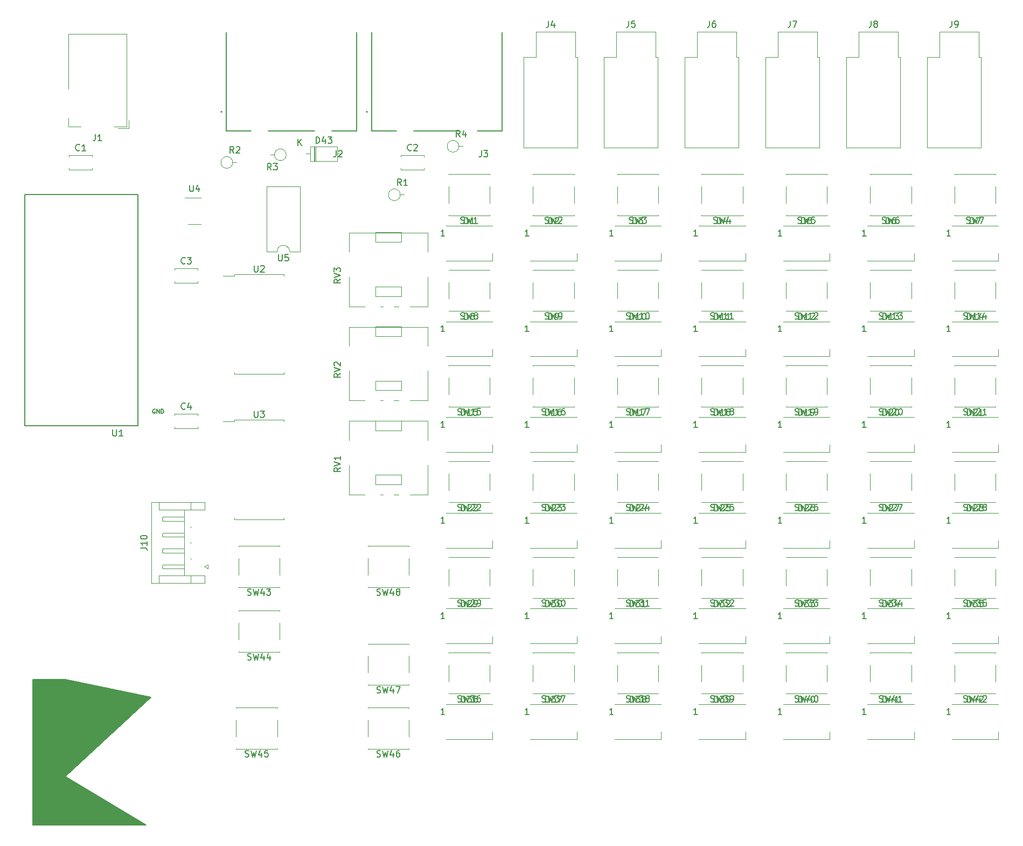
<source format=gbr>
%TF.GenerationSoftware,KiCad,Pcbnew,(6.0.11-0)*%
%TF.CreationDate,2025-03-26T21:45:14-05:00*%
%TF.ProjectId,btnBRD,62746e42-5244-42e6-9b69-6361645f7063,rev?*%
%TF.SameCoordinates,Original*%
%TF.FileFunction,Legend,Top*%
%TF.FilePolarity,Positive*%
%FSLAX46Y46*%
G04 Gerber Fmt 4.6, Leading zero omitted, Abs format (unit mm)*
G04 Created by KiCad (PCBNEW (6.0.11-0)) date 2025-03-26 21:45:14*
%MOMM*%
%LPD*%
G01*
G04 APERTURE LIST*
%ADD10C,0.200000*%
%ADD11C,0.150000*%
%ADD12C,0.120000*%
%ADD13C,0.127000*%
G04 APERTURE END LIST*
D10*
G36*
X43942000Y-122174000D02*
G01*
X30480000Y-134620000D01*
X43180000Y-142240000D01*
X25400000Y-142240000D01*
X25400000Y-119380000D01*
X30480000Y-119380000D01*
X43942000Y-122174000D01*
G37*
X43942000Y-122174000D02*
X30480000Y-134620000D01*
X43180000Y-142240000D01*
X25400000Y-142240000D01*
X25400000Y-119380000D01*
X30480000Y-119380000D01*
X43942000Y-122174000D01*
D11*
%TO.C,J1*%
X35226666Y-33702380D02*
X35226666Y-34416666D01*
X35179047Y-34559523D01*
X35083809Y-34654761D01*
X34940952Y-34702380D01*
X34845714Y-34702380D01*
X36226666Y-34702380D02*
X35655238Y-34702380D01*
X35940952Y-34702380D02*
X35940952Y-33702380D01*
X35845714Y-33845238D01*
X35750476Y-33940476D01*
X35655238Y-33988095D01*
%TO.C,SW17*%
X118670476Y-77704761D02*
X118813333Y-77752380D01*
X119051428Y-77752380D01*
X119146666Y-77704761D01*
X119194285Y-77657142D01*
X119241904Y-77561904D01*
X119241904Y-77466666D01*
X119194285Y-77371428D01*
X119146666Y-77323809D01*
X119051428Y-77276190D01*
X118860952Y-77228571D01*
X118765714Y-77180952D01*
X118718095Y-77133333D01*
X118670476Y-77038095D01*
X118670476Y-76942857D01*
X118718095Y-76847619D01*
X118765714Y-76800000D01*
X118860952Y-76752380D01*
X119099047Y-76752380D01*
X119241904Y-76800000D01*
X119575238Y-76752380D02*
X119813333Y-77752380D01*
X120003809Y-77038095D01*
X120194285Y-77752380D01*
X120432380Y-76752380D01*
X121337142Y-77752380D02*
X120765714Y-77752380D01*
X121051428Y-77752380D02*
X121051428Y-76752380D01*
X120956190Y-76895238D01*
X120860952Y-76990476D01*
X120765714Y-77038095D01*
X121670476Y-76752380D02*
X122337142Y-76752380D01*
X121908571Y-77752380D01*
%TO.C,D8*%
X93241904Y-62787380D02*
X93241904Y-61787380D01*
X93480000Y-61787380D01*
X93622857Y-61835000D01*
X93718095Y-61930238D01*
X93765714Y-62025476D01*
X93813333Y-62215952D01*
X93813333Y-62358809D01*
X93765714Y-62549285D01*
X93718095Y-62644523D01*
X93622857Y-62739761D01*
X93480000Y-62787380D01*
X93241904Y-62787380D01*
X94384761Y-62215952D02*
X94289523Y-62168333D01*
X94241904Y-62120714D01*
X94194285Y-62025476D01*
X94194285Y-61977857D01*
X94241904Y-61882619D01*
X94289523Y-61835000D01*
X94384761Y-61787380D01*
X94575238Y-61787380D01*
X94670476Y-61835000D01*
X94718095Y-61882619D01*
X94765714Y-61977857D01*
X94765714Y-62025476D01*
X94718095Y-62120714D01*
X94670476Y-62168333D01*
X94575238Y-62215952D01*
X94384761Y-62215952D01*
X94289523Y-62263571D01*
X94241904Y-62311190D01*
X94194285Y-62406428D01*
X94194285Y-62596904D01*
X94241904Y-62692142D01*
X94289523Y-62739761D01*
X94384761Y-62787380D01*
X94575238Y-62787380D01*
X94670476Y-62739761D01*
X94718095Y-62692142D01*
X94765714Y-62596904D01*
X94765714Y-62406428D01*
X94718095Y-62311190D01*
X94670476Y-62263571D01*
X94575238Y-62215952D01*
X90115714Y-64687380D02*
X89544285Y-64687380D01*
X89830000Y-64687380D02*
X89830000Y-63687380D01*
X89734761Y-63830238D01*
X89639523Y-63925476D01*
X89544285Y-63973095D01*
%TO.C,J5*%
X119046666Y-15862380D02*
X119046666Y-16576666D01*
X118999047Y-16719523D01*
X118903809Y-16814761D01*
X118760952Y-16862380D01*
X118665714Y-16862380D01*
X119999047Y-15862380D02*
X119522857Y-15862380D01*
X119475238Y-16338571D01*
X119522857Y-16290952D01*
X119618095Y-16243333D01*
X119856190Y-16243333D01*
X119951428Y-16290952D01*
X119999047Y-16338571D01*
X120046666Y-16433809D01*
X120046666Y-16671904D01*
X119999047Y-16767142D01*
X119951428Y-16814761D01*
X119856190Y-16862380D01*
X119618095Y-16862380D01*
X119522857Y-16814761D01*
X119475238Y-16767142D01*
%TO.C,SW16*%
X105420476Y-77704761D02*
X105563333Y-77752380D01*
X105801428Y-77752380D01*
X105896666Y-77704761D01*
X105944285Y-77657142D01*
X105991904Y-77561904D01*
X105991904Y-77466666D01*
X105944285Y-77371428D01*
X105896666Y-77323809D01*
X105801428Y-77276190D01*
X105610952Y-77228571D01*
X105515714Y-77180952D01*
X105468095Y-77133333D01*
X105420476Y-77038095D01*
X105420476Y-76942857D01*
X105468095Y-76847619D01*
X105515714Y-76800000D01*
X105610952Y-76752380D01*
X105849047Y-76752380D01*
X105991904Y-76800000D01*
X106325238Y-76752380D02*
X106563333Y-77752380D01*
X106753809Y-77038095D01*
X106944285Y-77752380D01*
X107182380Y-76752380D01*
X108087142Y-77752380D02*
X107515714Y-77752380D01*
X107801428Y-77752380D02*
X107801428Y-76752380D01*
X107706190Y-76895238D01*
X107610952Y-76990476D01*
X107515714Y-77038095D01*
X108944285Y-76752380D02*
X108753809Y-76752380D01*
X108658571Y-76800000D01*
X108610952Y-76847619D01*
X108515714Y-76990476D01*
X108468095Y-77180952D01*
X108468095Y-77561904D01*
X108515714Y-77657142D01*
X108563333Y-77704761D01*
X108658571Y-77752380D01*
X108849047Y-77752380D01*
X108944285Y-77704761D01*
X108991904Y-77657142D01*
X109039523Y-77561904D01*
X109039523Y-77323809D01*
X108991904Y-77228571D01*
X108944285Y-77180952D01*
X108849047Y-77133333D01*
X108658571Y-77133333D01*
X108563333Y-77180952D01*
X108515714Y-77228571D01*
X108468095Y-77323809D01*
%TO.C,D10*%
X119265714Y-62787380D02*
X119265714Y-61787380D01*
X119503809Y-61787380D01*
X119646666Y-61835000D01*
X119741904Y-61930238D01*
X119789523Y-62025476D01*
X119837142Y-62215952D01*
X119837142Y-62358809D01*
X119789523Y-62549285D01*
X119741904Y-62644523D01*
X119646666Y-62739761D01*
X119503809Y-62787380D01*
X119265714Y-62787380D01*
X120789523Y-62787380D02*
X120218095Y-62787380D01*
X120503809Y-62787380D02*
X120503809Y-61787380D01*
X120408571Y-61930238D01*
X120313333Y-62025476D01*
X120218095Y-62073095D01*
X121408571Y-61787380D02*
X121503809Y-61787380D01*
X121599047Y-61835000D01*
X121646666Y-61882619D01*
X121694285Y-61977857D01*
X121741904Y-62168333D01*
X121741904Y-62406428D01*
X121694285Y-62596904D01*
X121646666Y-62692142D01*
X121599047Y-62739761D01*
X121503809Y-62787380D01*
X121408571Y-62787380D01*
X121313333Y-62739761D01*
X121265714Y-62692142D01*
X121218095Y-62596904D01*
X121170476Y-62406428D01*
X121170476Y-62168333D01*
X121218095Y-61977857D01*
X121265714Y-61882619D01*
X121313333Y-61835000D01*
X121408571Y-61787380D01*
X116615714Y-64687380D02*
X116044285Y-64687380D01*
X116330000Y-64687380D02*
X116330000Y-63687380D01*
X116234761Y-63830238D01*
X116139523Y-63925476D01*
X116044285Y-63973095D01*
%TO.C,SW22*%
X92170476Y-92739761D02*
X92313333Y-92787380D01*
X92551428Y-92787380D01*
X92646666Y-92739761D01*
X92694285Y-92692142D01*
X92741904Y-92596904D01*
X92741904Y-92501666D01*
X92694285Y-92406428D01*
X92646666Y-92358809D01*
X92551428Y-92311190D01*
X92360952Y-92263571D01*
X92265714Y-92215952D01*
X92218095Y-92168333D01*
X92170476Y-92073095D01*
X92170476Y-91977857D01*
X92218095Y-91882619D01*
X92265714Y-91835000D01*
X92360952Y-91787380D01*
X92599047Y-91787380D01*
X92741904Y-91835000D01*
X93075238Y-91787380D02*
X93313333Y-92787380D01*
X93503809Y-92073095D01*
X93694285Y-92787380D01*
X93932380Y-91787380D01*
X94265714Y-91882619D02*
X94313333Y-91835000D01*
X94408571Y-91787380D01*
X94646666Y-91787380D01*
X94741904Y-91835000D01*
X94789523Y-91882619D01*
X94837142Y-91977857D01*
X94837142Y-92073095D01*
X94789523Y-92215952D01*
X94218095Y-92787380D01*
X94837142Y-92787380D01*
X95218095Y-91882619D02*
X95265714Y-91835000D01*
X95360952Y-91787380D01*
X95599047Y-91787380D01*
X95694285Y-91835000D01*
X95741904Y-91882619D01*
X95789523Y-91977857D01*
X95789523Y-92073095D01*
X95741904Y-92215952D01*
X95170476Y-92787380D01*
X95789523Y-92787380D01*
%TO.C,C2*%
X84903333Y-36157142D02*
X84855714Y-36204761D01*
X84712857Y-36252380D01*
X84617619Y-36252380D01*
X84474761Y-36204761D01*
X84379523Y-36109523D01*
X84331904Y-36014285D01*
X84284285Y-35823809D01*
X84284285Y-35680952D01*
X84331904Y-35490476D01*
X84379523Y-35395238D01*
X84474761Y-35300000D01*
X84617619Y-35252380D01*
X84712857Y-35252380D01*
X84855714Y-35300000D01*
X84903333Y-35347619D01*
X85284285Y-35347619D02*
X85331904Y-35300000D01*
X85427142Y-35252380D01*
X85665238Y-35252380D01*
X85760476Y-35300000D01*
X85808095Y-35347619D01*
X85855714Y-35442857D01*
X85855714Y-35538095D01*
X85808095Y-35680952D01*
X85236666Y-36252380D01*
X85855714Y-36252380D01*
%TO.C,C3*%
X49343333Y-53937142D02*
X49295714Y-53984761D01*
X49152857Y-54032380D01*
X49057619Y-54032380D01*
X48914761Y-53984761D01*
X48819523Y-53889523D01*
X48771904Y-53794285D01*
X48724285Y-53603809D01*
X48724285Y-53460952D01*
X48771904Y-53270476D01*
X48819523Y-53175238D01*
X48914761Y-53080000D01*
X49057619Y-53032380D01*
X49152857Y-53032380D01*
X49295714Y-53080000D01*
X49343333Y-53127619D01*
X49676666Y-53032380D02*
X50295714Y-53032380D01*
X49962380Y-53413333D01*
X50105238Y-53413333D01*
X50200476Y-53460952D01*
X50248095Y-53508571D01*
X50295714Y-53603809D01*
X50295714Y-53841904D01*
X50248095Y-53937142D01*
X50200476Y-53984761D01*
X50105238Y-54032380D01*
X49819523Y-54032380D01*
X49724285Y-53984761D01*
X49676666Y-53937142D01*
%TO.C,SW24*%
X118670476Y-92739761D02*
X118813333Y-92787380D01*
X119051428Y-92787380D01*
X119146666Y-92739761D01*
X119194285Y-92692142D01*
X119241904Y-92596904D01*
X119241904Y-92501666D01*
X119194285Y-92406428D01*
X119146666Y-92358809D01*
X119051428Y-92311190D01*
X118860952Y-92263571D01*
X118765714Y-92215952D01*
X118718095Y-92168333D01*
X118670476Y-92073095D01*
X118670476Y-91977857D01*
X118718095Y-91882619D01*
X118765714Y-91835000D01*
X118860952Y-91787380D01*
X119099047Y-91787380D01*
X119241904Y-91835000D01*
X119575238Y-91787380D02*
X119813333Y-92787380D01*
X120003809Y-92073095D01*
X120194285Y-92787380D01*
X120432380Y-91787380D01*
X120765714Y-91882619D02*
X120813333Y-91835000D01*
X120908571Y-91787380D01*
X121146666Y-91787380D01*
X121241904Y-91835000D01*
X121289523Y-91882619D01*
X121337142Y-91977857D01*
X121337142Y-92073095D01*
X121289523Y-92215952D01*
X120718095Y-92787380D01*
X121337142Y-92787380D01*
X122194285Y-92120714D02*
X122194285Y-92787380D01*
X121956190Y-91739761D02*
X121718095Y-92454047D01*
X122337142Y-92454047D01*
%TO.C,J9*%
X169846666Y-15862380D02*
X169846666Y-16576666D01*
X169799047Y-16719523D01*
X169703809Y-16814761D01*
X169560952Y-16862380D01*
X169465714Y-16862380D01*
X170370476Y-16862380D02*
X170560952Y-16862380D01*
X170656190Y-16814761D01*
X170703809Y-16767142D01*
X170799047Y-16624285D01*
X170846666Y-16433809D01*
X170846666Y-16052857D01*
X170799047Y-15957619D01*
X170751428Y-15910000D01*
X170656190Y-15862380D01*
X170465714Y-15862380D01*
X170370476Y-15910000D01*
X170322857Y-15957619D01*
X170275238Y-16052857D01*
X170275238Y-16290952D01*
X170322857Y-16386190D01*
X170370476Y-16433809D01*
X170465714Y-16481428D01*
X170656190Y-16481428D01*
X170751428Y-16433809D01*
X170799047Y-16386190D01*
X170846666Y-16290952D01*
%TO.C,D11*%
X132515714Y-62787380D02*
X132515714Y-61787380D01*
X132753809Y-61787380D01*
X132896666Y-61835000D01*
X132991904Y-61930238D01*
X133039523Y-62025476D01*
X133087142Y-62215952D01*
X133087142Y-62358809D01*
X133039523Y-62549285D01*
X132991904Y-62644523D01*
X132896666Y-62739761D01*
X132753809Y-62787380D01*
X132515714Y-62787380D01*
X134039523Y-62787380D02*
X133468095Y-62787380D01*
X133753809Y-62787380D02*
X133753809Y-61787380D01*
X133658571Y-61930238D01*
X133563333Y-62025476D01*
X133468095Y-62073095D01*
X134991904Y-62787380D02*
X134420476Y-62787380D01*
X134706190Y-62787380D02*
X134706190Y-61787380D01*
X134610952Y-61930238D01*
X134515714Y-62025476D01*
X134420476Y-62073095D01*
X129865714Y-64687380D02*
X129294285Y-64687380D01*
X129580000Y-64687380D02*
X129580000Y-63687380D01*
X129484761Y-63830238D01*
X129389523Y-63925476D01*
X129294285Y-63973095D01*
%TO.C,SW42*%
X171670476Y-122809761D02*
X171813333Y-122857380D01*
X172051428Y-122857380D01*
X172146666Y-122809761D01*
X172194285Y-122762142D01*
X172241904Y-122666904D01*
X172241904Y-122571666D01*
X172194285Y-122476428D01*
X172146666Y-122428809D01*
X172051428Y-122381190D01*
X171860952Y-122333571D01*
X171765714Y-122285952D01*
X171718095Y-122238333D01*
X171670476Y-122143095D01*
X171670476Y-122047857D01*
X171718095Y-121952619D01*
X171765714Y-121905000D01*
X171860952Y-121857380D01*
X172099047Y-121857380D01*
X172241904Y-121905000D01*
X172575238Y-121857380D02*
X172813333Y-122857380D01*
X173003809Y-122143095D01*
X173194285Y-122857380D01*
X173432380Y-121857380D01*
X174241904Y-122190714D02*
X174241904Y-122857380D01*
X174003809Y-121809761D02*
X173765714Y-122524047D01*
X174384761Y-122524047D01*
X174718095Y-121952619D02*
X174765714Y-121905000D01*
X174860952Y-121857380D01*
X175099047Y-121857380D01*
X175194285Y-121905000D01*
X175241904Y-121952619D01*
X175289523Y-122047857D01*
X175289523Y-122143095D01*
X175241904Y-122285952D01*
X174670476Y-122857380D01*
X175289523Y-122857380D01*
%TO.C,J4*%
X106446666Y-15862380D02*
X106446666Y-16576666D01*
X106399047Y-16719523D01*
X106303809Y-16814761D01*
X106160952Y-16862380D01*
X106065714Y-16862380D01*
X107351428Y-16195714D02*
X107351428Y-16862380D01*
X107113333Y-15814761D02*
X106875238Y-16529047D01*
X107494285Y-16529047D01*
%TO.C,SW34*%
X158420476Y-107774761D02*
X158563333Y-107822380D01*
X158801428Y-107822380D01*
X158896666Y-107774761D01*
X158944285Y-107727142D01*
X158991904Y-107631904D01*
X158991904Y-107536666D01*
X158944285Y-107441428D01*
X158896666Y-107393809D01*
X158801428Y-107346190D01*
X158610952Y-107298571D01*
X158515714Y-107250952D01*
X158468095Y-107203333D01*
X158420476Y-107108095D01*
X158420476Y-107012857D01*
X158468095Y-106917619D01*
X158515714Y-106870000D01*
X158610952Y-106822380D01*
X158849047Y-106822380D01*
X158991904Y-106870000D01*
X159325238Y-106822380D02*
X159563333Y-107822380D01*
X159753809Y-107108095D01*
X159944285Y-107822380D01*
X160182380Y-106822380D01*
X160468095Y-106822380D02*
X161087142Y-106822380D01*
X160753809Y-107203333D01*
X160896666Y-107203333D01*
X160991904Y-107250952D01*
X161039523Y-107298571D01*
X161087142Y-107393809D01*
X161087142Y-107631904D01*
X161039523Y-107727142D01*
X160991904Y-107774761D01*
X160896666Y-107822380D01*
X160610952Y-107822380D01*
X160515714Y-107774761D01*
X160468095Y-107727142D01*
X161944285Y-107155714D02*
X161944285Y-107822380D01*
X161706190Y-106774761D02*
X161468095Y-107489047D01*
X162087142Y-107489047D01*
%TO.C,D37*%
X106015714Y-122927380D02*
X106015714Y-121927380D01*
X106253809Y-121927380D01*
X106396666Y-121975000D01*
X106491904Y-122070238D01*
X106539523Y-122165476D01*
X106587142Y-122355952D01*
X106587142Y-122498809D01*
X106539523Y-122689285D01*
X106491904Y-122784523D01*
X106396666Y-122879761D01*
X106253809Y-122927380D01*
X106015714Y-122927380D01*
X106920476Y-121927380D02*
X107539523Y-121927380D01*
X107206190Y-122308333D01*
X107349047Y-122308333D01*
X107444285Y-122355952D01*
X107491904Y-122403571D01*
X107539523Y-122498809D01*
X107539523Y-122736904D01*
X107491904Y-122832142D01*
X107444285Y-122879761D01*
X107349047Y-122927380D01*
X107063333Y-122927380D01*
X106968095Y-122879761D01*
X106920476Y-122832142D01*
X107872857Y-121927380D02*
X108539523Y-121927380D01*
X108110952Y-122927380D01*
X103365714Y-124827380D02*
X102794285Y-124827380D01*
X103080000Y-124827380D02*
X103080000Y-123827380D01*
X102984761Y-123970238D01*
X102889523Y-124065476D01*
X102794285Y-124113095D01*
%TO.C,J6*%
X131746666Y-15862380D02*
X131746666Y-16576666D01*
X131699047Y-16719523D01*
X131603809Y-16814761D01*
X131460952Y-16862380D01*
X131365714Y-16862380D01*
X132651428Y-15862380D02*
X132460952Y-15862380D01*
X132365714Y-15910000D01*
X132318095Y-15957619D01*
X132222857Y-16100476D01*
X132175238Y-16290952D01*
X132175238Y-16671904D01*
X132222857Y-16767142D01*
X132270476Y-16814761D01*
X132365714Y-16862380D01*
X132556190Y-16862380D01*
X132651428Y-16814761D01*
X132699047Y-16767142D01*
X132746666Y-16671904D01*
X132746666Y-16433809D01*
X132699047Y-16338571D01*
X132651428Y-16290952D01*
X132556190Y-16243333D01*
X132365714Y-16243333D01*
X132270476Y-16290952D01*
X132222857Y-16338571D01*
X132175238Y-16433809D01*
%TO.C,SW35*%
X171670476Y-107774761D02*
X171813333Y-107822380D01*
X172051428Y-107822380D01*
X172146666Y-107774761D01*
X172194285Y-107727142D01*
X172241904Y-107631904D01*
X172241904Y-107536666D01*
X172194285Y-107441428D01*
X172146666Y-107393809D01*
X172051428Y-107346190D01*
X171860952Y-107298571D01*
X171765714Y-107250952D01*
X171718095Y-107203333D01*
X171670476Y-107108095D01*
X171670476Y-107012857D01*
X171718095Y-106917619D01*
X171765714Y-106870000D01*
X171860952Y-106822380D01*
X172099047Y-106822380D01*
X172241904Y-106870000D01*
X172575238Y-106822380D02*
X172813333Y-107822380D01*
X173003809Y-107108095D01*
X173194285Y-107822380D01*
X173432380Y-106822380D01*
X173718095Y-106822380D02*
X174337142Y-106822380D01*
X174003809Y-107203333D01*
X174146666Y-107203333D01*
X174241904Y-107250952D01*
X174289523Y-107298571D01*
X174337142Y-107393809D01*
X174337142Y-107631904D01*
X174289523Y-107727142D01*
X174241904Y-107774761D01*
X174146666Y-107822380D01*
X173860952Y-107822380D01*
X173765714Y-107774761D01*
X173718095Y-107727142D01*
X175241904Y-106822380D02*
X174765714Y-106822380D01*
X174718095Y-107298571D01*
X174765714Y-107250952D01*
X174860952Y-107203333D01*
X175099047Y-107203333D01*
X175194285Y-107250952D01*
X175241904Y-107298571D01*
X175289523Y-107393809D01*
X175289523Y-107631904D01*
X175241904Y-107727142D01*
X175194285Y-107774761D01*
X175099047Y-107822380D01*
X174860952Y-107822380D01*
X174765714Y-107774761D01*
X174718095Y-107727142D01*
%TO.C,C4*%
X49343333Y-76797142D02*
X49295714Y-76844761D01*
X49152857Y-76892380D01*
X49057619Y-76892380D01*
X48914761Y-76844761D01*
X48819523Y-76749523D01*
X48771904Y-76654285D01*
X48724285Y-76463809D01*
X48724285Y-76320952D01*
X48771904Y-76130476D01*
X48819523Y-76035238D01*
X48914761Y-75940000D01*
X49057619Y-75892380D01*
X49152857Y-75892380D01*
X49295714Y-75940000D01*
X49343333Y-75987619D01*
X50200476Y-76225714D02*
X50200476Y-76892380D01*
X49962380Y-75844761D02*
X49724285Y-76559047D01*
X50343333Y-76559047D01*
%TO.C,D40*%
X145765714Y-122927380D02*
X145765714Y-121927380D01*
X146003809Y-121927380D01*
X146146666Y-121975000D01*
X146241904Y-122070238D01*
X146289523Y-122165476D01*
X146337142Y-122355952D01*
X146337142Y-122498809D01*
X146289523Y-122689285D01*
X146241904Y-122784523D01*
X146146666Y-122879761D01*
X146003809Y-122927380D01*
X145765714Y-122927380D01*
X147194285Y-122260714D02*
X147194285Y-122927380D01*
X146956190Y-121879761D02*
X146718095Y-122594047D01*
X147337142Y-122594047D01*
X147908571Y-121927380D02*
X148003809Y-121927380D01*
X148099047Y-121975000D01*
X148146666Y-122022619D01*
X148194285Y-122117857D01*
X148241904Y-122308333D01*
X148241904Y-122546428D01*
X148194285Y-122736904D01*
X148146666Y-122832142D01*
X148099047Y-122879761D01*
X148003809Y-122927380D01*
X147908571Y-122927380D01*
X147813333Y-122879761D01*
X147765714Y-122832142D01*
X147718095Y-122736904D01*
X147670476Y-122546428D01*
X147670476Y-122308333D01*
X147718095Y-122117857D01*
X147765714Y-122022619D01*
X147813333Y-121975000D01*
X147908571Y-121927380D01*
X143115714Y-124827380D02*
X142544285Y-124827380D01*
X142830000Y-124827380D02*
X142830000Y-123827380D01*
X142734761Y-123970238D01*
X142639523Y-124065476D01*
X142544285Y-124113095D01*
%TO.C,U1*%
X37973095Y-80097380D02*
X37973095Y-80906904D01*
X38020714Y-81002142D01*
X38068333Y-81049761D01*
X38163571Y-81097380D01*
X38354047Y-81097380D01*
X38449285Y-81049761D01*
X38496904Y-81002142D01*
X38544523Y-80906904D01*
X38544523Y-80097380D01*
X39544523Y-81097380D02*
X38973095Y-81097380D01*
X39258809Y-81097380D02*
X39258809Y-80097380D01*
X39163571Y-80240238D01*
X39068333Y-80335476D01*
X38973095Y-80383095D01*
X44597380Y-76896000D02*
X44536428Y-76865523D01*
X44445000Y-76865523D01*
X44353571Y-76896000D01*
X44292619Y-76956952D01*
X44262142Y-77017904D01*
X44231666Y-77139809D01*
X44231666Y-77231238D01*
X44262142Y-77353142D01*
X44292619Y-77414095D01*
X44353571Y-77475047D01*
X44445000Y-77505523D01*
X44505952Y-77505523D01*
X44597380Y-77475047D01*
X44627857Y-77444571D01*
X44627857Y-77231238D01*
X44505952Y-77231238D01*
X44902142Y-77505523D02*
X44902142Y-76865523D01*
X45267857Y-77505523D01*
X45267857Y-76865523D01*
X45572619Y-77505523D02*
X45572619Y-76865523D01*
X45725000Y-76865523D01*
X45816428Y-76896000D01*
X45877380Y-76956952D01*
X45907857Y-77017904D01*
X45938333Y-77139809D01*
X45938333Y-77231238D01*
X45907857Y-77353142D01*
X45877380Y-77414095D01*
X45816428Y-77475047D01*
X45725000Y-77505523D01*
X45572619Y-77505523D01*
%TO.C,RV1*%
X73732380Y-86075238D02*
X73256190Y-86408571D01*
X73732380Y-86646666D02*
X72732380Y-86646666D01*
X72732380Y-86265714D01*
X72780000Y-86170476D01*
X72827619Y-86122857D01*
X72922857Y-86075238D01*
X73065714Y-86075238D01*
X73160952Y-86122857D01*
X73208571Y-86170476D01*
X73256190Y-86265714D01*
X73256190Y-86646666D01*
X72732380Y-85789523D02*
X73732380Y-85456190D01*
X72732380Y-85122857D01*
X73732380Y-84265714D02*
X73732380Y-84837142D01*
X73732380Y-84551428D02*
X72732380Y-84551428D01*
X72875238Y-84646666D01*
X72970476Y-84741904D01*
X73018095Y-84837142D01*
%TO.C,RV2*%
X73732380Y-71275238D02*
X73256190Y-71608571D01*
X73732380Y-71846666D02*
X72732380Y-71846666D01*
X72732380Y-71465714D01*
X72780000Y-71370476D01*
X72827619Y-71322857D01*
X72922857Y-71275238D01*
X73065714Y-71275238D01*
X73160952Y-71322857D01*
X73208571Y-71370476D01*
X73256190Y-71465714D01*
X73256190Y-71846666D01*
X72732380Y-70989523D02*
X73732380Y-70656190D01*
X72732380Y-70322857D01*
X72827619Y-70037142D02*
X72780000Y-69989523D01*
X72732380Y-69894285D01*
X72732380Y-69656190D01*
X72780000Y-69560952D01*
X72827619Y-69513333D01*
X72922857Y-69465714D01*
X73018095Y-69465714D01*
X73160952Y-69513333D01*
X73732380Y-70084761D01*
X73732380Y-69465714D01*
%TO.C,D3*%
X119741904Y-47752380D02*
X119741904Y-46752380D01*
X119980000Y-46752380D01*
X120122857Y-46800000D01*
X120218095Y-46895238D01*
X120265714Y-46990476D01*
X120313333Y-47180952D01*
X120313333Y-47323809D01*
X120265714Y-47514285D01*
X120218095Y-47609523D01*
X120122857Y-47704761D01*
X119980000Y-47752380D01*
X119741904Y-47752380D01*
X120646666Y-46752380D02*
X121265714Y-46752380D01*
X120932380Y-47133333D01*
X121075238Y-47133333D01*
X121170476Y-47180952D01*
X121218095Y-47228571D01*
X121265714Y-47323809D01*
X121265714Y-47561904D01*
X121218095Y-47657142D01*
X121170476Y-47704761D01*
X121075238Y-47752380D01*
X120789523Y-47752380D01*
X120694285Y-47704761D01*
X120646666Y-47657142D01*
X116615714Y-49652380D02*
X116044285Y-49652380D01*
X116330000Y-49652380D02*
X116330000Y-48652380D01*
X116234761Y-48795238D01*
X116139523Y-48890476D01*
X116044285Y-48938095D01*
%TO.C,D28*%
X172265714Y-92857380D02*
X172265714Y-91857380D01*
X172503809Y-91857380D01*
X172646666Y-91905000D01*
X172741904Y-92000238D01*
X172789523Y-92095476D01*
X172837142Y-92285952D01*
X172837142Y-92428809D01*
X172789523Y-92619285D01*
X172741904Y-92714523D01*
X172646666Y-92809761D01*
X172503809Y-92857380D01*
X172265714Y-92857380D01*
X173218095Y-91952619D02*
X173265714Y-91905000D01*
X173360952Y-91857380D01*
X173599047Y-91857380D01*
X173694285Y-91905000D01*
X173741904Y-91952619D01*
X173789523Y-92047857D01*
X173789523Y-92143095D01*
X173741904Y-92285952D01*
X173170476Y-92857380D01*
X173789523Y-92857380D01*
X174360952Y-92285952D02*
X174265714Y-92238333D01*
X174218095Y-92190714D01*
X174170476Y-92095476D01*
X174170476Y-92047857D01*
X174218095Y-91952619D01*
X174265714Y-91905000D01*
X174360952Y-91857380D01*
X174551428Y-91857380D01*
X174646666Y-91905000D01*
X174694285Y-91952619D01*
X174741904Y-92047857D01*
X174741904Y-92095476D01*
X174694285Y-92190714D01*
X174646666Y-92238333D01*
X174551428Y-92285952D01*
X174360952Y-92285952D01*
X174265714Y-92333571D01*
X174218095Y-92381190D01*
X174170476Y-92476428D01*
X174170476Y-92666904D01*
X174218095Y-92762142D01*
X174265714Y-92809761D01*
X174360952Y-92857380D01*
X174551428Y-92857380D01*
X174646666Y-92809761D01*
X174694285Y-92762142D01*
X174741904Y-92666904D01*
X174741904Y-92476428D01*
X174694285Y-92381190D01*
X174646666Y-92333571D01*
X174551428Y-92285952D01*
X169615714Y-94757380D02*
X169044285Y-94757380D01*
X169330000Y-94757380D02*
X169330000Y-93757380D01*
X169234761Y-93900238D01*
X169139523Y-93995476D01*
X169044285Y-94043095D01*
%TO.C,SW21*%
X171670476Y-77704761D02*
X171813333Y-77752380D01*
X172051428Y-77752380D01*
X172146666Y-77704761D01*
X172194285Y-77657142D01*
X172241904Y-77561904D01*
X172241904Y-77466666D01*
X172194285Y-77371428D01*
X172146666Y-77323809D01*
X172051428Y-77276190D01*
X171860952Y-77228571D01*
X171765714Y-77180952D01*
X171718095Y-77133333D01*
X171670476Y-77038095D01*
X171670476Y-76942857D01*
X171718095Y-76847619D01*
X171765714Y-76800000D01*
X171860952Y-76752380D01*
X172099047Y-76752380D01*
X172241904Y-76800000D01*
X172575238Y-76752380D02*
X172813333Y-77752380D01*
X173003809Y-77038095D01*
X173194285Y-77752380D01*
X173432380Y-76752380D01*
X173765714Y-76847619D02*
X173813333Y-76800000D01*
X173908571Y-76752380D01*
X174146666Y-76752380D01*
X174241904Y-76800000D01*
X174289523Y-76847619D01*
X174337142Y-76942857D01*
X174337142Y-77038095D01*
X174289523Y-77180952D01*
X173718095Y-77752380D01*
X174337142Y-77752380D01*
X175289523Y-77752380D02*
X174718095Y-77752380D01*
X175003809Y-77752380D02*
X175003809Y-76752380D01*
X174908571Y-76895238D01*
X174813333Y-76990476D01*
X174718095Y-77038095D01*
%TO.C,SW10*%
X118670476Y-62669761D02*
X118813333Y-62717380D01*
X119051428Y-62717380D01*
X119146666Y-62669761D01*
X119194285Y-62622142D01*
X119241904Y-62526904D01*
X119241904Y-62431666D01*
X119194285Y-62336428D01*
X119146666Y-62288809D01*
X119051428Y-62241190D01*
X118860952Y-62193571D01*
X118765714Y-62145952D01*
X118718095Y-62098333D01*
X118670476Y-62003095D01*
X118670476Y-61907857D01*
X118718095Y-61812619D01*
X118765714Y-61765000D01*
X118860952Y-61717380D01*
X119099047Y-61717380D01*
X119241904Y-61765000D01*
X119575238Y-61717380D02*
X119813333Y-62717380D01*
X120003809Y-62003095D01*
X120194285Y-62717380D01*
X120432380Y-61717380D01*
X121337142Y-62717380D02*
X120765714Y-62717380D01*
X121051428Y-62717380D02*
X121051428Y-61717380D01*
X120956190Y-61860238D01*
X120860952Y-61955476D01*
X120765714Y-62003095D01*
X121956190Y-61717380D02*
X122051428Y-61717380D01*
X122146666Y-61765000D01*
X122194285Y-61812619D01*
X122241904Y-61907857D01*
X122289523Y-62098333D01*
X122289523Y-62336428D01*
X122241904Y-62526904D01*
X122194285Y-62622142D01*
X122146666Y-62669761D01*
X122051428Y-62717380D01*
X121956190Y-62717380D01*
X121860952Y-62669761D01*
X121813333Y-62622142D01*
X121765714Y-62526904D01*
X121718095Y-62336428D01*
X121718095Y-62098333D01*
X121765714Y-61907857D01*
X121813333Y-61812619D01*
X121860952Y-61765000D01*
X121956190Y-61717380D01*
%TO.C,SW47*%
X79470476Y-121400890D02*
X79613333Y-121448509D01*
X79851428Y-121448509D01*
X79946666Y-121400890D01*
X79994285Y-121353271D01*
X80041904Y-121258033D01*
X80041904Y-121162795D01*
X79994285Y-121067557D01*
X79946666Y-121019938D01*
X79851428Y-120972319D01*
X79660952Y-120924700D01*
X79565714Y-120877081D01*
X79518095Y-120829462D01*
X79470476Y-120734224D01*
X79470476Y-120638986D01*
X79518095Y-120543748D01*
X79565714Y-120496129D01*
X79660952Y-120448509D01*
X79899047Y-120448509D01*
X80041904Y-120496129D01*
X80375238Y-120448509D02*
X80613333Y-121448509D01*
X80803809Y-120734224D01*
X80994285Y-121448509D01*
X81232380Y-120448509D01*
X82041904Y-120781843D02*
X82041904Y-121448509D01*
X81803809Y-120400890D02*
X81565714Y-121115176D01*
X82184761Y-121115176D01*
X82470476Y-120448509D02*
X83137142Y-120448509D01*
X82708571Y-121448509D01*
%TO.C,SW33*%
X145170476Y-107774761D02*
X145313333Y-107822380D01*
X145551428Y-107822380D01*
X145646666Y-107774761D01*
X145694285Y-107727142D01*
X145741904Y-107631904D01*
X145741904Y-107536666D01*
X145694285Y-107441428D01*
X145646666Y-107393809D01*
X145551428Y-107346190D01*
X145360952Y-107298571D01*
X145265714Y-107250952D01*
X145218095Y-107203333D01*
X145170476Y-107108095D01*
X145170476Y-107012857D01*
X145218095Y-106917619D01*
X145265714Y-106870000D01*
X145360952Y-106822380D01*
X145599047Y-106822380D01*
X145741904Y-106870000D01*
X146075238Y-106822380D02*
X146313333Y-107822380D01*
X146503809Y-107108095D01*
X146694285Y-107822380D01*
X146932380Y-106822380D01*
X147218095Y-106822380D02*
X147837142Y-106822380D01*
X147503809Y-107203333D01*
X147646666Y-107203333D01*
X147741904Y-107250952D01*
X147789523Y-107298571D01*
X147837142Y-107393809D01*
X147837142Y-107631904D01*
X147789523Y-107727142D01*
X147741904Y-107774761D01*
X147646666Y-107822380D01*
X147360952Y-107822380D01*
X147265714Y-107774761D01*
X147218095Y-107727142D01*
X148170476Y-106822380D02*
X148789523Y-106822380D01*
X148456190Y-107203333D01*
X148599047Y-107203333D01*
X148694285Y-107250952D01*
X148741904Y-107298571D01*
X148789523Y-107393809D01*
X148789523Y-107631904D01*
X148741904Y-107727142D01*
X148694285Y-107774761D01*
X148599047Y-107822380D01*
X148313333Y-107822380D01*
X148218095Y-107774761D01*
X148170476Y-107727142D01*
%TO.C,D4*%
X132991904Y-47752380D02*
X132991904Y-46752380D01*
X133230000Y-46752380D01*
X133372857Y-46800000D01*
X133468095Y-46895238D01*
X133515714Y-46990476D01*
X133563333Y-47180952D01*
X133563333Y-47323809D01*
X133515714Y-47514285D01*
X133468095Y-47609523D01*
X133372857Y-47704761D01*
X133230000Y-47752380D01*
X132991904Y-47752380D01*
X134420476Y-47085714D02*
X134420476Y-47752380D01*
X134182380Y-46704761D02*
X133944285Y-47419047D01*
X134563333Y-47419047D01*
X129865714Y-49652380D02*
X129294285Y-49652380D01*
X129580000Y-49652380D02*
X129580000Y-48652380D01*
X129484761Y-48795238D01*
X129389523Y-48890476D01*
X129294285Y-48938095D01*
%TO.C,D19*%
X145765714Y-77822380D02*
X145765714Y-76822380D01*
X146003809Y-76822380D01*
X146146666Y-76870000D01*
X146241904Y-76965238D01*
X146289523Y-77060476D01*
X146337142Y-77250952D01*
X146337142Y-77393809D01*
X146289523Y-77584285D01*
X146241904Y-77679523D01*
X146146666Y-77774761D01*
X146003809Y-77822380D01*
X145765714Y-77822380D01*
X147289523Y-77822380D02*
X146718095Y-77822380D01*
X147003809Y-77822380D02*
X147003809Y-76822380D01*
X146908571Y-76965238D01*
X146813333Y-77060476D01*
X146718095Y-77108095D01*
X147765714Y-77822380D02*
X147956190Y-77822380D01*
X148051428Y-77774761D01*
X148099047Y-77727142D01*
X148194285Y-77584285D01*
X148241904Y-77393809D01*
X148241904Y-77012857D01*
X148194285Y-76917619D01*
X148146666Y-76870000D01*
X148051428Y-76822380D01*
X147860952Y-76822380D01*
X147765714Y-76870000D01*
X147718095Y-76917619D01*
X147670476Y-77012857D01*
X147670476Y-77250952D01*
X147718095Y-77346190D01*
X147765714Y-77393809D01*
X147860952Y-77441428D01*
X148051428Y-77441428D01*
X148146666Y-77393809D01*
X148194285Y-77346190D01*
X148241904Y-77250952D01*
X143115714Y-79722380D02*
X142544285Y-79722380D01*
X142830000Y-79722380D02*
X142830000Y-78722380D01*
X142734761Y-78865238D01*
X142639523Y-78960476D01*
X142544285Y-79008095D01*
%TO.C,SW40*%
X145170476Y-122809761D02*
X145313333Y-122857380D01*
X145551428Y-122857380D01*
X145646666Y-122809761D01*
X145694285Y-122762142D01*
X145741904Y-122666904D01*
X145741904Y-122571666D01*
X145694285Y-122476428D01*
X145646666Y-122428809D01*
X145551428Y-122381190D01*
X145360952Y-122333571D01*
X145265714Y-122285952D01*
X145218095Y-122238333D01*
X145170476Y-122143095D01*
X145170476Y-122047857D01*
X145218095Y-121952619D01*
X145265714Y-121905000D01*
X145360952Y-121857380D01*
X145599047Y-121857380D01*
X145741904Y-121905000D01*
X146075238Y-121857380D02*
X146313333Y-122857380D01*
X146503809Y-122143095D01*
X146694285Y-122857380D01*
X146932380Y-121857380D01*
X147741904Y-122190714D02*
X147741904Y-122857380D01*
X147503809Y-121809761D02*
X147265714Y-122524047D01*
X147884761Y-122524047D01*
X148456190Y-121857380D02*
X148551428Y-121857380D01*
X148646666Y-121905000D01*
X148694285Y-121952619D01*
X148741904Y-122047857D01*
X148789523Y-122238333D01*
X148789523Y-122476428D01*
X148741904Y-122666904D01*
X148694285Y-122762142D01*
X148646666Y-122809761D01*
X148551428Y-122857380D01*
X148456190Y-122857380D01*
X148360952Y-122809761D01*
X148313333Y-122762142D01*
X148265714Y-122666904D01*
X148218095Y-122476428D01*
X148218095Y-122238333D01*
X148265714Y-122047857D01*
X148313333Y-121952619D01*
X148360952Y-121905000D01*
X148456190Y-121857380D01*
%TO.C,D29*%
X92765714Y-107892380D02*
X92765714Y-106892380D01*
X93003809Y-106892380D01*
X93146666Y-106940000D01*
X93241904Y-107035238D01*
X93289523Y-107130476D01*
X93337142Y-107320952D01*
X93337142Y-107463809D01*
X93289523Y-107654285D01*
X93241904Y-107749523D01*
X93146666Y-107844761D01*
X93003809Y-107892380D01*
X92765714Y-107892380D01*
X93718095Y-106987619D02*
X93765714Y-106940000D01*
X93860952Y-106892380D01*
X94099047Y-106892380D01*
X94194285Y-106940000D01*
X94241904Y-106987619D01*
X94289523Y-107082857D01*
X94289523Y-107178095D01*
X94241904Y-107320952D01*
X93670476Y-107892380D01*
X94289523Y-107892380D01*
X94765714Y-107892380D02*
X94956190Y-107892380D01*
X95051428Y-107844761D01*
X95099047Y-107797142D01*
X95194285Y-107654285D01*
X95241904Y-107463809D01*
X95241904Y-107082857D01*
X95194285Y-106987619D01*
X95146666Y-106940000D01*
X95051428Y-106892380D01*
X94860952Y-106892380D01*
X94765714Y-106940000D01*
X94718095Y-106987619D01*
X94670476Y-107082857D01*
X94670476Y-107320952D01*
X94718095Y-107416190D01*
X94765714Y-107463809D01*
X94860952Y-107511428D01*
X95051428Y-107511428D01*
X95146666Y-107463809D01*
X95194285Y-107416190D01*
X95241904Y-107320952D01*
X90115714Y-109792380D02*
X89544285Y-109792380D01*
X89830000Y-109792380D02*
X89830000Y-108792380D01*
X89734761Y-108935238D01*
X89639523Y-109030476D01*
X89544285Y-109078095D01*
%TO.C,J8*%
X157146666Y-15862380D02*
X157146666Y-16576666D01*
X157099047Y-16719523D01*
X157003809Y-16814761D01*
X156860952Y-16862380D01*
X156765714Y-16862380D01*
X157765714Y-16290952D02*
X157670476Y-16243333D01*
X157622857Y-16195714D01*
X157575238Y-16100476D01*
X157575238Y-16052857D01*
X157622857Y-15957619D01*
X157670476Y-15910000D01*
X157765714Y-15862380D01*
X157956190Y-15862380D01*
X158051428Y-15910000D01*
X158099047Y-15957619D01*
X158146666Y-16052857D01*
X158146666Y-16100476D01*
X158099047Y-16195714D01*
X158051428Y-16243333D01*
X157956190Y-16290952D01*
X157765714Y-16290952D01*
X157670476Y-16338571D01*
X157622857Y-16386190D01*
X157575238Y-16481428D01*
X157575238Y-16671904D01*
X157622857Y-16767142D01*
X157670476Y-16814761D01*
X157765714Y-16862380D01*
X157956190Y-16862380D01*
X158051428Y-16814761D01*
X158099047Y-16767142D01*
X158146666Y-16671904D01*
X158146666Y-16481428D01*
X158099047Y-16386190D01*
X158051428Y-16338571D01*
X157956190Y-16290952D01*
%TO.C,SW4*%
X132396666Y-47634761D02*
X132539523Y-47682380D01*
X132777619Y-47682380D01*
X132872857Y-47634761D01*
X132920476Y-47587142D01*
X132968095Y-47491904D01*
X132968095Y-47396666D01*
X132920476Y-47301428D01*
X132872857Y-47253809D01*
X132777619Y-47206190D01*
X132587142Y-47158571D01*
X132491904Y-47110952D01*
X132444285Y-47063333D01*
X132396666Y-46968095D01*
X132396666Y-46872857D01*
X132444285Y-46777619D01*
X132491904Y-46730000D01*
X132587142Y-46682380D01*
X132825238Y-46682380D01*
X132968095Y-46730000D01*
X133301428Y-46682380D02*
X133539523Y-47682380D01*
X133730000Y-46968095D01*
X133920476Y-47682380D01*
X134158571Y-46682380D01*
X134968095Y-47015714D02*
X134968095Y-47682380D01*
X134730000Y-46634761D02*
X134491904Y-47349047D01*
X135110952Y-47349047D01*
%TO.C,J7*%
X144446666Y-15862380D02*
X144446666Y-16576666D01*
X144399047Y-16719523D01*
X144303809Y-16814761D01*
X144160952Y-16862380D01*
X144065714Y-16862380D01*
X144827619Y-15862380D02*
X145494285Y-15862380D01*
X145065714Y-16862380D01*
%TO.C,SW19*%
X145170476Y-77704761D02*
X145313333Y-77752380D01*
X145551428Y-77752380D01*
X145646666Y-77704761D01*
X145694285Y-77657142D01*
X145741904Y-77561904D01*
X145741904Y-77466666D01*
X145694285Y-77371428D01*
X145646666Y-77323809D01*
X145551428Y-77276190D01*
X145360952Y-77228571D01*
X145265714Y-77180952D01*
X145218095Y-77133333D01*
X145170476Y-77038095D01*
X145170476Y-76942857D01*
X145218095Y-76847619D01*
X145265714Y-76800000D01*
X145360952Y-76752380D01*
X145599047Y-76752380D01*
X145741904Y-76800000D01*
X146075238Y-76752380D02*
X146313333Y-77752380D01*
X146503809Y-77038095D01*
X146694285Y-77752380D01*
X146932380Y-76752380D01*
X147837142Y-77752380D02*
X147265714Y-77752380D01*
X147551428Y-77752380D02*
X147551428Y-76752380D01*
X147456190Y-76895238D01*
X147360952Y-76990476D01*
X147265714Y-77038095D01*
X148313333Y-77752380D02*
X148503809Y-77752380D01*
X148599047Y-77704761D01*
X148646666Y-77657142D01*
X148741904Y-77514285D01*
X148789523Y-77323809D01*
X148789523Y-76942857D01*
X148741904Y-76847619D01*
X148694285Y-76800000D01*
X148599047Y-76752380D01*
X148408571Y-76752380D01*
X148313333Y-76800000D01*
X148265714Y-76847619D01*
X148218095Y-76942857D01*
X148218095Y-77180952D01*
X148265714Y-77276190D01*
X148313333Y-77323809D01*
X148408571Y-77371428D01*
X148599047Y-77371428D01*
X148694285Y-77323809D01*
X148741904Y-77276190D01*
X148789523Y-77180952D01*
%TO.C,U2*%
X60198095Y-54302380D02*
X60198095Y-55111904D01*
X60245714Y-55207142D01*
X60293333Y-55254761D01*
X60388571Y-55302380D01*
X60579047Y-55302380D01*
X60674285Y-55254761D01*
X60721904Y-55207142D01*
X60769523Y-55111904D01*
X60769523Y-54302380D01*
X61198095Y-54397619D02*
X61245714Y-54350000D01*
X61340952Y-54302380D01*
X61579047Y-54302380D01*
X61674285Y-54350000D01*
X61721904Y-54397619D01*
X61769523Y-54492857D01*
X61769523Y-54588095D01*
X61721904Y-54730952D01*
X61150476Y-55302380D01*
X61769523Y-55302380D01*
%TO.C,D17*%
X119265714Y-77822380D02*
X119265714Y-76822380D01*
X119503809Y-76822380D01*
X119646666Y-76870000D01*
X119741904Y-76965238D01*
X119789523Y-77060476D01*
X119837142Y-77250952D01*
X119837142Y-77393809D01*
X119789523Y-77584285D01*
X119741904Y-77679523D01*
X119646666Y-77774761D01*
X119503809Y-77822380D01*
X119265714Y-77822380D01*
X120789523Y-77822380D02*
X120218095Y-77822380D01*
X120503809Y-77822380D02*
X120503809Y-76822380D01*
X120408571Y-76965238D01*
X120313333Y-77060476D01*
X120218095Y-77108095D01*
X121122857Y-76822380D02*
X121789523Y-76822380D01*
X121360952Y-77822380D01*
X116615714Y-79722380D02*
X116044285Y-79722380D01*
X116330000Y-79722380D02*
X116330000Y-78722380D01*
X116234761Y-78865238D01*
X116139523Y-78960476D01*
X116044285Y-79008095D01*
%TO.C,SW2*%
X105896666Y-47634761D02*
X106039523Y-47682380D01*
X106277619Y-47682380D01*
X106372857Y-47634761D01*
X106420476Y-47587142D01*
X106468095Y-47491904D01*
X106468095Y-47396666D01*
X106420476Y-47301428D01*
X106372857Y-47253809D01*
X106277619Y-47206190D01*
X106087142Y-47158571D01*
X105991904Y-47110952D01*
X105944285Y-47063333D01*
X105896666Y-46968095D01*
X105896666Y-46872857D01*
X105944285Y-46777619D01*
X105991904Y-46730000D01*
X106087142Y-46682380D01*
X106325238Y-46682380D01*
X106468095Y-46730000D01*
X106801428Y-46682380D02*
X107039523Y-47682380D01*
X107230000Y-46968095D01*
X107420476Y-47682380D01*
X107658571Y-46682380D01*
X107991904Y-46777619D02*
X108039523Y-46730000D01*
X108134761Y-46682380D01*
X108372857Y-46682380D01*
X108468095Y-46730000D01*
X108515714Y-46777619D01*
X108563333Y-46872857D01*
X108563333Y-46968095D01*
X108515714Y-47110952D01*
X107944285Y-47682380D01*
X108563333Y-47682380D01*
%TO.C,SW28*%
X171670476Y-92739761D02*
X171813333Y-92787380D01*
X172051428Y-92787380D01*
X172146666Y-92739761D01*
X172194285Y-92692142D01*
X172241904Y-92596904D01*
X172241904Y-92501666D01*
X172194285Y-92406428D01*
X172146666Y-92358809D01*
X172051428Y-92311190D01*
X171860952Y-92263571D01*
X171765714Y-92215952D01*
X171718095Y-92168333D01*
X171670476Y-92073095D01*
X171670476Y-91977857D01*
X171718095Y-91882619D01*
X171765714Y-91835000D01*
X171860952Y-91787380D01*
X172099047Y-91787380D01*
X172241904Y-91835000D01*
X172575238Y-91787380D02*
X172813333Y-92787380D01*
X173003809Y-92073095D01*
X173194285Y-92787380D01*
X173432380Y-91787380D01*
X173765714Y-91882619D02*
X173813333Y-91835000D01*
X173908571Y-91787380D01*
X174146666Y-91787380D01*
X174241904Y-91835000D01*
X174289523Y-91882619D01*
X174337142Y-91977857D01*
X174337142Y-92073095D01*
X174289523Y-92215952D01*
X173718095Y-92787380D01*
X174337142Y-92787380D01*
X174908571Y-92215952D02*
X174813333Y-92168333D01*
X174765714Y-92120714D01*
X174718095Y-92025476D01*
X174718095Y-91977857D01*
X174765714Y-91882619D01*
X174813333Y-91835000D01*
X174908571Y-91787380D01*
X175099047Y-91787380D01*
X175194285Y-91835000D01*
X175241904Y-91882619D01*
X175289523Y-91977857D01*
X175289523Y-92025476D01*
X175241904Y-92120714D01*
X175194285Y-92168333D01*
X175099047Y-92215952D01*
X174908571Y-92215952D01*
X174813333Y-92263571D01*
X174765714Y-92311190D01*
X174718095Y-92406428D01*
X174718095Y-92596904D01*
X174765714Y-92692142D01*
X174813333Y-92739761D01*
X174908571Y-92787380D01*
X175099047Y-92787380D01*
X175194285Y-92739761D01*
X175241904Y-92692142D01*
X175289523Y-92596904D01*
X175289523Y-92406428D01*
X175241904Y-92311190D01*
X175194285Y-92263571D01*
X175099047Y-92215952D01*
%TO.C,SW1*%
X92646666Y-47634761D02*
X92789523Y-47682380D01*
X93027619Y-47682380D01*
X93122857Y-47634761D01*
X93170476Y-47587142D01*
X93218095Y-47491904D01*
X93218095Y-47396666D01*
X93170476Y-47301428D01*
X93122857Y-47253809D01*
X93027619Y-47206190D01*
X92837142Y-47158571D01*
X92741904Y-47110952D01*
X92694285Y-47063333D01*
X92646666Y-46968095D01*
X92646666Y-46872857D01*
X92694285Y-46777619D01*
X92741904Y-46730000D01*
X92837142Y-46682380D01*
X93075238Y-46682380D01*
X93218095Y-46730000D01*
X93551428Y-46682380D02*
X93789523Y-47682380D01*
X93980000Y-46968095D01*
X94170476Y-47682380D01*
X94408571Y-46682380D01*
X95313333Y-47682380D02*
X94741904Y-47682380D01*
X95027619Y-47682380D02*
X95027619Y-46682380D01*
X94932380Y-46825238D01*
X94837142Y-46920476D01*
X94741904Y-46968095D01*
%TO.C,SW38*%
X118670476Y-122809761D02*
X118813333Y-122857380D01*
X119051428Y-122857380D01*
X119146666Y-122809761D01*
X119194285Y-122762142D01*
X119241904Y-122666904D01*
X119241904Y-122571666D01*
X119194285Y-122476428D01*
X119146666Y-122428809D01*
X119051428Y-122381190D01*
X118860952Y-122333571D01*
X118765714Y-122285952D01*
X118718095Y-122238333D01*
X118670476Y-122143095D01*
X118670476Y-122047857D01*
X118718095Y-121952619D01*
X118765714Y-121905000D01*
X118860952Y-121857380D01*
X119099047Y-121857380D01*
X119241904Y-121905000D01*
X119575238Y-121857380D02*
X119813333Y-122857380D01*
X120003809Y-122143095D01*
X120194285Y-122857380D01*
X120432380Y-121857380D01*
X120718095Y-121857380D02*
X121337142Y-121857380D01*
X121003809Y-122238333D01*
X121146666Y-122238333D01*
X121241904Y-122285952D01*
X121289523Y-122333571D01*
X121337142Y-122428809D01*
X121337142Y-122666904D01*
X121289523Y-122762142D01*
X121241904Y-122809761D01*
X121146666Y-122857380D01*
X120860952Y-122857380D01*
X120765714Y-122809761D01*
X120718095Y-122762142D01*
X121908571Y-122285952D02*
X121813333Y-122238333D01*
X121765714Y-122190714D01*
X121718095Y-122095476D01*
X121718095Y-122047857D01*
X121765714Y-121952619D01*
X121813333Y-121905000D01*
X121908571Y-121857380D01*
X122099047Y-121857380D01*
X122194285Y-121905000D01*
X122241904Y-121952619D01*
X122289523Y-122047857D01*
X122289523Y-122095476D01*
X122241904Y-122190714D01*
X122194285Y-122238333D01*
X122099047Y-122285952D01*
X121908571Y-122285952D01*
X121813333Y-122333571D01*
X121765714Y-122381190D01*
X121718095Y-122476428D01*
X121718095Y-122666904D01*
X121765714Y-122762142D01*
X121813333Y-122809761D01*
X121908571Y-122857380D01*
X122099047Y-122857380D01*
X122194285Y-122809761D01*
X122241904Y-122762142D01*
X122289523Y-122666904D01*
X122289523Y-122476428D01*
X122241904Y-122381190D01*
X122194285Y-122333571D01*
X122099047Y-122285952D01*
%TO.C,SW27*%
X158420476Y-92739761D02*
X158563333Y-92787380D01*
X158801428Y-92787380D01*
X158896666Y-92739761D01*
X158944285Y-92692142D01*
X158991904Y-92596904D01*
X158991904Y-92501666D01*
X158944285Y-92406428D01*
X158896666Y-92358809D01*
X158801428Y-92311190D01*
X158610952Y-92263571D01*
X158515714Y-92215952D01*
X158468095Y-92168333D01*
X158420476Y-92073095D01*
X158420476Y-91977857D01*
X158468095Y-91882619D01*
X158515714Y-91835000D01*
X158610952Y-91787380D01*
X158849047Y-91787380D01*
X158991904Y-91835000D01*
X159325238Y-91787380D02*
X159563333Y-92787380D01*
X159753809Y-92073095D01*
X159944285Y-92787380D01*
X160182380Y-91787380D01*
X160515714Y-91882619D02*
X160563333Y-91835000D01*
X160658571Y-91787380D01*
X160896666Y-91787380D01*
X160991904Y-91835000D01*
X161039523Y-91882619D01*
X161087142Y-91977857D01*
X161087142Y-92073095D01*
X161039523Y-92215952D01*
X160468095Y-92787380D01*
X161087142Y-92787380D01*
X161420476Y-91787380D02*
X162087142Y-91787380D01*
X161658571Y-92787380D01*
%TO.C,R3*%
X62863333Y-39272380D02*
X62530000Y-38796190D01*
X62291904Y-39272380D02*
X62291904Y-38272380D01*
X62672857Y-38272380D01*
X62768095Y-38320000D01*
X62815714Y-38367619D01*
X62863333Y-38462857D01*
X62863333Y-38605714D01*
X62815714Y-38700952D01*
X62768095Y-38748571D01*
X62672857Y-38796190D01*
X62291904Y-38796190D01*
X63196666Y-38272380D02*
X63815714Y-38272380D01*
X63482380Y-38653333D01*
X63625238Y-38653333D01*
X63720476Y-38700952D01*
X63768095Y-38748571D01*
X63815714Y-38843809D01*
X63815714Y-39081904D01*
X63768095Y-39177142D01*
X63720476Y-39224761D01*
X63625238Y-39272380D01*
X63339523Y-39272380D01*
X63244285Y-39224761D01*
X63196666Y-39177142D01*
%TO.C,SW41*%
X158420476Y-122809761D02*
X158563333Y-122857380D01*
X158801428Y-122857380D01*
X158896666Y-122809761D01*
X158944285Y-122762142D01*
X158991904Y-122666904D01*
X158991904Y-122571666D01*
X158944285Y-122476428D01*
X158896666Y-122428809D01*
X158801428Y-122381190D01*
X158610952Y-122333571D01*
X158515714Y-122285952D01*
X158468095Y-122238333D01*
X158420476Y-122143095D01*
X158420476Y-122047857D01*
X158468095Y-121952619D01*
X158515714Y-121905000D01*
X158610952Y-121857380D01*
X158849047Y-121857380D01*
X158991904Y-121905000D01*
X159325238Y-121857380D02*
X159563333Y-122857380D01*
X159753809Y-122143095D01*
X159944285Y-122857380D01*
X160182380Y-121857380D01*
X160991904Y-122190714D02*
X160991904Y-122857380D01*
X160753809Y-121809761D02*
X160515714Y-122524047D01*
X161134761Y-122524047D01*
X162039523Y-122857380D02*
X161468095Y-122857380D01*
X161753809Y-122857380D02*
X161753809Y-121857380D01*
X161658571Y-122000238D01*
X161563333Y-122095476D01*
X161468095Y-122143095D01*
%TO.C,SW9*%
X105896666Y-62669761D02*
X106039523Y-62717380D01*
X106277619Y-62717380D01*
X106372857Y-62669761D01*
X106420476Y-62622142D01*
X106468095Y-62526904D01*
X106468095Y-62431666D01*
X106420476Y-62336428D01*
X106372857Y-62288809D01*
X106277619Y-62241190D01*
X106087142Y-62193571D01*
X105991904Y-62145952D01*
X105944285Y-62098333D01*
X105896666Y-62003095D01*
X105896666Y-61907857D01*
X105944285Y-61812619D01*
X105991904Y-61765000D01*
X106087142Y-61717380D01*
X106325238Y-61717380D01*
X106468095Y-61765000D01*
X106801428Y-61717380D02*
X107039523Y-62717380D01*
X107230000Y-62003095D01*
X107420476Y-62717380D01*
X107658571Y-61717380D01*
X108087142Y-62717380D02*
X108277619Y-62717380D01*
X108372857Y-62669761D01*
X108420476Y-62622142D01*
X108515714Y-62479285D01*
X108563333Y-62288809D01*
X108563333Y-61907857D01*
X108515714Y-61812619D01*
X108468095Y-61765000D01*
X108372857Y-61717380D01*
X108182380Y-61717380D01*
X108087142Y-61765000D01*
X108039523Y-61812619D01*
X107991904Y-61907857D01*
X107991904Y-62145952D01*
X108039523Y-62241190D01*
X108087142Y-62288809D01*
X108182380Y-62336428D01*
X108372857Y-62336428D01*
X108468095Y-62288809D01*
X108515714Y-62241190D01*
X108563333Y-62145952D01*
%TO.C,D15*%
X92765714Y-77822380D02*
X92765714Y-76822380D01*
X93003809Y-76822380D01*
X93146666Y-76870000D01*
X93241904Y-76965238D01*
X93289523Y-77060476D01*
X93337142Y-77250952D01*
X93337142Y-77393809D01*
X93289523Y-77584285D01*
X93241904Y-77679523D01*
X93146666Y-77774761D01*
X93003809Y-77822380D01*
X92765714Y-77822380D01*
X94289523Y-77822380D02*
X93718095Y-77822380D01*
X94003809Y-77822380D02*
X94003809Y-76822380D01*
X93908571Y-76965238D01*
X93813333Y-77060476D01*
X93718095Y-77108095D01*
X95194285Y-76822380D02*
X94718095Y-76822380D01*
X94670476Y-77298571D01*
X94718095Y-77250952D01*
X94813333Y-77203333D01*
X95051428Y-77203333D01*
X95146666Y-77250952D01*
X95194285Y-77298571D01*
X95241904Y-77393809D01*
X95241904Y-77631904D01*
X95194285Y-77727142D01*
X95146666Y-77774761D01*
X95051428Y-77822380D01*
X94813333Y-77822380D01*
X94718095Y-77774761D01*
X94670476Y-77727142D01*
X90115714Y-79722380D02*
X89544285Y-79722380D01*
X89830000Y-79722380D02*
X89830000Y-78722380D01*
X89734761Y-78865238D01*
X89639523Y-78960476D01*
X89544285Y-79008095D01*
%TO.C,SW20*%
X158420476Y-77704761D02*
X158563333Y-77752380D01*
X158801428Y-77752380D01*
X158896666Y-77704761D01*
X158944285Y-77657142D01*
X158991904Y-77561904D01*
X158991904Y-77466666D01*
X158944285Y-77371428D01*
X158896666Y-77323809D01*
X158801428Y-77276190D01*
X158610952Y-77228571D01*
X158515714Y-77180952D01*
X158468095Y-77133333D01*
X158420476Y-77038095D01*
X158420476Y-76942857D01*
X158468095Y-76847619D01*
X158515714Y-76800000D01*
X158610952Y-76752380D01*
X158849047Y-76752380D01*
X158991904Y-76800000D01*
X159325238Y-76752380D02*
X159563333Y-77752380D01*
X159753809Y-77038095D01*
X159944285Y-77752380D01*
X160182380Y-76752380D01*
X160515714Y-76847619D02*
X160563333Y-76800000D01*
X160658571Y-76752380D01*
X160896666Y-76752380D01*
X160991904Y-76800000D01*
X161039523Y-76847619D01*
X161087142Y-76942857D01*
X161087142Y-77038095D01*
X161039523Y-77180952D01*
X160468095Y-77752380D01*
X161087142Y-77752380D01*
X161706190Y-76752380D02*
X161801428Y-76752380D01*
X161896666Y-76800000D01*
X161944285Y-76847619D01*
X161991904Y-76942857D01*
X162039523Y-77133333D01*
X162039523Y-77371428D01*
X161991904Y-77561904D01*
X161944285Y-77657142D01*
X161896666Y-77704761D01*
X161801428Y-77752380D01*
X161706190Y-77752380D01*
X161610952Y-77704761D01*
X161563333Y-77657142D01*
X161515714Y-77561904D01*
X161468095Y-77371428D01*
X161468095Y-77133333D01*
X161515714Y-76942857D01*
X161563333Y-76847619D01*
X161610952Y-76800000D01*
X161706190Y-76752380D01*
%TO.C,D42*%
X172265714Y-122927380D02*
X172265714Y-121927380D01*
X172503809Y-121927380D01*
X172646666Y-121975000D01*
X172741904Y-122070238D01*
X172789523Y-122165476D01*
X172837142Y-122355952D01*
X172837142Y-122498809D01*
X172789523Y-122689285D01*
X172741904Y-122784523D01*
X172646666Y-122879761D01*
X172503809Y-122927380D01*
X172265714Y-122927380D01*
X173694285Y-122260714D02*
X173694285Y-122927380D01*
X173456190Y-121879761D02*
X173218095Y-122594047D01*
X173837142Y-122594047D01*
X174170476Y-122022619D02*
X174218095Y-121975000D01*
X174313333Y-121927380D01*
X174551428Y-121927380D01*
X174646666Y-121975000D01*
X174694285Y-122022619D01*
X174741904Y-122117857D01*
X174741904Y-122213095D01*
X174694285Y-122355952D01*
X174122857Y-122927380D01*
X174741904Y-122927380D01*
X169615714Y-124827380D02*
X169044285Y-124827380D01*
X169330000Y-124827380D02*
X169330000Y-123827380D01*
X169234761Y-123970238D01*
X169139523Y-124065476D01*
X169044285Y-124113095D01*
%TO.C,D1*%
X93241904Y-47752380D02*
X93241904Y-46752380D01*
X93480000Y-46752380D01*
X93622857Y-46800000D01*
X93718095Y-46895238D01*
X93765714Y-46990476D01*
X93813333Y-47180952D01*
X93813333Y-47323809D01*
X93765714Y-47514285D01*
X93718095Y-47609523D01*
X93622857Y-47704761D01*
X93480000Y-47752380D01*
X93241904Y-47752380D01*
X94765714Y-47752380D02*
X94194285Y-47752380D01*
X94480000Y-47752380D02*
X94480000Y-46752380D01*
X94384761Y-46895238D01*
X94289523Y-46990476D01*
X94194285Y-47038095D01*
X90115714Y-49652380D02*
X89544285Y-49652380D01*
X89830000Y-49652380D02*
X89830000Y-48652380D01*
X89734761Y-48795238D01*
X89639523Y-48890476D01*
X89544285Y-48938095D01*
%TO.C,D16*%
X106015714Y-77822380D02*
X106015714Y-76822380D01*
X106253809Y-76822380D01*
X106396666Y-76870000D01*
X106491904Y-76965238D01*
X106539523Y-77060476D01*
X106587142Y-77250952D01*
X106587142Y-77393809D01*
X106539523Y-77584285D01*
X106491904Y-77679523D01*
X106396666Y-77774761D01*
X106253809Y-77822380D01*
X106015714Y-77822380D01*
X107539523Y-77822380D02*
X106968095Y-77822380D01*
X107253809Y-77822380D02*
X107253809Y-76822380D01*
X107158571Y-76965238D01*
X107063333Y-77060476D01*
X106968095Y-77108095D01*
X108396666Y-76822380D02*
X108206190Y-76822380D01*
X108110952Y-76870000D01*
X108063333Y-76917619D01*
X107968095Y-77060476D01*
X107920476Y-77250952D01*
X107920476Y-77631904D01*
X107968095Y-77727142D01*
X108015714Y-77774761D01*
X108110952Y-77822380D01*
X108301428Y-77822380D01*
X108396666Y-77774761D01*
X108444285Y-77727142D01*
X108491904Y-77631904D01*
X108491904Y-77393809D01*
X108444285Y-77298571D01*
X108396666Y-77250952D01*
X108301428Y-77203333D01*
X108110952Y-77203333D01*
X108015714Y-77250952D01*
X107968095Y-77298571D01*
X107920476Y-77393809D01*
X103365714Y-79722380D02*
X102794285Y-79722380D01*
X103080000Y-79722380D02*
X103080000Y-78722380D01*
X102984761Y-78865238D01*
X102889523Y-78960476D01*
X102794285Y-79008095D01*
%TO.C,D20*%
X159015714Y-77822380D02*
X159015714Y-76822380D01*
X159253809Y-76822380D01*
X159396666Y-76870000D01*
X159491904Y-76965238D01*
X159539523Y-77060476D01*
X159587142Y-77250952D01*
X159587142Y-77393809D01*
X159539523Y-77584285D01*
X159491904Y-77679523D01*
X159396666Y-77774761D01*
X159253809Y-77822380D01*
X159015714Y-77822380D01*
X159968095Y-76917619D02*
X160015714Y-76870000D01*
X160110952Y-76822380D01*
X160349047Y-76822380D01*
X160444285Y-76870000D01*
X160491904Y-76917619D01*
X160539523Y-77012857D01*
X160539523Y-77108095D01*
X160491904Y-77250952D01*
X159920476Y-77822380D01*
X160539523Y-77822380D01*
X161158571Y-76822380D02*
X161253809Y-76822380D01*
X161349047Y-76870000D01*
X161396666Y-76917619D01*
X161444285Y-77012857D01*
X161491904Y-77203333D01*
X161491904Y-77441428D01*
X161444285Y-77631904D01*
X161396666Y-77727142D01*
X161349047Y-77774761D01*
X161253809Y-77822380D01*
X161158571Y-77822380D01*
X161063333Y-77774761D01*
X161015714Y-77727142D01*
X160968095Y-77631904D01*
X160920476Y-77441428D01*
X160920476Y-77203333D01*
X160968095Y-77012857D01*
X161015714Y-76917619D01*
X161063333Y-76870000D01*
X161158571Y-76822380D01*
X156365714Y-79722380D02*
X155794285Y-79722380D01*
X156080000Y-79722380D02*
X156080000Y-78722380D01*
X155984761Y-78865238D01*
X155889523Y-78960476D01*
X155794285Y-79008095D01*
%TO.C,SW30*%
X105420476Y-107774761D02*
X105563333Y-107822380D01*
X105801428Y-107822380D01*
X105896666Y-107774761D01*
X105944285Y-107727142D01*
X105991904Y-107631904D01*
X105991904Y-107536666D01*
X105944285Y-107441428D01*
X105896666Y-107393809D01*
X105801428Y-107346190D01*
X105610952Y-107298571D01*
X105515714Y-107250952D01*
X105468095Y-107203333D01*
X105420476Y-107108095D01*
X105420476Y-107012857D01*
X105468095Y-106917619D01*
X105515714Y-106870000D01*
X105610952Y-106822380D01*
X105849047Y-106822380D01*
X105991904Y-106870000D01*
X106325238Y-106822380D02*
X106563333Y-107822380D01*
X106753809Y-107108095D01*
X106944285Y-107822380D01*
X107182380Y-106822380D01*
X107468095Y-106822380D02*
X108087142Y-106822380D01*
X107753809Y-107203333D01*
X107896666Y-107203333D01*
X107991904Y-107250952D01*
X108039523Y-107298571D01*
X108087142Y-107393809D01*
X108087142Y-107631904D01*
X108039523Y-107727142D01*
X107991904Y-107774761D01*
X107896666Y-107822380D01*
X107610952Y-107822380D01*
X107515714Y-107774761D01*
X107468095Y-107727142D01*
X108706190Y-106822380D02*
X108801428Y-106822380D01*
X108896666Y-106870000D01*
X108944285Y-106917619D01*
X108991904Y-107012857D01*
X109039523Y-107203333D01*
X109039523Y-107441428D01*
X108991904Y-107631904D01*
X108944285Y-107727142D01*
X108896666Y-107774761D01*
X108801428Y-107822380D01*
X108706190Y-107822380D01*
X108610952Y-107774761D01*
X108563333Y-107727142D01*
X108515714Y-107631904D01*
X108468095Y-107441428D01*
X108468095Y-107203333D01*
X108515714Y-107012857D01*
X108563333Y-106917619D01*
X108610952Y-106870000D01*
X108706190Y-106822380D01*
%TO.C,SW29*%
X92170476Y-107774761D02*
X92313333Y-107822380D01*
X92551428Y-107822380D01*
X92646666Y-107774761D01*
X92694285Y-107727142D01*
X92741904Y-107631904D01*
X92741904Y-107536666D01*
X92694285Y-107441428D01*
X92646666Y-107393809D01*
X92551428Y-107346190D01*
X92360952Y-107298571D01*
X92265714Y-107250952D01*
X92218095Y-107203333D01*
X92170476Y-107108095D01*
X92170476Y-107012857D01*
X92218095Y-106917619D01*
X92265714Y-106870000D01*
X92360952Y-106822380D01*
X92599047Y-106822380D01*
X92741904Y-106870000D01*
X93075238Y-106822380D02*
X93313333Y-107822380D01*
X93503809Y-107108095D01*
X93694285Y-107822380D01*
X93932380Y-106822380D01*
X94265714Y-106917619D02*
X94313333Y-106870000D01*
X94408571Y-106822380D01*
X94646666Y-106822380D01*
X94741904Y-106870000D01*
X94789523Y-106917619D01*
X94837142Y-107012857D01*
X94837142Y-107108095D01*
X94789523Y-107250952D01*
X94218095Y-107822380D01*
X94837142Y-107822380D01*
X95313333Y-107822380D02*
X95503809Y-107822380D01*
X95599047Y-107774761D01*
X95646666Y-107727142D01*
X95741904Y-107584285D01*
X95789523Y-107393809D01*
X95789523Y-107012857D01*
X95741904Y-106917619D01*
X95694285Y-106870000D01*
X95599047Y-106822380D01*
X95408571Y-106822380D01*
X95313333Y-106870000D01*
X95265714Y-106917619D01*
X95218095Y-107012857D01*
X95218095Y-107250952D01*
X95265714Y-107346190D01*
X95313333Y-107393809D01*
X95408571Y-107441428D01*
X95599047Y-107441428D01*
X95694285Y-107393809D01*
X95741904Y-107346190D01*
X95789523Y-107250952D01*
%TO.C,SW6*%
X158896666Y-47634761D02*
X159039523Y-47682380D01*
X159277619Y-47682380D01*
X159372857Y-47634761D01*
X159420476Y-47587142D01*
X159468095Y-47491904D01*
X159468095Y-47396666D01*
X159420476Y-47301428D01*
X159372857Y-47253809D01*
X159277619Y-47206190D01*
X159087142Y-47158571D01*
X158991904Y-47110952D01*
X158944285Y-47063333D01*
X158896666Y-46968095D01*
X158896666Y-46872857D01*
X158944285Y-46777619D01*
X158991904Y-46730000D01*
X159087142Y-46682380D01*
X159325238Y-46682380D01*
X159468095Y-46730000D01*
X159801428Y-46682380D02*
X160039523Y-47682380D01*
X160230000Y-46968095D01*
X160420476Y-47682380D01*
X160658571Y-46682380D01*
X161468095Y-46682380D02*
X161277619Y-46682380D01*
X161182380Y-46730000D01*
X161134761Y-46777619D01*
X161039523Y-46920476D01*
X160991904Y-47110952D01*
X160991904Y-47491904D01*
X161039523Y-47587142D01*
X161087142Y-47634761D01*
X161182380Y-47682380D01*
X161372857Y-47682380D01*
X161468095Y-47634761D01*
X161515714Y-47587142D01*
X161563333Y-47491904D01*
X161563333Y-47253809D01*
X161515714Y-47158571D01*
X161468095Y-47110952D01*
X161372857Y-47063333D01*
X161182380Y-47063333D01*
X161087142Y-47110952D01*
X161039523Y-47158571D01*
X160991904Y-47253809D01*
%TO.C,SW26*%
X145170476Y-92739761D02*
X145313333Y-92787380D01*
X145551428Y-92787380D01*
X145646666Y-92739761D01*
X145694285Y-92692142D01*
X145741904Y-92596904D01*
X145741904Y-92501666D01*
X145694285Y-92406428D01*
X145646666Y-92358809D01*
X145551428Y-92311190D01*
X145360952Y-92263571D01*
X145265714Y-92215952D01*
X145218095Y-92168333D01*
X145170476Y-92073095D01*
X145170476Y-91977857D01*
X145218095Y-91882619D01*
X145265714Y-91835000D01*
X145360952Y-91787380D01*
X145599047Y-91787380D01*
X145741904Y-91835000D01*
X146075238Y-91787380D02*
X146313333Y-92787380D01*
X146503809Y-92073095D01*
X146694285Y-92787380D01*
X146932380Y-91787380D01*
X147265714Y-91882619D02*
X147313333Y-91835000D01*
X147408571Y-91787380D01*
X147646666Y-91787380D01*
X147741904Y-91835000D01*
X147789523Y-91882619D01*
X147837142Y-91977857D01*
X147837142Y-92073095D01*
X147789523Y-92215952D01*
X147218095Y-92787380D01*
X147837142Y-92787380D01*
X148694285Y-91787380D02*
X148503809Y-91787380D01*
X148408571Y-91835000D01*
X148360952Y-91882619D01*
X148265714Y-92025476D01*
X148218095Y-92215952D01*
X148218095Y-92596904D01*
X148265714Y-92692142D01*
X148313333Y-92739761D01*
X148408571Y-92787380D01*
X148599047Y-92787380D01*
X148694285Y-92739761D01*
X148741904Y-92692142D01*
X148789523Y-92596904D01*
X148789523Y-92358809D01*
X148741904Y-92263571D01*
X148694285Y-92215952D01*
X148599047Y-92168333D01*
X148408571Y-92168333D01*
X148313333Y-92215952D01*
X148265714Y-92263571D01*
X148218095Y-92358809D01*
%TO.C,D23*%
X106015714Y-92857380D02*
X106015714Y-91857380D01*
X106253809Y-91857380D01*
X106396666Y-91905000D01*
X106491904Y-92000238D01*
X106539523Y-92095476D01*
X106587142Y-92285952D01*
X106587142Y-92428809D01*
X106539523Y-92619285D01*
X106491904Y-92714523D01*
X106396666Y-92809761D01*
X106253809Y-92857380D01*
X106015714Y-92857380D01*
X106968095Y-91952619D02*
X107015714Y-91905000D01*
X107110952Y-91857380D01*
X107349047Y-91857380D01*
X107444285Y-91905000D01*
X107491904Y-91952619D01*
X107539523Y-92047857D01*
X107539523Y-92143095D01*
X107491904Y-92285952D01*
X106920476Y-92857380D01*
X107539523Y-92857380D01*
X107872857Y-91857380D02*
X108491904Y-91857380D01*
X108158571Y-92238333D01*
X108301428Y-92238333D01*
X108396666Y-92285952D01*
X108444285Y-92333571D01*
X108491904Y-92428809D01*
X108491904Y-92666904D01*
X108444285Y-92762142D01*
X108396666Y-92809761D01*
X108301428Y-92857380D01*
X108015714Y-92857380D01*
X107920476Y-92809761D01*
X107872857Y-92762142D01*
X103365714Y-94757380D02*
X102794285Y-94757380D01*
X103080000Y-94757380D02*
X103080000Y-93757380D01*
X102984761Y-93900238D01*
X102889523Y-93995476D01*
X102794285Y-94043095D01*
%TO.C,SW11*%
X131920476Y-62669761D02*
X132063333Y-62717380D01*
X132301428Y-62717380D01*
X132396666Y-62669761D01*
X132444285Y-62622142D01*
X132491904Y-62526904D01*
X132491904Y-62431666D01*
X132444285Y-62336428D01*
X132396666Y-62288809D01*
X132301428Y-62241190D01*
X132110952Y-62193571D01*
X132015714Y-62145952D01*
X131968095Y-62098333D01*
X131920476Y-62003095D01*
X131920476Y-61907857D01*
X131968095Y-61812619D01*
X132015714Y-61765000D01*
X132110952Y-61717380D01*
X132349047Y-61717380D01*
X132491904Y-61765000D01*
X132825238Y-61717380D02*
X133063333Y-62717380D01*
X133253809Y-62003095D01*
X133444285Y-62717380D01*
X133682380Y-61717380D01*
X134587142Y-62717380D02*
X134015714Y-62717380D01*
X134301428Y-62717380D02*
X134301428Y-61717380D01*
X134206190Y-61860238D01*
X134110952Y-61955476D01*
X134015714Y-62003095D01*
X135539523Y-62717380D02*
X134968095Y-62717380D01*
X135253809Y-62717380D02*
X135253809Y-61717380D01*
X135158571Y-61860238D01*
X135063333Y-61955476D01*
X134968095Y-62003095D01*
%TO.C,SW48*%
X79470476Y-106054761D02*
X79613333Y-106102380D01*
X79851428Y-106102380D01*
X79946666Y-106054761D01*
X79994285Y-106007142D01*
X80041904Y-105911904D01*
X80041904Y-105816666D01*
X79994285Y-105721428D01*
X79946666Y-105673809D01*
X79851428Y-105626190D01*
X79660952Y-105578571D01*
X79565714Y-105530952D01*
X79518095Y-105483333D01*
X79470476Y-105388095D01*
X79470476Y-105292857D01*
X79518095Y-105197619D01*
X79565714Y-105150000D01*
X79660952Y-105102380D01*
X79899047Y-105102380D01*
X80041904Y-105150000D01*
X80375238Y-105102380D02*
X80613333Y-106102380D01*
X80803809Y-105388095D01*
X80994285Y-106102380D01*
X81232380Y-105102380D01*
X82041904Y-105435714D02*
X82041904Y-106102380D01*
X81803809Y-105054761D02*
X81565714Y-105769047D01*
X82184761Y-105769047D01*
X82708571Y-105530952D02*
X82613333Y-105483333D01*
X82565714Y-105435714D01*
X82518095Y-105340476D01*
X82518095Y-105292857D01*
X82565714Y-105197619D01*
X82613333Y-105150000D01*
X82708571Y-105102380D01*
X82899047Y-105102380D01*
X82994285Y-105150000D01*
X83041904Y-105197619D01*
X83089523Y-105292857D01*
X83089523Y-105340476D01*
X83041904Y-105435714D01*
X82994285Y-105483333D01*
X82899047Y-105530952D01*
X82708571Y-105530952D01*
X82613333Y-105578571D01*
X82565714Y-105626190D01*
X82518095Y-105721428D01*
X82518095Y-105911904D01*
X82565714Y-106007142D01*
X82613333Y-106054761D01*
X82708571Y-106102380D01*
X82899047Y-106102380D01*
X82994285Y-106054761D01*
X83041904Y-106007142D01*
X83089523Y-105911904D01*
X83089523Y-105721428D01*
X83041904Y-105626190D01*
X82994285Y-105578571D01*
X82899047Y-105530952D01*
%TO.C,D2*%
X106491904Y-47752380D02*
X106491904Y-46752380D01*
X106730000Y-46752380D01*
X106872857Y-46800000D01*
X106968095Y-46895238D01*
X107015714Y-46990476D01*
X107063333Y-47180952D01*
X107063333Y-47323809D01*
X107015714Y-47514285D01*
X106968095Y-47609523D01*
X106872857Y-47704761D01*
X106730000Y-47752380D01*
X106491904Y-47752380D01*
X107444285Y-46847619D02*
X107491904Y-46800000D01*
X107587142Y-46752380D01*
X107825238Y-46752380D01*
X107920476Y-46800000D01*
X107968095Y-46847619D01*
X108015714Y-46942857D01*
X108015714Y-47038095D01*
X107968095Y-47180952D01*
X107396666Y-47752380D01*
X108015714Y-47752380D01*
X103365714Y-49652380D02*
X102794285Y-49652380D01*
X103080000Y-49652380D02*
X103080000Y-48652380D01*
X102984761Y-48795238D01*
X102889523Y-48890476D01*
X102794285Y-48938095D01*
%TO.C,SW43*%
X59150476Y-106054761D02*
X59293333Y-106102380D01*
X59531428Y-106102380D01*
X59626666Y-106054761D01*
X59674285Y-106007142D01*
X59721904Y-105911904D01*
X59721904Y-105816666D01*
X59674285Y-105721428D01*
X59626666Y-105673809D01*
X59531428Y-105626190D01*
X59340952Y-105578571D01*
X59245714Y-105530952D01*
X59198095Y-105483333D01*
X59150476Y-105388095D01*
X59150476Y-105292857D01*
X59198095Y-105197619D01*
X59245714Y-105150000D01*
X59340952Y-105102380D01*
X59579047Y-105102380D01*
X59721904Y-105150000D01*
X60055238Y-105102380D02*
X60293333Y-106102380D01*
X60483809Y-105388095D01*
X60674285Y-106102380D01*
X60912380Y-105102380D01*
X61721904Y-105435714D02*
X61721904Y-106102380D01*
X61483809Y-105054761D02*
X61245714Y-105769047D01*
X61864761Y-105769047D01*
X62150476Y-105102380D02*
X62769523Y-105102380D01*
X62436190Y-105483333D01*
X62579047Y-105483333D01*
X62674285Y-105530952D01*
X62721904Y-105578571D01*
X62769523Y-105673809D01*
X62769523Y-105911904D01*
X62721904Y-106007142D01*
X62674285Y-106054761D01*
X62579047Y-106102380D01*
X62293333Y-106102380D01*
X62198095Y-106054761D01*
X62150476Y-106007142D01*
%TO.C,D27*%
X159015714Y-92857380D02*
X159015714Y-91857380D01*
X159253809Y-91857380D01*
X159396666Y-91905000D01*
X159491904Y-92000238D01*
X159539523Y-92095476D01*
X159587142Y-92285952D01*
X159587142Y-92428809D01*
X159539523Y-92619285D01*
X159491904Y-92714523D01*
X159396666Y-92809761D01*
X159253809Y-92857380D01*
X159015714Y-92857380D01*
X159968095Y-91952619D02*
X160015714Y-91905000D01*
X160110952Y-91857380D01*
X160349047Y-91857380D01*
X160444285Y-91905000D01*
X160491904Y-91952619D01*
X160539523Y-92047857D01*
X160539523Y-92143095D01*
X160491904Y-92285952D01*
X159920476Y-92857380D01*
X160539523Y-92857380D01*
X160872857Y-91857380D02*
X161539523Y-91857380D01*
X161110952Y-92857380D01*
X156365714Y-94757380D02*
X155794285Y-94757380D01*
X156080000Y-94757380D02*
X156080000Y-93757380D01*
X155984761Y-93900238D01*
X155889523Y-93995476D01*
X155794285Y-94043095D01*
%TO.C,RV3*%
X73732380Y-56475238D02*
X73256190Y-56808571D01*
X73732380Y-57046666D02*
X72732380Y-57046666D01*
X72732380Y-56665714D01*
X72780000Y-56570476D01*
X72827619Y-56522857D01*
X72922857Y-56475238D01*
X73065714Y-56475238D01*
X73160952Y-56522857D01*
X73208571Y-56570476D01*
X73256190Y-56665714D01*
X73256190Y-57046666D01*
X72732380Y-56189523D02*
X73732380Y-55856190D01*
X72732380Y-55522857D01*
X72732380Y-55284761D02*
X72732380Y-54665714D01*
X73113333Y-54999047D01*
X73113333Y-54856190D01*
X73160952Y-54760952D01*
X73208571Y-54713333D01*
X73303809Y-54665714D01*
X73541904Y-54665714D01*
X73637142Y-54713333D01*
X73684761Y-54760952D01*
X73732380Y-54856190D01*
X73732380Y-55141904D01*
X73684761Y-55237142D01*
X73637142Y-55284761D01*
%TO.C,R1*%
X83323333Y-41712380D02*
X82990000Y-41236190D01*
X82751904Y-41712380D02*
X82751904Y-40712380D01*
X83132857Y-40712380D01*
X83228095Y-40760000D01*
X83275714Y-40807619D01*
X83323333Y-40902857D01*
X83323333Y-41045714D01*
X83275714Y-41140952D01*
X83228095Y-41188571D01*
X83132857Y-41236190D01*
X82751904Y-41236190D01*
X84275714Y-41712380D02*
X83704285Y-41712380D01*
X83990000Y-41712380D02*
X83990000Y-40712380D01*
X83894761Y-40855238D01*
X83799523Y-40950476D01*
X83704285Y-40998095D01*
%TO.C,R4*%
X92543333Y-34092380D02*
X92210000Y-33616190D01*
X91971904Y-34092380D02*
X91971904Y-33092380D01*
X92352857Y-33092380D01*
X92448095Y-33140000D01*
X92495714Y-33187619D01*
X92543333Y-33282857D01*
X92543333Y-33425714D01*
X92495714Y-33520952D01*
X92448095Y-33568571D01*
X92352857Y-33616190D01*
X91971904Y-33616190D01*
X93400476Y-33425714D02*
X93400476Y-34092380D01*
X93162380Y-33044761D02*
X92924285Y-33759047D01*
X93543333Y-33759047D01*
%TO.C,SW3*%
X119146666Y-47634761D02*
X119289523Y-47682380D01*
X119527619Y-47682380D01*
X119622857Y-47634761D01*
X119670476Y-47587142D01*
X119718095Y-47491904D01*
X119718095Y-47396666D01*
X119670476Y-47301428D01*
X119622857Y-47253809D01*
X119527619Y-47206190D01*
X119337142Y-47158571D01*
X119241904Y-47110952D01*
X119194285Y-47063333D01*
X119146666Y-46968095D01*
X119146666Y-46872857D01*
X119194285Y-46777619D01*
X119241904Y-46730000D01*
X119337142Y-46682380D01*
X119575238Y-46682380D01*
X119718095Y-46730000D01*
X120051428Y-46682380D02*
X120289523Y-47682380D01*
X120480000Y-46968095D01*
X120670476Y-47682380D01*
X120908571Y-46682380D01*
X121194285Y-46682380D02*
X121813333Y-46682380D01*
X121480000Y-47063333D01*
X121622857Y-47063333D01*
X121718095Y-47110952D01*
X121765714Y-47158571D01*
X121813333Y-47253809D01*
X121813333Y-47491904D01*
X121765714Y-47587142D01*
X121718095Y-47634761D01*
X121622857Y-47682380D01*
X121337142Y-47682380D01*
X121241904Y-47634761D01*
X121194285Y-47587142D01*
%TO.C,SW23*%
X105420476Y-92739761D02*
X105563333Y-92787380D01*
X105801428Y-92787380D01*
X105896666Y-92739761D01*
X105944285Y-92692142D01*
X105991904Y-92596904D01*
X105991904Y-92501666D01*
X105944285Y-92406428D01*
X105896666Y-92358809D01*
X105801428Y-92311190D01*
X105610952Y-92263571D01*
X105515714Y-92215952D01*
X105468095Y-92168333D01*
X105420476Y-92073095D01*
X105420476Y-91977857D01*
X105468095Y-91882619D01*
X105515714Y-91835000D01*
X105610952Y-91787380D01*
X105849047Y-91787380D01*
X105991904Y-91835000D01*
X106325238Y-91787380D02*
X106563333Y-92787380D01*
X106753809Y-92073095D01*
X106944285Y-92787380D01*
X107182380Y-91787380D01*
X107515714Y-91882619D02*
X107563333Y-91835000D01*
X107658571Y-91787380D01*
X107896666Y-91787380D01*
X107991904Y-91835000D01*
X108039523Y-91882619D01*
X108087142Y-91977857D01*
X108087142Y-92073095D01*
X108039523Y-92215952D01*
X107468095Y-92787380D01*
X108087142Y-92787380D01*
X108420476Y-91787380D02*
X109039523Y-91787380D01*
X108706190Y-92168333D01*
X108849047Y-92168333D01*
X108944285Y-92215952D01*
X108991904Y-92263571D01*
X109039523Y-92358809D01*
X109039523Y-92596904D01*
X108991904Y-92692142D01*
X108944285Y-92739761D01*
X108849047Y-92787380D01*
X108563333Y-92787380D01*
X108468095Y-92739761D01*
X108420476Y-92692142D01*
%TO.C,D39*%
X132515714Y-122927380D02*
X132515714Y-121927380D01*
X132753809Y-121927380D01*
X132896666Y-121975000D01*
X132991904Y-122070238D01*
X133039523Y-122165476D01*
X133087142Y-122355952D01*
X133087142Y-122498809D01*
X133039523Y-122689285D01*
X132991904Y-122784523D01*
X132896666Y-122879761D01*
X132753809Y-122927380D01*
X132515714Y-122927380D01*
X133420476Y-121927380D02*
X134039523Y-121927380D01*
X133706190Y-122308333D01*
X133849047Y-122308333D01*
X133944285Y-122355952D01*
X133991904Y-122403571D01*
X134039523Y-122498809D01*
X134039523Y-122736904D01*
X133991904Y-122832142D01*
X133944285Y-122879761D01*
X133849047Y-122927380D01*
X133563333Y-122927380D01*
X133468095Y-122879761D01*
X133420476Y-122832142D01*
X134515714Y-122927380D02*
X134706190Y-122927380D01*
X134801428Y-122879761D01*
X134849047Y-122832142D01*
X134944285Y-122689285D01*
X134991904Y-122498809D01*
X134991904Y-122117857D01*
X134944285Y-122022619D01*
X134896666Y-121975000D01*
X134801428Y-121927380D01*
X134610952Y-121927380D01*
X134515714Y-121975000D01*
X134468095Y-122022619D01*
X134420476Y-122117857D01*
X134420476Y-122355952D01*
X134468095Y-122451190D01*
X134515714Y-122498809D01*
X134610952Y-122546428D01*
X134801428Y-122546428D01*
X134896666Y-122498809D01*
X134944285Y-122451190D01*
X134991904Y-122355952D01*
X129865714Y-124827380D02*
X129294285Y-124827380D01*
X129580000Y-124827380D02*
X129580000Y-123827380D01*
X129484761Y-123970238D01*
X129389523Y-124065476D01*
X129294285Y-124113095D01*
%TO.C,D12*%
X145765714Y-62787380D02*
X145765714Y-61787380D01*
X146003809Y-61787380D01*
X146146666Y-61835000D01*
X146241904Y-61930238D01*
X146289523Y-62025476D01*
X146337142Y-62215952D01*
X146337142Y-62358809D01*
X146289523Y-62549285D01*
X146241904Y-62644523D01*
X146146666Y-62739761D01*
X146003809Y-62787380D01*
X145765714Y-62787380D01*
X147289523Y-62787380D02*
X146718095Y-62787380D01*
X147003809Y-62787380D02*
X147003809Y-61787380D01*
X146908571Y-61930238D01*
X146813333Y-62025476D01*
X146718095Y-62073095D01*
X147670476Y-61882619D02*
X147718095Y-61835000D01*
X147813333Y-61787380D01*
X148051428Y-61787380D01*
X148146666Y-61835000D01*
X148194285Y-61882619D01*
X148241904Y-61977857D01*
X148241904Y-62073095D01*
X148194285Y-62215952D01*
X147622857Y-62787380D01*
X148241904Y-62787380D01*
X143115714Y-64687380D02*
X142544285Y-64687380D01*
X142830000Y-64687380D02*
X142830000Y-63687380D01*
X142734761Y-63830238D01*
X142639523Y-63925476D01*
X142544285Y-63973095D01*
%TO.C,SW25*%
X131920476Y-92739761D02*
X132063333Y-92787380D01*
X132301428Y-92787380D01*
X132396666Y-92739761D01*
X132444285Y-92692142D01*
X132491904Y-92596904D01*
X132491904Y-92501666D01*
X132444285Y-92406428D01*
X132396666Y-92358809D01*
X132301428Y-92311190D01*
X132110952Y-92263571D01*
X132015714Y-92215952D01*
X131968095Y-92168333D01*
X131920476Y-92073095D01*
X131920476Y-91977857D01*
X131968095Y-91882619D01*
X132015714Y-91835000D01*
X132110952Y-91787380D01*
X132349047Y-91787380D01*
X132491904Y-91835000D01*
X132825238Y-91787380D02*
X133063333Y-92787380D01*
X133253809Y-92073095D01*
X133444285Y-92787380D01*
X133682380Y-91787380D01*
X134015714Y-91882619D02*
X134063333Y-91835000D01*
X134158571Y-91787380D01*
X134396666Y-91787380D01*
X134491904Y-91835000D01*
X134539523Y-91882619D01*
X134587142Y-91977857D01*
X134587142Y-92073095D01*
X134539523Y-92215952D01*
X133968095Y-92787380D01*
X134587142Y-92787380D01*
X135491904Y-91787380D02*
X135015714Y-91787380D01*
X134968095Y-92263571D01*
X135015714Y-92215952D01*
X135110952Y-92168333D01*
X135349047Y-92168333D01*
X135444285Y-92215952D01*
X135491904Y-92263571D01*
X135539523Y-92358809D01*
X135539523Y-92596904D01*
X135491904Y-92692142D01*
X135444285Y-92739761D01*
X135349047Y-92787380D01*
X135110952Y-92787380D01*
X135015714Y-92739761D01*
X134968095Y-92692142D01*
%TO.C,D36*%
X92765714Y-122927380D02*
X92765714Y-121927380D01*
X93003809Y-121927380D01*
X93146666Y-121975000D01*
X93241904Y-122070238D01*
X93289523Y-122165476D01*
X93337142Y-122355952D01*
X93337142Y-122498809D01*
X93289523Y-122689285D01*
X93241904Y-122784523D01*
X93146666Y-122879761D01*
X93003809Y-122927380D01*
X92765714Y-122927380D01*
X93670476Y-121927380D02*
X94289523Y-121927380D01*
X93956190Y-122308333D01*
X94099047Y-122308333D01*
X94194285Y-122355952D01*
X94241904Y-122403571D01*
X94289523Y-122498809D01*
X94289523Y-122736904D01*
X94241904Y-122832142D01*
X94194285Y-122879761D01*
X94099047Y-122927380D01*
X93813333Y-122927380D01*
X93718095Y-122879761D01*
X93670476Y-122832142D01*
X95146666Y-121927380D02*
X94956190Y-121927380D01*
X94860952Y-121975000D01*
X94813333Y-122022619D01*
X94718095Y-122165476D01*
X94670476Y-122355952D01*
X94670476Y-122736904D01*
X94718095Y-122832142D01*
X94765714Y-122879761D01*
X94860952Y-122927380D01*
X95051428Y-122927380D01*
X95146666Y-122879761D01*
X95194285Y-122832142D01*
X95241904Y-122736904D01*
X95241904Y-122498809D01*
X95194285Y-122403571D01*
X95146666Y-122355952D01*
X95051428Y-122308333D01*
X94860952Y-122308333D01*
X94765714Y-122355952D01*
X94718095Y-122403571D01*
X94670476Y-122498809D01*
X90115714Y-124827380D02*
X89544285Y-124827380D01*
X89830000Y-124827380D02*
X89830000Y-123827380D01*
X89734761Y-123970238D01*
X89639523Y-124065476D01*
X89544285Y-124113095D01*
%TO.C,D31*%
X119265714Y-107892380D02*
X119265714Y-106892380D01*
X119503809Y-106892380D01*
X119646666Y-106940000D01*
X119741904Y-107035238D01*
X119789523Y-107130476D01*
X119837142Y-107320952D01*
X119837142Y-107463809D01*
X119789523Y-107654285D01*
X119741904Y-107749523D01*
X119646666Y-107844761D01*
X119503809Y-107892380D01*
X119265714Y-107892380D01*
X120170476Y-106892380D02*
X120789523Y-106892380D01*
X120456190Y-107273333D01*
X120599047Y-107273333D01*
X120694285Y-107320952D01*
X120741904Y-107368571D01*
X120789523Y-107463809D01*
X120789523Y-107701904D01*
X120741904Y-107797142D01*
X120694285Y-107844761D01*
X120599047Y-107892380D01*
X120313333Y-107892380D01*
X120218095Y-107844761D01*
X120170476Y-107797142D01*
X121741904Y-107892380D02*
X121170476Y-107892380D01*
X121456190Y-107892380D02*
X121456190Y-106892380D01*
X121360952Y-107035238D01*
X121265714Y-107130476D01*
X121170476Y-107178095D01*
X116615714Y-109792380D02*
X116044285Y-109792380D01*
X116330000Y-109792380D02*
X116330000Y-108792380D01*
X116234761Y-108935238D01*
X116139523Y-109030476D01*
X116044285Y-109078095D01*
%TO.C,D26*%
X145765714Y-92857380D02*
X145765714Y-91857380D01*
X146003809Y-91857380D01*
X146146666Y-91905000D01*
X146241904Y-92000238D01*
X146289523Y-92095476D01*
X146337142Y-92285952D01*
X146337142Y-92428809D01*
X146289523Y-92619285D01*
X146241904Y-92714523D01*
X146146666Y-92809761D01*
X146003809Y-92857380D01*
X145765714Y-92857380D01*
X146718095Y-91952619D02*
X146765714Y-91905000D01*
X146860952Y-91857380D01*
X147099047Y-91857380D01*
X147194285Y-91905000D01*
X147241904Y-91952619D01*
X147289523Y-92047857D01*
X147289523Y-92143095D01*
X147241904Y-92285952D01*
X146670476Y-92857380D01*
X147289523Y-92857380D01*
X148146666Y-91857380D02*
X147956190Y-91857380D01*
X147860952Y-91905000D01*
X147813333Y-91952619D01*
X147718095Y-92095476D01*
X147670476Y-92285952D01*
X147670476Y-92666904D01*
X147718095Y-92762142D01*
X147765714Y-92809761D01*
X147860952Y-92857380D01*
X148051428Y-92857380D01*
X148146666Y-92809761D01*
X148194285Y-92762142D01*
X148241904Y-92666904D01*
X148241904Y-92428809D01*
X148194285Y-92333571D01*
X148146666Y-92285952D01*
X148051428Y-92238333D01*
X147860952Y-92238333D01*
X147765714Y-92285952D01*
X147718095Y-92333571D01*
X147670476Y-92428809D01*
X143115714Y-94757380D02*
X142544285Y-94757380D01*
X142830000Y-94757380D02*
X142830000Y-93757380D01*
X142734761Y-93900238D01*
X142639523Y-93995476D01*
X142544285Y-94043095D01*
%TO.C,SW44*%
X59150476Y-116214761D02*
X59293333Y-116262380D01*
X59531428Y-116262380D01*
X59626666Y-116214761D01*
X59674285Y-116167142D01*
X59721904Y-116071904D01*
X59721904Y-115976666D01*
X59674285Y-115881428D01*
X59626666Y-115833809D01*
X59531428Y-115786190D01*
X59340952Y-115738571D01*
X59245714Y-115690952D01*
X59198095Y-115643333D01*
X59150476Y-115548095D01*
X59150476Y-115452857D01*
X59198095Y-115357619D01*
X59245714Y-115310000D01*
X59340952Y-115262380D01*
X59579047Y-115262380D01*
X59721904Y-115310000D01*
X60055238Y-115262380D02*
X60293333Y-116262380D01*
X60483809Y-115548095D01*
X60674285Y-116262380D01*
X60912380Y-115262380D01*
X61721904Y-115595714D02*
X61721904Y-116262380D01*
X61483809Y-115214761D02*
X61245714Y-115929047D01*
X61864761Y-115929047D01*
X62674285Y-115595714D02*
X62674285Y-116262380D01*
X62436190Y-115214761D02*
X62198095Y-115929047D01*
X62817142Y-115929047D01*
%TO.C,D30*%
X106015714Y-107892380D02*
X106015714Y-106892380D01*
X106253809Y-106892380D01*
X106396666Y-106940000D01*
X106491904Y-107035238D01*
X106539523Y-107130476D01*
X106587142Y-107320952D01*
X106587142Y-107463809D01*
X106539523Y-107654285D01*
X106491904Y-107749523D01*
X106396666Y-107844761D01*
X106253809Y-107892380D01*
X106015714Y-107892380D01*
X106920476Y-106892380D02*
X107539523Y-106892380D01*
X107206190Y-107273333D01*
X107349047Y-107273333D01*
X107444285Y-107320952D01*
X107491904Y-107368571D01*
X107539523Y-107463809D01*
X107539523Y-107701904D01*
X107491904Y-107797142D01*
X107444285Y-107844761D01*
X107349047Y-107892380D01*
X107063333Y-107892380D01*
X106968095Y-107844761D01*
X106920476Y-107797142D01*
X108158571Y-106892380D02*
X108253809Y-106892380D01*
X108349047Y-106940000D01*
X108396666Y-106987619D01*
X108444285Y-107082857D01*
X108491904Y-107273333D01*
X108491904Y-107511428D01*
X108444285Y-107701904D01*
X108396666Y-107797142D01*
X108349047Y-107844761D01*
X108253809Y-107892380D01*
X108158571Y-107892380D01*
X108063333Y-107844761D01*
X108015714Y-107797142D01*
X107968095Y-107701904D01*
X107920476Y-107511428D01*
X107920476Y-107273333D01*
X107968095Y-107082857D01*
X108015714Y-106987619D01*
X108063333Y-106940000D01*
X108158571Y-106892380D01*
X103365714Y-109792380D02*
X102794285Y-109792380D01*
X103080000Y-109792380D02*
X103080000Y-108792380D01*
X102984761Y-108935238D01*
X102889523Y-109030476D01*
X102794285Y-109078095D01*
%TO.C,D24*%
X119265714Y-92857380D02*
X119265714Y-91857380D01*
X119503809Y-91857380D01*
X119646666Y-91905000D01*
X119741904Y-92000238D01*
X119789523Y-92095476D01*
X119837142Y-92285952D01*
X119837142Y-92428809D01*
X119789523Y-92619285D01*
X119741904Y-92714523D01*
X119646666Y-92809761D01*
X119503809Y-92857380D01*
X119265714Y-92857380D01*
X120218095Y-91952619D02*
X120265714Y-91905000D01*
X120360952Y-91857380D01*
X120599047Y-91857380D01*
X120694285Y-91905000D01*
X120741904Y-91952619D01*
X120789523Y-92047857D01*
X120789523Y-92143095D01*
X120741904Y-92285952D01*
X120170476Y-92857380D01*
X120789523Y-92857380D01*
X121646666Y-92190714D02*
X121646666Y-92857380D01*
X121408571Y-91809761D02*
X121170476Y-92524047D01*
X121789523Y-92524047D01*
X116615714Y-94757380D02*
X116044285Y-94757380D01*
X116330000Y-94757380D02*
X116330000Y-93757380D01*
X116234761Y-93900238D01*
X116139523Y-93995476D01*
X116044285Y-94043095D01*
%TO.C,SW37*%
X105420476Y-122809761D02*
X105563333Y-122857380D01*
X105801428Y-122857380D01*
X105896666Y-122809761D01*
X105944285Y-122762142D01*
X105991904Y-122666904D01*
X105991904Y-122571666D01*
X105944285Y-122476428D01*
X105896666Y-122428809D01*
X105801428Y-122381190D01*
X105610952Y-122333571D01*
X105515714Y-122285952D01*
X105468095Y-122238333D01*
X105420476Y-122143095D01*
X105420476Y-122047857D01*
X105468095Y-121952619D01*
X105515714Y-121905000D01*
X105610952Y-121857380D01*
X105849047Y-121857380D01*
X105991904Y-121905000D01*
X106325238Y-121857380D02*
X106563333Y-122857380D01*
X106753809Y-122143095D01*
X106944285Y-122857380D01*
X107182380Y-121857380D01*
X107468095Y-121857380D02*
X108087142Y-121857380D01*
X107753809Y-122238333D01*
X107896666Y-122238333D01*
X107991904Y-122285952D01*
X108039523Y-122333571D01*
X108087142Y-122428809D01*
X108087142Y-122666904D01*
X108039523Y-122762142D01*
X107991904Y-122809761D01*
X107896666Y-122857380D01*
X107610952Y-122857380D01*
X107515714Y-122809761D01*
X107468095Y-122762142D01*
X108420476Y-121857380D02*
X109087142Y-121857380D01*
X108658571Y-122857380D01*
%TO.C,D43*%
X69905714Y-35082380D02*
X69905714Y-34082380D01*
X70143809Y-34082380D01*
X70286666Y-34130000D01*
X70381904Y-34225238D01*
X70429523Y-34320476D01*
X70477142Y-34510952D01*
X70477142Y-34653809D01*
X70429523Y-34844285D01*
X70381904Y-34939523D01*
X70286666Y-35034761D01*
X70143809Y-35082380D01*
X69905714Y-35082380D01*
X71334285Y-34415714D02*
X71334285Y-35082380D01*
X71096190Y-34034761D02*
X70858095Y-34749047D01*
X71477142Y-34749047D01*
X71762857Y-34082380D02*
X72381904Y-34082380D01*
X72048571Y-34463333D01*
X72191428Y-34463333D01*
X72286666Y-34510952D01*
X72334285Y-34558571D01*
X72381904Y-34653809D01*
X72381904Y-34891904D01*
X72334285Y-34987142D01*
X72286666Y-35034761D01*
X72191428Y-35082380D01*
X71905714Y-35082380D01*
X71810476Y-35034761D01*
X71762857Y-34987142D01*
X67048095Y-35402380D02*
X67048095Y-34402380D01*
X67619523Y-35402380D02*
X67190952Y-34830952D01*
X67619523Y-34402380D02*
X67048095Y-34973809D01*
%TO.C,SW36*%
X92170476Y-122809761D02*
X92313333Y-122857380D01*
X92551428Y-122857380D01*
X92646666Y-122809761D01*
X92694285Y-122762142D01*
X92741904Y-122666904D01*
X92741904Y-122571666D01*
X92694285Y-122476428D01*
X92646666Y-122428809D01*
X92551428Y-122381190D01*
X92360952Y-122333571D01*
X92265714Y-122285952D01*
X92218095Y-122238333D01*
X92170476Y-122143095D01*
X92170476Y-122047857D01*
X92218095Y-121952619D01*
X92265714Y-121905000D01*
X92360952Y-121857380D01*
X92599047Y-121857380D01*
X92741904Y-121905000D01*
X93075238Y-121857380D02*
X93313333Y-122857380D01*
X93503809Y-122143095D01*
X93694285Y-122857380D01*
X93932380Y-121857380D01*
X94218095Y-121857380D02*
X94837142Y-121857380D01*
X94503809Y-122238333D01*
X94646666Y-122238333D01*
X94741904Y-122285952D01*
X94789523Y-122333571D01*
X94837142Y-122428809D01*
X94837142Y-122666904D01*
X94789523Y-122762142D01*
X94741904Y-122809761D01*
X94646666Y-122857380D01*
X94360952Y-122857380D01*
X94265714Y-122809761D01*
X94218095Y-122762142D01*
X95694285Y-121857380D02*
X95503809Y-121857380D01*
X95408571Y-121905000D01*
X95360952Y-121952619D01*
X95265714Y-122095476D01*
X95218095Y-122285952D01*
X95218095Y-122666904D01*
X95265714Y-122762142D01*
X95313333Y-122809761D01*
X95408571Y-122857380D01*
X95599047Y-122857380D01*
X95694285Y-122809761D01*
X95741904Y-122762142D01*
X95789523Y-122666904D01*
X95789523Y-122428809D01*
X95741904Y-122333571D01*
X95694285Y-122285952D01*
X95599047Y-122238333D01*
X95408571Y-122238333D01*
X95313333Y-122285952D01*
X95265714Y-122333571D01*
X95218095Y-122428809D01*
%TO.C,D33*%
X145765714Y-107892380D02*
X145765714Y-106892380D01*
X146003809Y-106892380D01*
X146146666Y-106940000D01*
X146241904Y-107035238D01*
X146289523Y-107130476D01*
X146337142Y-107320952D01*
X146337142Y-107463809D01*
X146289523Y-107654285D01*
X146241904Y-107749523D01*
X146146666Y-107844761D01*
X146003809Y-107892380D01*
X145765714Y-107892380D01*
X146670476Y-106892380D02*
X147289523Y-106892380D01*
X146956190Y-107273333D01*
X147099047Y-107273333D01*
X147194285Y-107320952D01*
X147241904Y-107368571D01*
X147289523Y-107463809D01*
X147289523Y-107701904D01*
X147241904Y-107797142D01*
X147194285Y-107844761D01*
X147099047Y-107892380D01*
X146813333Y-107892380D01*
X146718095Y-107844761D01*
X146670476Y-107797142D01*
X147622857Y-106892380D02*
X148241904Y-106892380D01*
X147908571Y-107273333D01*
X148051428Y-107273333D01*
X148146666Y-107320952D01*
X148194285Y-107368571D01*
X148241904Y-107463809D01*
X148241904Y-107701904D01*
X148194285Y-107797142D01*
X148146666Y-107844761D01*
X148051428Y-107892380D01*
X147765714Y-107892380D01*
X147670476Y-107844761D01*
X147622857Y-107797142D01*
X143115714Y-109792380D02*
X142544285Y-109792380D01*
X142830000Y-109792380D02*
X142830000Y-108792380D01*
X142734761Y-108935238D01*
X142639523Y-109030476D01*
X142544285Y-109078095D01*
%TO.C,SW32*%
X131920476Y-107774761D02*
X132063333Y-107822380D01*
X132301428Y-107822380D01*
X132396666Y-107774761D01*
X132444285Y-107727142D01*
X132491904Y-107631904D01*
X132491904Y-107536666D01*
X132444285Y-107441428D01*
X132396666Y-107393809D01*
X132301428Y-107346190D01*
X132110952Y-107298571D01*
X132015714Y-107250952D01*
X131968095Y-107203333D01*
X131920476Y-107108095D01*
X131920476Y-107012857D01*
X131968095Y-106917619D01*
X132015714Y-106870000D01*
X132110952Y-106822380D01*
X132349047Y-106822380D01*
X132491904Y-106870000D01*
X132825238Y-106822380D02*
X133063333Y-107822380D01*
X133253809Y-107108095D01*
X133444285Y-107822380D01*
X133682380Y-106822380D01*
X133968095Y-106822380D02*
X134587142Y-106822380D01*
X134253809Y-107203333D01*
X134396666Y-107203333D01*
X134491904Y-107250952D01*
X134539523Y-107298571D01*
X134587142Y-107393809D01*
X134587142Y-107631904D01*
X134539523Y-107727142D01*
X134491904Y-107774761D01*
X134396666Y-107822380D01*
X134110952Y-107822380D01*
X134015714Y-107774761D01*
X133968095Y-107727142D01*
X134968095Y-106917619D02*
X135015714Y-106870000D01*
X135110952Y-106822380D01*
X135349047Y-106822380D01*
X135444285Y-106870000D01*
X135491904Y-106917619D01*
X135539523Y-107012857D01*
X135539523Y-107108095D01*
X135491904Y-107250952D01*
X134920476Y-107822380D01*
X135539523Y-107822380D01*
%TO.C,D6*%
X159491904Y-47752380D02*
X159491904Y-46752380D01*
X159730000Y-46752380D01*
X159872857Y-46800000D01*
X159968095Y-46895238D01*
X160015714Y-46990476D01*
X160063333Y-47180952D01*
X160063333Y-47323809D01*
X160015714Y-47514285D01*
X159968095Y-47609523D01*
X159872857Y-47704761D01*
X159730000Y-47752380D01*
X159491904Y-47752380D01*
X160920476Y-46752380D02*
X160730000Y-46752380D01*
X160634761Y-46800000D01*
X160587142Y-46847619D01*
X160491904Y-46990476D01*
X160444285Y-47180952D01*
X160444285Y-47561904D01*
X160491904Y-47657142D01*
X160539523Y-47704761D01*
X160634761Y-47752380D01*
X160825238Y-47752380D01*
X160920476Y-47704761D01*
X160968095Y-47657142D01*
X161015714Y-47561904D01*
X161015714Y-47323809D01*
X160968095Y-47228571D01*
X160920476Y-47180952D01*
X160825238Y-47133333D01*
X160634761Y-47133333D01*
X160539523Y-47180952D01*
X160491904Y-47228571D01*
X160444285Y-47323809D01*
X156365714Y-49652380D02*
X155794285Y-49652380D01*
X156080000Y-49652380D02*
X156080000Y-48652380D01*
X155984761Y-48795238D01*
X155889523Y-48890476D01*
X155794285Y-48938095D01*
%TO.C,C1*%
X32750779Y-36157142D02*
X32703160Y-36204761D01*
X32560303Y-36252380D01*
X32465065Y-36252380D01*
X32322207Y-36204761D01*
X32226969Y-36109523D01*
X32179350Y-36014285D01*
X32131731Y-35823809D01*
X32131731Y-35680952D01*
X32179350Y-35490476D01*
X32226969Y-35395238D01*
X32322207Y-35300000D01*
X32465065Y-35252380D01*
X32560303Y-35252380D01*
X32703160Y-35300000D01*
X32750779Y-35347619D01*
X33703160Y-36252380D02*
X33131731Y-36252380D01*
X33417446Y-36252380D02*
X33417446Y-35252380D01*
X33322207Y-35395238D01*
X33226969Y-35490476D01*
X33131731Y-35538095D01*
%TO.C,SW45*%
X58770476Y-131454761D02*
X58913333Y-131502380D01*
X59151428Y-131502380D01*
X59246666Y-131454761D01*
X59294285Y-131407142D01*
X59341904Y-131311904D01*
X59341904Y-131216666D01*
X59294285Y-131121428D01*
X59246666Y-131073809D01*
X59151428Y-131026190D01*
X58960952Y-130978571D01*
X58865714Y-130930952D01*
X58818095Y-130883333D01*
X58770476Y-130788095D01*
X58770476Y-130692857D01*
X58818095Y-130597619D01*
X58865714Y-130550000D01*
X58960952Y-130502380D01*
X59199047Y-130502380D01*
X59341904Y-130550000D01*
X59675238Y-130502380D02*
X59913333Y-131502380D01*
X60103809Y-130788095D01*
X60294285Y-131502380D01*
X60532380Y-130502380D01*
X61341904Y-130835714D02*
X61341904Y-131502380D01*
X61103809Y-130454761D02*
X60865714Y-131169047D01*
X61484761Y-131169047D01*
X62341904Y-130502380D02*
X61865714Y-130502380D01*
X61818095Y-130978571D01*
X61865714Y-130930952D01*
X61960952Y-130883333D01*
X62199047Y-130883333D01*
X62294285Y-130930952D01*
X62341904Y-130978571D01*
X62389523Y-131073809D01*
X62389523Y-131311904D01*
X62341904Y-131407142D01*
X62294285Y-131454761D01*
X62199047Y-131502380D01*
X61960952Y-131502380D01*
X61865714Y-131454761D01*
X61818095Y-131407142D01*
%TO.C,SW15*%
X92170476Y-77704761D02*
X92313333Y-77752380D01*
X92551428Y-77752380D01*
X92646666Y-77704761D01*
X92694285Y-77657142D01*
X92741904Y-77561904D01*
X92741904Y-77466666D01*
X92694285Y-77371428D01*
X92646666Y-77323809D01*
X92551428Y-77276190D01*
X92360952Y-77228571D01*
X92265714Y-77180952D01*
X92218095Y-77133333D01*
X92170476Y-77038095D01*
X92170476Y-76942857D01*
X92218095Y-76847619D01*
X92265714Y-76800000D01*
X92360952Y-76752380D01*
X92599047Y-76752380D01*
X92741904Y-76800000D01*
X93075238Y-76752380D02*
X93313333Y-77752380D01*
X93503809Y-77038095D01*
X93694285Y-77752380D01*
X93932380Y-76752380D01*
X94837142Y-77752380D02*
X94265714Y-77752380D01*
X94551428Y-77752380D02*
X94551428Y-76752380D01*
X94456190Y-76895238D01*
X94360952Y-76990476D01*
X94265714Y-77038095D01*
X95741904Y-76752380D02*
X95265714Y-76752380D01*
X95218095Y-77228571D01*
X95265714Y-77180952D01*
X95360952Y-77133333D01*
X95599047Y-77133333D01*
X95694285Y-77180952D01*
X95741904Y-77228571D01*
X95789523Y-77323809D01*
X95789523Y-77561904D01*
X95741904Y-77657142D01*
X95694285Y-77704761D01*
X95599047Y-77752380D01*
X95360952Y-77752380D01*
X95265714Y-77704761D01*
X95218095Y-77657142D01*
%TO.C,SW7*%
X172146666Y-47634761D02*
X172289523Y-47682380D01*
X172527619Y-47682380D01*
X172622857Y-47634761D01*
X172670476Y-47587142D01*
X172718095Y-47491904D01*
X172718095Y-47396666D01*
X172670476Y-47301428D01*
X172622857Y-47253809D01*
X172527619Y-47206190D01*
X172337142Y-47158571D01*
X172241904Y-47110952D01*
X172194285Y-47063333D01*
X172146666Y-46968095D01*
X172146666Y-46872857D01*
X172194285Y-46777619D01*
X172241904Y-46730000D01*
X172337142Y-46682380D01*
X172575238Y-46682380D01*
X172718095Y-46730000D01*
X173051428Y-46682380D02*
X173289523Y-47682380D01*
X173480000Y-46968095D01*
X173670476Y-47682380D01*
X173908571Y-46682380D01*
X174194285Y-46682380D02*
X174860952Y-46682380D01*
X174432380Y-47682380D01*
%TO.C,D7*%
X172741904Y-47752380D02*
X172741904Y-46752380D01*
X172980000Y-46752380D01*
X173122857Y-46800000D01*
X173218095Y-46895238D01*
X173265714Y-46990476D01*
X173313333Y-47180952D01*
X173313333Y-47323809D01*
X173265714Y-47514285D01*
X173218095Y-47609523D01*
X173122857Y-47704761D01*
X172980000Y-47752380D01*
X172741904Y-47752380D01*
X173646666Y-46752380D02*
X174313333Y-46752380D01*
X173884761Y-47752380D01*
X169615714Y-49652380D02*
X169044285Y-49652380D01*
X169330000Y-49652380D02*
X169330000Y-48652380D01*
X169234761Y-48795238D01*
X169139523Y-48890476D01*
X169044285Y-48938095D01*
%TO.C,R2*%
X56983333Y-36632380D02*
X56650000Y-36156190D01*
X56411904Y-36632380D02*
X56411904Y-35632380D01*
X56792857Y-35632380D01*
X56888095Y-35680000D01*
X56935714Y-35727619D01*
X56983333Y-35822857D01*
X56983333Y-35965714D01*
X56935714Y-36060952D01*
X56888095Y-36108571D01*
X56792857Y-36156190D01*
X56411904Y-36156190D01*
X57364285Y-35727619D02*
X57411904Y-35680000D01*
X57507142Y-35632380D01*
X57745238Y-35632380D01*
X57840476Y-35680000D01*
X57888095Y-35727619D01*
X57935714Y-35822857D01*
X57935714Y-35918095D01*
X57888095Y-36060952D01*
X57316666Y-36632380D01*
X57935714Y-36632380D01*
%TO.C,U4*%
X50038095Y-41672380D02*
X50038095Y-42481904D01*
X50085714Y-42577142D01*
X50133333Y-42624761D01*
X50228571Y-42672380D01*
X50419047Y-42672380D01*
X50514285Y-42624761D01*
X50561904Y-42577142D01*
X50609523Y-42481904D01*
X50609523Y-41672380D01*
X51514285Y-42005714D02*
X51514285Y-42672380D01*
X51276190Y-41624761D02*
X51038095Y-42339047D01*
X51657142Y-42339047D01*
%TO.C,J3*%
X95891666Y-36237380D02*
X95891666Y-36951666D01*
X95844047Y-37094523D01*
X95748809Y-37189761D01*
X95605952Y-37237380D01*
X95510714Y-37237380D01*
X96272619Y-36237380D02*
X96891666Y-36237380D01*
X96558333Y-36618333D01*
X96701190Y-36618333D01*
X96796428Y-36665952D01*
X96844047Y-36713571D01*
X96891666Y-36808809D01*
X96891666Y-37046904D01*
X96844047Y-37142142D01*
X96796428Y-37189761D01*
X96701190Y-37237380D01*
X96415476Y-37237380D01*
X96320238Y-37189761D01*
X96272619Y-37142142D01*
%TO.C,SW39*%
X131920476Y-122809761D02*
X132063333Y-122857380D01*
X132301428Y-122857380D01*
X132396666Y-122809761D01*
X132444285Y-122762142D01*
X132491904Y-122666904D01*
X132491904Y-122571666D01*
X132444285Y-122476428D01*
X132396666Y-122428809D01*
X132301428Y-122381190D01*
X132110952Y-122333571D01*
X132015714Y-122285952D01*
X131968095Y-122238333D01*
X131920476Y-122143095D01*
X131920476Y-122047857D01*
X131968095Y-121952619D01*
X132015714Y-121905000D01*
X132110952Y-121857380D01*
X132349047Y-121857380D01*
X132491904Y-121905000D01*
X132825238Y-121857380D02*
X133063333Y-122857380D01*
X133253809Y-122143095D01*
X133444285Y-122857380D01*
X133682380Y-121857380D01*
X133968095Y-121857380D02*
X134587142Y-121857380D01*
X134253809Y-122238333D01*
X134396666Y-122238333D01*
X134491904Y-122285952D01*
X134539523Y-122333571D01*
X134587142Y-122428809D01*
X134587142Y-122666904D01*
X134539523Y-122762142D01*
X134491904Y-122809761D01*
X134396666Y-122857380D01*
X134110952Y-122857380D01*
X134015714Y-122809761D01*
X133968095Y-122762142D01*
X135063333Y-122857380D02*
X135253809Y-122857380D01*
X135349047Y-122809761D01*
X135396666Y-122762142D01*
X135491904Y-122619285D01*
X135539523Y-122428809D01*
X135539523Y-122047857D01*
X135491904Y-121952619D01*
X135444285Y-121905000D01*
X135349047Y-121857380D01*
X135158571Y-121857380D01*
X135063333Y-121905000D01*
X135015714Y-121952619D01*
X134968095Y-122047857D01*
X134968095Y-122285952D01*
X135015714Y-122381190D01*
X135063333Y-122428809D01*
X135158571Y-122476428D01*
X135349047Y-122476428D01*
X135444285Y-122428809D01*
X135491904Y-122381190D01*
X135539523Y-122285952D01*
%TO.C,J10*%
X42352380Y-98659523D02*
X43066666Y-98659523D01*
X43209523Y-98707142D01*
X43304761Y-98802380D01*
X43352380Y-98945238D01*
X43352380Y-99040476D01*
X43352380Y-97659523D02*
X43352380Y-98230952D01*
X43352380Y-97945238D02*
X42352380Y-97945238D01*
X42495238Y-98040476D01*
X42590476Y-98135714D01*
X42638095Y-98230952D01*
X42352380Y-97040476D02*
X42352380Y-96945238D01*
X42400000Y-96850000D01*
X42447619Y-96802380D01*
X42542857Y-96754761D01*
X42733333Y-96707142D01*
X42971428Y-96707142D01*
X43161904Y-96754761D01*
X43257142Y-96802380D01*
X43304761Y-96850000D01*
X43352380Y-96945238D01*
X43352380Y-97040476D01*
X43304761Y-97135714D01*
X43257142Y-97183333D01*
X43161904Y-97230952D01*
X42971428Y-97278571D01*
X42733333Y-97278571D01*
X42542857Y-97230952D01*
X42447619Y-97183333D01*
X42400000Y-97135714D01*
X42352380Y-97040476D01*
%TO.C,SW46*%
X79470476Y-131454761D02*
X79613333Y-131502380D01*
X79851428Y-131502380D01*
X79946666Y-131454761D01*
X79994285Y-131407142D01*
X80041904Y-131311904D01*
X80041904Y-131216666D01*
X79994285Y-131121428D01*
X79946666Y-131073809D01*
X79851428Y-131026190D01*
X79660952Y-130978571D01*
X79565714Y-130930952D01*
X79518095Y-130883333D01*
X79470476Y-130788095D01*
X79470476Y-130692857D01*
X79518095Y-130597619D01*
X79565714Y-130550000D01*
X79660952Y-130502380D01*
X79899047Y-130502380D01*
X80041904Y-130550000D01*
X80375238Y-130502380D02*
X80613333Y-131502380D01*
X80803809Y-130788095D01*
X80994285Y-131502380D01*
X81232380Y-130502380D01*
X82041904Y-130835714D02*
X82041904Y-131502380D01*
X81803809Y-130454761D02*
X81565714Y-131169047D01*
X82184761Y-131169047D01*
X82994285Y-130502380D02*
X82803809Y-130502380D01*
X82708571Y-130550000D01*
X82660952Y-130597619D01*
X82565714Y-130740476D01*
X82518095Y-130930952D01*
X82518095Y-131311904D01*
X82565714Y-131407142D01*
X82613333Y-131454761D01*
X82708571Y-131502380D01*
X82899047Y-131502380D01*
X82994285Y-131454761D01*
X83041904Y-131407142D01*
X83089523Y-131311904D01*
X83089523Y-131073809D01*
X83041904Y-130978571D01*
X82994285Y-130930952D01*
X82899047Y-130883333D01*
X82708571Y-130883333D01*
X82613333Y-130930952D01*
X82565714Y-130978571D01*
X82518095Y-131073809D01*
%TO.C,D18*%
X132515714Y-77822380D02*
X132515714Y-76822380D01*
X132753809Y-76822380D01*
X132896666Y-76870000D01*
X132991904Y-76965238D01*
X133039523Y-77060476D01*
X133087142Y-77250952D01*
X133087142Y-77393809D01*
X133039523Y-77584285D01*
X132991904Y-77679523D01*
X132896666Y-77774761D01*
X132753809Y-77822380D01*
X132515714Y-77822380D01*
X134039523Y-77822380D02*
X133468095Y-77822380D01*
X133753809Y-77822380D02*
X133753809Y-76822380D01*
X133658571Y-76965238D01*
X133563333Y-77060476D01*
X133468095Y-77108095D01*
X134610952Y-77250952D02*
X134515714Y-77203333D01*
X134468095Y-77155714D01*
X134420476Y-77060476D01*
X134420476Y-77012857D01*
X134468095Y-76917619D01*
X134515714Y-76870000D01*
X134610952Y-76822380D01*
X134801428Y-76822380D01*
X134896666Y-76870000D01*
X134944285Y-76917619D01*
X134991904Y-77012857D01*
X134991904Y-77060476D01*
X134944285Y-77155714D01*
X134896666Y-77203333D01*
X134801428Y-77250952D01*
X134610952Y-77250952D01*
X134515714Y-77298571D01*
X134468095Y-77346190D01*
X134420476Y-77441428D01*
X134420476Y-77631904D01*
X134468095Y-77727142D01*
X134515714Y-77774761D01*
X134610952Y-77822380D01*
X134801428Y-77822380D01*
X134896666Y-77774761D01*
X134944285Y-77727142D01*
X134991904Y-77631904D01*
X134991904Y-77441428D01*
X134944285Y-77346190D01*
X134896666Y-77298571D01*
X134801428Y-77250952D01*
X129865714Y-79722380D02*
X129294285Y-79722380D01*
X129580000Y-79722380D02*
X129580000Y-78722380D01*
X129484761Y-78865238D01*
X129389523Y-78960476D01*
X129294285Y-79008095D01*
%TO.C,SW14*%
X171670476Y-62669761D02*
X171813333Y-62717380D01*
X172051428Y-62717380D01*
X172146666Y-62669761D01*
X172194285Y-62622142D01*
X172241904Y-62526904D01*
X172241904Y-62431666D01*
X172194285Y-62336428D01*
X172146666Y-62288809D01*
X172051428Y-62241190D01*
X171860952Y-62193571D01*
X171765714Y-62145952D01*
X171718095Y-62098333D01*
X171670476Y-62003095D01*
X171670476Y-61907857D01*
X171718095Y-61812619D01*
X171765714Y-61765000D01*
X171860952Y-61717380D01*
X172099047Y-61717380D01*
X172241904Y-61765000D01*
X172575238Y-61717380D02*
X172813333Y-62717380D01*
X173003809Y-62003095D01*
X173194285Y-62717380D01*
X173432380Y-61717380D01*
X174337142Y-62717380D02*
X173765714Y-62717380D01*
X174051428Y-62717380D02*
X174051428Y-61717380D01*
X173956190Y-61860238D01*
X173860952Y-61955476D01*
X173765714Y-62003095D01*
X175194285Y-62050714D02*
X175194285Y-62717380D01*
X174956190Y-61669761D02*
X174718095Y-62384047D01*
X175337142Y-62384047D01*
%TO.C,D21*%
X172265714Y-77822380D02*
X172265714Y-76822380D01*
X172503809Y-76822380D01*
X172646666Y-76870000D01*
X172741904Y-76965238D01*
X172789523Y-77060476D01*
X172837142Y-77250952D01*
X172837142Y-77393809D01*
X172789523Y-77584285D01*
X172741904Y-77679523D01*
X172646666Y-77774761D01*
X172503809Y-77822380D01*
X172265714Y-77822380D01*
X173218095Y-76917619D02*
X173265714Y-76870000D01*
X173360952Y-76822380D01*
X173599047Y-76822380D01*
X173694285Y-76870000D01*
X173741904Y-76917619D01*
X173789523Y-77012857D01*
X173789523Y-77108095D01*
X173741904Y-77250952D01*
X173170476Y-77822380D01*
X173789523Y-77822380D01*
X174741904Y-77822380D02*
X174170476Y-77822380D01*
X174456190Y-77822380D02*
X174456190Y-76822380D01*
X174360952Y-76965238D01*
X174265714Y-77060476D01*
X174170476Y-77108095D01*
X169615714Y-79722380D02*
X169044285Y-79722380D01*
X169330000Y-79722380D02*
X169330000Y-78722380D01*
X169234761Y-78865238D01*
X169139523Y-78960476D01*
X169044285Y-79008095D01*
%TO.C,D34*%
X159015714Y-107892380D02*
X159015714Y-106892380D01*
X159253809Y-106892380D01*
X159396666Y-106940000D01*
X159491904Y-107035238D01*
X159539523Y-107130476D01*
X159587142Y-107320952D01*
X159587142Y-107463809D01*
X159539523Y-107654285D01*
X159491904Y-107749523D01*
X159396666Y-107844761D01*
X159253809Y-107892380D01*
X159015714Y-107892380D01*
X159920476Y-106892380D02*
X160539523Y-106892380D01*
X160206190Y-107273333D01*
X160349047Y-107273333D01*
X160444285Y-107320952D01*
X160491904Y-107368571D01*
X160539523Y-107463809D01*
X160539523Y-107701904D01*
X160491904Y-107797142D01*
X160444285Y-107844761D01*
X160349047Y-107892380D01*
X160063333Y-107892380D01*
X159968095Y-107844761D01*
X159920476Y-107797142D01*
X161396666Y-107225714D02*
X161396666Y-107892380D01*
X161158571Y-106844761D02*
X160920476Y-107559047D01*
X161539523Y-107559047D01*
X156365714Y-109792380D02*
X155794285Y-109792380D01*
X156080000Y-109792380D02*
X156080000Y-108792380D01*
X155984761Y-108935238D01*
X155889523Y-109030476D01*
X155794285Y-109078095D01*
%TO.C,U5*%
X64008095Y-52582380D02*
X64008095Y-53391904D01*
X64055714Y-53487142D01*
X64103333Y-53534761D01*
X64198571Y-53582380D01*
X64389047Y-53582380D01*
X64484285Y-53534761D01*
X64531904Y-53487142D01*
X64579523Y-53391904D01*
X64579523Y-52582380D01*
X65531904Y-52582380D02*
X65055714Y-52582380D01*
X65008095Y-53058571D01*
X65055714Y-53010952D01*
X65150952Y-52963333D01*
X65389047Y-52963333D01*
X65484285Y-53010952D01*
X65531904Y-53058571D01*
X65579523Y-53153809D01*
X65579523Y-53391904D01*
X65531904Y-53487142D01*
X65484285Y-53534761D01*
X65389047Y-53582380D01*
X65150952Y-53582380D01*
X65055714Y-53534761D01*
X65008095Y-53487142D01*
%TO.C,D35*%
X172265714Y-107892380D02*
X172265714Y-106892380D01*
X172503809Y-106892380D01*
X172646666Y-106940000D01*
X172741904Y-107035238D01*
X172789523Y-107130476D01*
X172837142Y-107320952D01*
X172837142Y-107463809D01*
X172789523Y-107654285D01*
X172741904Y-107749523D01*
X172646666Y-107844761D01*
X172503809Y-107892380D01*
X172265714Y-107892380D01*
X173170476Y-106892380D02*
X173789523Y-106892380D01*
X173456190Y-107273333D01*
X173599047Y-107273333D01*
X173694285Y-107320952D01*
X173741904Y-107368571D01*
X173789523Y-107463809D01*
X173789523Y-107701904D01*
X173741904Y-107797142D01*
X173694285Y-107844761D01*
X173599047Y-107892380D01*
X173313333Y-107892380D01*
X173218095Y-107844761D01*
X173170476Y-107797142D01*
X174694285Y-106892380D02*
X174218095Y-106892380D01*
X174170476Y-107368571D01*
X174218095Y-107320952D01*
X174313333Y-107273333D01*
X174551428Y-107273333D01*
X174646666Y-107320952D01*
X174694285Y-107368571D01*
X174741904Y-107463809D01*
X174741904Y-107701904D01*
X174694285Y-107797142D01*
X174646666Y-107844761D01*
X174551428Y-107892380D01*
X174313333Y-107892380D01*
X174218095Y-107844761D01*
X174170476Y-107797142D01*
X169615714Y-109792380D02*
X169044285Y-109792380D01*
X169330000Y-109792380D02*
X169330000Y-108792380D01*
X169234761Y-108935238D01*
X169139523Y-109030476D01*
X169044285Y-109078095D01*
%TO.C,SW31*%
X118670476Y-107774761D02*
X118813333Y-107822380D01*
X119051428Y-107822380D01*
X119146666Y-107774761D01*
X119194285Y-107727142D01*
X119241904Y-107631904D01*
X119241904Y-107536666D01*
X119194285Y-107441428D01*
X119146666Y-107393809D01*
X119051428Y-107346190D01*
X118860952Y-107298571D01*
X118765714Y-107250952D01*
X118718095Y-107203333D01*
X118670476Y-107108095D01*
X118670476Y-107012857D01*
X118718095Y-106917619D01*
X118765714Y-106870000D01*
X118860952Y-106822380D01*
X119099047Y-106822380D01*
X119241904Y-106870000D01*
X119575238Y-106822380D02*
X119813333Y-107822380D01*
X120003809Y-107108095D01*
X120194285Y-107822380D01*
X120432380Y-106822380D01*
X120718095Y-106822380D02*
X121337142Y-106822380D01*
X121003809Y-107203333D01*
X121146666Y-107203333D01*
X121241904Y-107250952D01*
X121289523Y-107298571D01*
X121337142Y-107393809D01*
X121337142Y-107631904D01*
X121289523Y-107727142D01*
X121241904Y-107774761D01*
X121146666Y-107822380D01*
X120860952Y-107822380D01*
X120765714Y-107774761D01*
X120718095Y-107727142D01*
X122289523Y-107822380D02*
X121718095Y-107822380D01*
X122003809Y-107822380D02*
X122003809Y-106822380D01*
X121908571Y-106965238D01*
X121813333Y-107060476D01*
X121718095Y-107108095D01*
%TO.C,D5*%
X146241904Y-47752380D02*
X146241904Y-46752380D01*
X146480000Y-46752380D01*
X146622857Y-46800000D01*
X146718095Y-46895238D01*
X146765714Y-46990476D01*
X146813333Y-47180952D01*
X146813333Y-47323809D01*
X146765714Y-47514285D01*
X146718095Y-47609523D01*
X146622857Y-47704761D01*
X146480000Y-47752380D01*
X146241904Y-47752380D01*
X147718095Y-46752380D02*
X147241904Y-46752380D01*
X147194285Y-47228571D01*
X147241904Y-47180952D01*
X147337142Y-47133333D01*
X147575238Y-47133333D01*
X147670476Y-47180952D01*
X147718095Y-47228571D01*
X147765714Y-47323809D01*
X147765714Y-47561904D01*
X147718095Y-47657142D01*
X147670476Y-47704761D01*
X147575238Y-47752380D01*
X147337142Y-47752380D01*
X147241904Y-47704761D01*
X147194285Y-47657142D01*
X143115714Y-49652380D02*
X142544285Y-49652380D01*
X142830000Y-49652380D02*
X142830000Y-48652380D01*
X142734761Y-48795238D01*
X142639523Y-48890476D01*
X142544285Y-48938095D01*
%TO.C,D22*%
X92765714Y-92857380D02*
X92765714Y-91857380D01*
X93003809Y-91857380D01*
X93146666Y-91905000D01*
X93241904Y-92000238D01*
X93289523Y-92095476D01*
X93337142Y-92285952D01*
X93337142Y-92428809D01*
X93289523Y-92619285D01*
X93241904Y-92714523D01*
X93146666Y-92809761D01*
X93003809Y-92857380D01*
X92765714Y-92857380D01*
X93718095Y-91952619D02*
X93765714Y-91905000D01*
X93860952Y-91857380D01*
X94099047Y-91857380D01*
X94194285Y-91905000D01*
X94241904Y-91952619D01*
X94289523Y-92047857D01*
X94289523Y-92143095D01*
X94241904Y-92285952D01*
X93670476Y-92857380D01*
X94289523Y-92857380D01*
X94670476Y-91952619D02*
X94718095Y-91905000D01*
X94813333Y-91857380D01*
X95051428Y-91857380D01*
X95146666Y-91905000D01*
X95194285Y-91952619D01*
X95241904Y-92047857D01*
X95241904Y-92143095D01*
X95194285Y-92285952D01*
X94622857Y-92857380D01*
X95241904Y-92857380D01*
X90115714Y-94757380D02*
X89544285Y-94757380D01*
X89830000Y-94757380D02*
X89830000Y-93757380D01*
X89734761Y-93900238D01*
X89639523Y-93995476D01*
X89544285Y-94043095D01*
%TO.C,SW8*%
X92646666Y-62669761D02*
X92789523Y-62717380D01*
X93027619Y-62717380D01*
X93122857Y-62669761D01*
X93170476Y-62622142D01*
X93218095Y-62526904D01*
X93218095Y-62431666D01*
X93170476Y-62336428D01*
X93122857Y-62288809D01*
X93027619Y-62241190D01*
X92837142Y-62193571D01*
X92741904Y-62145952D01*
X92694285Y-62098333D01*
X92646666Y-62003095D01*
X92646666Y-61907857D01*
X92694285Y-61812619D01*
X92741904Y-61765000D01*
X92837142Y-61717380D01*
X93075238Y-61717380D01*
X93218095Y-61765000D01*
X93551428Y-61717380D02*
X93789523Y-62717380D01*
X93980000Y-62003095D01*
X94170476Y-62717380D01*
X94408571Y-61717380D01*
X94932380Y-62145952D02*
X94837142Y-62098333D01*
X94789523Y-62050714D01*
X94741904Y-61955476D01*
X94741904Y-61907857D01*
X94789523Y-61812619D01*
X94837142Y-61765000D01*
X94932380Y-61717380D01*
X95122857Y-61717380D01*
X95218095Y-61765000D01*
X95265714Y-61812619D01*
X95313333Y-61907857D01*
X95313333Y-61955476D01*
X95265714Y-62050714D01*
X95218095Y-62098333D01*
X95122857Y-62145952D01*
X94932380Y-62145952D01*
X94837142Y-62193571D01*
X94789523Y-62241190D01*
X94741904Y-62336428D01*
X94741904Y-62526904D01*
X94789523Y-62622142D01*
X94837142Y-62669761D01*
X94932380Y-62717380D01*
X95122857Y-62717380D01*
X95218095Y-62669761D01*
X95265714Y-62622142D01*
X95313333Y-62526904D01*
X95313333Y-62336428D01*
X95265714Y-62241190D01*
X95218095Y-62193571D01*
X95122857Y-62145952D01*
%TO.C,SW13*%
X158420476Y-62669761D02*
X158563333Y-62717380D01*
X158801428Y-62717380D01*
X158896666Y-62669761D01*
X158944285Y-62622142D01*
X158991904Y-62526904D01*
X158991904Y-62431666D01*
X158944285Y-62336428D01*
X158896666Y-62288809D01*
X158801428Y-62241190D01*
X158610952Y-62193571D01*
X158515714Y-62145952D01*
X158468095Y-62098333D01*
X158420476Y-62003095D01*
X158420476Y-61907857D01*
X158468095Y-61812619D01*
X158515714Y-61765000D01*
X158610952Y-61717380D01*
X158849047Y-61717380D01*
X158991904Y-61765000D01*
X159325238Y-61717380D02*
X159563333Y-62717380D01*
X159753809Y-62003095D01*
X159944285Y-62717380D01*
X160182380Y-61717380D01*
X161087142Y-62717380D02*
X160515714Y-62717380D01*
X160801428Y-62717380D02*
X160801428Y-61717380D01*
X160706190Y-61860238D01*
X160610952Y-61955476D01*
X160515714Y-62003095D01*
X161420476Y-61717380D02*
X162039523Y-61717380D01*
X161706190Y-62098333D01*
X161849047Y-62098333D01*
X161944285Y-62145952D01*
X161991904Y-62193571D01*
X162039523Y-62288809D01*
X162039523Y-62526904D01*
X161991904Y-62622142D01*
X161944285Y-62669761D01*
X161849047Y-62717380D01*
X161563333Y-62717380D01*
X161468095Y-62669761D01*
X161420476Y-62622142D01*
%TO.C,J2*%
X73031666Y-36237380D02*
X73031666Y-36951666D01*
X72984047Y-37094523D01*
X72888809Y-37189761D01*
X72745952Y-37237380D01*
X72650714Y-37237380D01*
X73460238Y-36332619D02*
X73507857Y-36285000D01*
X73603095Y-36237380D01*
X73841190Y-36237380D01*
X73936428Y-36285000D01*
X73984047Y-36332619D01*
X74031666Y-36427857D01*
X74031666Y-36523095D01*
X73984047Y-36665952D01*
X73412619Y-37237380D01*
X74031666Y-37237380D01*
%TO.C,D9*%
X106491904Y-62787380D02*
X106491904Y-61787380D01*
X106730000Y-61787380D01*
X106872857Y-61835000D01*
X106968095Y-61930238D01*
X107015714Y-62025476D01*
X107063333Y-62215952D01*
X107063333Y-62358809D01*
X107015714Y-62549285D01*
X106968095Y-62644523D01*
X106872857Y-62739761D01*
X106730000Y-62787380D01*
X106491904Y-62787380D01*
X107539523Y-62787380D02*
X107730000Y-62787380D01*
X107825238Y-62739761D01*
X107872857Y-62692142D01*
X107968095Y-62549285D01*
X108015714Y-62358809D01*
X108015714Y-61977857D01*
X107968095Y-61882619D01*
X107920476Y-61835000D01*
X107825238Y-61787380D01*
X107634761Y-61787380D01*
X107539523Y-61835000D01*
X107491904Y-61882619D01*
X107444285Y-61977857D01*
X107444285Y-62215952D01*
X107491904Y-62311190D01*
X107539523Y-62358809D01*
X107634761Y-62406428D01*
X107825238Y-62406428D01*
X107920476Y-62358809D01*
X107968095Y-62311190D01*
X108015714Y-62215952D01*
X103365714Y-64687380D02*
X102794285Y-64687380D01*
X103080000Y-64687380D02*
X103080000Y-63687380D01*
X102984761Y-63830238D01*
X102889523Y-63925476D01*
X102794285Y-63973095D01*
%TO.C,D13*%
X159015714Y-62787380D02*
X159015714Y-61787380D01*
X159253809Y-61787380D01*
X159396666Y-61835000D01*
X159491904Y-61930238D01*
X159539523Y-62025476D01*
X159587142Y-62215952D01*
X159587142Y-62358809D01*
X159539523Y-62549285D01*
X159491904Y-62644523D01*
X159396666Y-62739761D01*
X159253809Y-62787380D01*
X159015714Y-62787380D01*
X160539523Y-62787380D02*
X159968095Y-62787380D01*
X160253809Y-62787380D02*
X160253809Y-61787380D01*
X160158571Y-61930238D01*
X160063333Y-62025476D01*
X159968095Y-62073095D01*
X160872857Y-61787380D02*
X161491904Y-61787380D01*
X161158571Y-62168333D01*
X161301428Y-62168333D01*
X161396666Y-62215952D01*
X161444285Y-62263571D01*
X161491904Y-62358809D01*
X161491904Y-62596904D01*
X161444285Y-62692142D01*
X161396666Y-62739761D01*
X161301428Y-62787380D01*
X161015714Y-62787380D01*
X160920476Y-62739761D01*
X160872857Y-62692142D01*
X156365714Y-64687380D02*
X155794285Y-64687380D01*
X156080000Y-64687380D02*
X156080000Y-63687380D01*
X155984761Y-63830238D01*
X155889523Y-63925476D01*
X155794285Y-63973095D01*
%TO.C,SW5*%
X145646666Y-47634761D02*
X145789523Y-47682380D01*
X146027619Y-47682380D01*
X146122857Y-47634761D01*
X146170476Y-47587142D01*
X146218095Y-47491904D01*
X146218095Y-47396666D01*
X146170476Y-47301428D01*
X146122857Y-47253809D01*
X146027619Y-47206190D01*
X145837142Y-47158571D01*
X145741904Y-47110952D01*
X145694285Y-47063333D01*
X145646666Y-46968095D01*
X145646666Y-46872857D01*
X145694285Y-46777619D01*
X145741904Y-46730000D01*
X145837142Y-46682380D01*
X146075238Y-46682380D01*
X146218095Y-46730000D01*
X146551428Y-46682380D02*
X146789523Y-47682380D01*
X146980000Y-46968095D01*
X147170476Y-47682380D01*
X147408571Y-46682380D01*
X148265714Y-46682380D02*
X147789523Y-46682380D01*
X147741904Y-47158571D01*
X147789523Y-47110952D01*
X147884761Y-47063333D01*
X148122857Y-47063333D01*
X148218095Y-47110952D01*
X148265714Y-47158571D01*
X148313333Y-47253809D01*
X148313333Y-47491904D01*
X148265714Y-47587142D01*
X148218095Y-47634761D01*
X148122857Y-47682380D01*
X147884761Y-47682380D01*
X147789523Y-47634761D01*
X147741904Y-47587142D01*
%TO.C,D32*%
X132515714Y-107892380D02*
X132515714Y-106892380D01*
X132753809Y-106892380D01*
X132896666Y-106940000D01*
X132991904Y-107035238D01*
X133039523Y-107130476D01*
X133087142Y-107320952D01*
X133087142Y-107463809D01*
X133039523Y-107654285D01*
X132991904Y-107749523D01*
X132896666Y-107844761D01*
X132753809Y-107892380D01*
X132515714Y-107892380D01*
X133420476Y-106892380D02*
X134039523Y-106892380D01*
X133706190Y-107273333D01*
X133849047Y-107273333D01*
X133944285Y-107320952D01*
X133991904Y-107368571D01*
X134039523Y-107463809D01*
X134039523Y-107701904D01*
X133991904Y-107797142D01*
X133944285Y-107844761D01*
X133849047Y-107892380D01*
X133563333Y-107892380D01*
X133468095Y-107844761D01*
X133420476Y-107797142D01*
X134420476Y-106987619D02*
X134468095Y-106940000D01*
X134563333Y-106892380D01*
X134801428Y-106892380D01*
X134896666Y-106940000D01*
X134944285Y-106987619D01*
X134991904Y-107082857D01*
X134991904Y-107178095D01*
X134944285Y-107320952D01*
X134372857Y-107892380D01*
X134991904Y-107892380D01*
X129865714Y-109792380D02*
X129294285Y-109792380D01*
X129580000Y-109792380D02*
X129580000Y-108792380D01*
X129484761Y-108935238D01*
X129389523Y-109030476D01*
X129294285Y-109078095D01*
%TO.C,SW18*%
X131920476Y-77704761D02*
X132063333Y-77752380D01*
X132301428Y-77752380D01*
X132396666Y-77704761D01*
X132444285Y-77657142D01*
X132491904Y-77561904D01*
X132491904Y-77466666D01*
X132444285Y-77371428D01*
X132396666Y-77323809D01*
X132301428Y-77276190D01*
X132110952Y-77228571D01*
X132015714Y-77180952D01*
X131968095Y-77133333D01*
X131920476Y-77038095D01*
X131920476Y-76942857D01*
X131968095Y-76847619D01*
X132015714Y-76800000D01*
X132110952Y-76752380D01*
X132349047Y-76752380D01*
X132491904Y-76800000D01*
X132825238Y-76752380D02*
X133063333Y-77752380D01*
X133253809Y-77038095D01*
X133444285Y-77752380D01*
X133682380Y-76752380D01*
X134587142Y-77752380D02*
X134015714Y-77752380D01*
X134301428Y-77752380D02*
X134301428Y-76752380D01*
X134206190Y-76895238D01*
X134110952Y-76990476D01*
X134015714Y-77038095D01*
X135158571Y-77180952D02*
X135063333Y-77133333D01*
X135015714Y-77085714D01*
X134968095Y-76990476D01*
X134968095Y-76942857D01*
X135015714Y-76847619D01*
X135063333Y-76800000D01*
X135158571Y-76752380D01*
X135349047Y-76752380D01*
X135444285Y-76800000D01*
X135491904Y-76847619D01*
X135539523Y-76942857D01*
X135539523Y-76990476D01*
X135491904Y-77085714D01*
X135444285Y-77133333D01*
X135349047Y-77180952D01*
X135158571Y-77180952D01*
X135063333Y-77228571D01*
X135015714Y-77276190D01*
X134968095Y-77371428D01*
X134968095Y-77561904D01*
X135015714Y-77657142D01*
X135063333Y-77704761D01*
X135158571Y-77752380D01*
X135349047Y-77752380D01*
X135444285Y-77704761D01*
X135491904Y-77657142D01*
X135539523Y-77561904D01*
X135539523Y-77371428D01*
X135491904Y-77276190D01*
X135444285Y-77228571D01*
X135349047Y-77180952D01*
%TO.C,D25*%
X132515714Y-92857380D02*
X132515714Y-91857380D01*
X132753809Y-91857380D01*
X132896666Y-91905000D01*
X132991904Y-92000238D01*
X133039523Y-92095476D01*
X133087142Y-92285952D01*
X133087142Y-92428809D01*
X133039523Y-92619285D01*
X132991904Y-92714523D01*
X132896666Y-92809761D01*
X132753809Y-92857380D01*
X132515714Y-92857380D01*
X133468095Y-91952619D02*
X133515714Y-91905000D01*
X133610952Y-91857380D01*
X133849047Y-91857380D01*
X133944285Y-91905000D01*
X133991904Y-91952619D01*
X134039523Y-92047857D01*
X134039523Y-92143095D01*
X133991904Y-92285952D01*
X133420476Y-92857380D01*
X134039523Y-92857380D01*
X134944285Y-91857380D02*
X134468095Y-91857380D01*
X134420476Y-92333571D01*
X134468095Y-92285952D01*
X134563333Y-92238333D01*
X134801428Y-92238333D01*
X134896666Y-92285952D01*
X134944285Y-92333571D01*
X134991904Y-92428809D01*
X134991904Y-92666904D01*
X134944285Y-92762142D01*
X134896666Y-92809761D01*
X134801428Y-92857380D01*
X134563333Y-92857380D01*
X134468095Y-92809761D01*
X134420476Y-92762142D01*
X129865714Y-94757380D02*
X129294285Y-94757380D01*
X129580000Y-94757380D02*
X129580000Y-93757380D01*
X129484761Y-93900238D01*
X129389523Y-93995476D01*
X129294285Y-94043095D01*
%TO.C,U3*%
X60198095Y-77162380D02*
X60198095Y-77971904D01*
X60245714Y-78067142D01*
X60293333Y-78114761D01*
X60388571Y-78162380D01*
X60579047Y-78162380D01*
X60674285Y-78114761D01*
X60721904Y-78067142D01*
X60769523Y-77971904D01*
X60769523Y-77162380D01*
X61150476Y-77162380D02*
X61769523Y-77162380D01*
X61436190Y-77543333D01*
X61579047Y-77543333D01*
X61674285Y-77590952D01*
X61721904Y-77638571D01*
X61769523Y-77733809D01*
X61769523Y-77971904D01*
X61721904Y-78067142D01*
X61674285Y-78114761D01*
X61579047Y-78162380D01*
X61293333Y-78162380D01*
X61198095Y-78114761D01*
X61150476Y-78067142D01*
%TO.C,D38*%
X119265714Y-122927380D02*
X119265714Y-121927380D01*
X119503809Y-121927380D01*
X119646666Y-121975000D01*
X119741904Y-122070238D01*
X119789523Y-122165476D01*
X119837142Y-122355952D01*
X119837142Y-122498809D01*
X119789523Y-122689285D01*
X119741904Y-122784523D01*
X119646666Y-122879761D01*
X119503809Y-122927380D01*
X119265714Y-122927380D01*
X120170476Y-121927380D02*
X120789523Y-121927380D01*
X120456190Y-122308333D01*
X120599047Y-122308333D01*
X120694285Y-122355952D01*
X120741904Y-122403571D01*
X120789523Y-122498809D01*
X120789523Y-122736904D01*
X120741904Y-122832142D01*
X120694285Y-122879761D01*
X120599047Y-122927380D01*
X120313333Y-122927380D01*
X120218095Y-122879761D01*
X120170476Y-122832142D01*
X121360952Y-122355952D02*
X121265714Y-122308333D01*
X121218095Y-122260714D01*
X121170476Y-122165476D01*
X121170476Y-122117857D01*
X121218095Y-122022619D01*
X121265714Y-121975000D01*
X121360952Y-121927380D01*
X121551428Y-121927380D01*
X121646666Y-121975000D01*
X121694285Y-122022619D01*
X121741904Y-122117857D01*
X121741904Y-122165476D01*
X121694285Y-122260714D01*
X121646666Y-122308333D01*
X121551428Y-122355952D01*
X121360952Y-122355952D01*
X121265714Y-122403571D01*
X121218095Y-122451190D01*
X121170476Y-122546428D01*
X121170476Y-122736904D01*
X121218095Y-122832142D01*
X121265714Y-122879761D01*
X121360952Y-122927380D01*
X121551428Y-122927380D01*
X121646666Y-122879761D01*
X121694285Y-122832142D01*
X121741904Y-122736904D01*
X121741904Y-122546428D01*
X121694285Y-122451190D01*
X121646666Y-122403571D01*
X121551428Y-122355952D01*
X116615714Y-124827380D02*
X116044285Y-124827380D01*
X116330000Y-124827380D02*
X116330000Y-123827380D01*
X116234761Y-123970238D01*
X116139523Y-124065476D01*
X116044285Y-124113095D01*
%TO.C,D41*%
X159015714Y-122927380D02*
X159015714Y-121927380D01*
X159253809Y-121927380D01*
X159396666Y-121975000D01*
X159491904Y-122070238D01*
X159539523Y-122165476D01*
X159587142Y-122355952D01*
X159587142Y-122498809D01*
X159539523Y-122689285D01*
X159491904Y-122784523D01*
X159396666Y-122879761D01*
X159253809Y-122927380D01*
X159015714Y-122927380D01*
X160444285Y-122260714D02*
X160444285Y-122927380D01*
X160206190Y-121879761D02*
X159968095Y-122594047D01*
X160587142Y-122594047D01*
X161491904Y-122927380D02*
X160920476Y-122927380D01*
X161206190Y-122927380D02*
X161206190Y-121927380D01*
X161110952Y-122070238D01*
X161015714Y-122165476D01*
X160920476Y-122213095D01*
X156365714Y-124827380D02*
X155794285Y-124827380D01*
X156080000Y-124827380D02*
X156080000Y-123827380D01*
X155984761Y-123970238D01*
X155889523Y-124065476D01*
X155794285Y-124113095D01*
%TO.C,SW12*%
X145170476Y-62669761D02*
X145313333Y-62717380D01*
X145551428Y-62717380D01*
X145646666Y-62669761D01*
X145694285Y-62622142D01*
X145741904Y-62526904D01*
X145741904Y-62431666D01*
X145694285Y-62336428D01*
X145646666Y-62288809D01*
X145551428Y-62241190D01*
X145360952Y-62193571D01*
X145265714Y-62145952D01*
X145218095Y-62098333D01*
X145170476Y-62003095D01*
X145170476Y-61907857D01*
X145218095Y-61812619D01*
X145265714Y-61765000D01*
X145360952Y-61717380D01*
X145599047Y-61717380D01*
X145741904Y-61765000D01*
X146075238Y-61717380D02*
X146313333Y-62717380D01*
X146503809Y-62003095D01*
X146694285Y-62717380D01*
X146932380Y-61717380D01*
X147837142Y-62717380D02*
X147265714Y-62717380D01*
X147551428Y-62717380D02*
X147551428Y-61717380D01*
X147456190Y-61860238D01*
X147360952Y-61955476D01*
X147265714Y-62003095D01*
X148218095Y-61812619D02*
X148265714Y-61765000D01*
X148360952Y-61717380D01*
X148599047Y-61717380D01*
X148694285Y-61765000D01*
X148741904Y-61812619D01*
X148789523Y-61907857D01*
X148789523Y-62003095D01*
X148741904Y-62145952D01*
X148170476Y-62717380D01*
X148789523Y-62717380D01*
%TO.C,D14*%
X172265714Y-62787380D02*
X172265714Y-61787380D01*
X172503809Y-61787380D01*
X172646666Y-61835000D01*
X172741904Y-61930238D01*
X172789523Y-62025476D01*
X172837142Y-62215952D01*
X172837142Y-62358809D01*
X172789523Y-62549285D01*
X172741904Y-62644523D01*
X172646666Y-62739761D01*
X172503809Y-62787380D01*
X172265714Y-62787380D01*
X173789523Y-62787380D02*
X173218095Y-62787380D01*
X173503809Y-62787380D02*
X173503809Y-61787380D01*
X173408571Y-61930238D01*
X173313333Y-62025476D01*
X173218095Y-62073095D01*
X174646666Y-62120714D02*
X174646666Y-62787380D01*
X174408571Y-61739761D02*
X174170476Y-62454047D01*
X174789523Y-62454047D01*
X169615714Y-64687380D02*
X169044285Y-64687380D01*
X169330000Y-64687380D02*
X169330000Y-63687380D01*
X169234761Y-63830238D01*
X169139523Y-63925476D01*
X169044285Y-63973095D01*
D12*
%TO.C,J1*%
X30960000Y-26550000D02*
X30960000Y-17950000D01*
X40160000Y-17950000D02*
X40160000Y-32450000D01*
X32960000Y-32450000D02*
X30960000Y-32450000D01*
X30960000Y-32450000D02*
X30960000Y-31150000D01*
X38760000Y-32750000D02*
X40460000Y-32750000D01*
X30960000Y-17950000D02*
X40160000Y-17950000D01*
X40160000Y-32450000D02*
X38160000Y-32450000D01*
X40460000Y-32750000D02*
X40460000Y-31450000D01*
%TO.C,SW17*%
X123710000Y-70020000D02*
X117250000Y-70020000D01*
X123710000Y-70020000D02*
X123710000Y-70050000D01*
X123710000Y-74550000D02*
X123710000Y-71950000D01*
X123710000Y-76450000D02*
X123710000Y-76480000D01*
X117250000Y-74550000D02*
X117250000Y-71950000D01*
X117250000Y-76480000D02*
X117250000Y-76450000D01*
X123710000Y-76480000D02*
X117250000Y-76480000D01*
X117250000Y-70020000D02*
X117250000Y-70050000D01*
%TO.C,D8*%
X90330000Y-63085000D02*
X97630000Y-63085000D01*
X90330000Y-68585000D02*
X97630000Y-68585000D01*
X97630000Y-68585000D02*
X97630000Y-67435000D01*
%TO.C,J5*%
X117060000Y-17540000D02*
X123300000Y-17540000D01*
X115160000Y-35780000D02*
X115160000Y-21540000D01*
X123300000Y-21540000D02*
X123600000Y-21540000D01*
X123600000Y-35780000D02*
X115160000Y-35780000D01*
X123300000Y-17540000D02*
X123300000Y-21540000D01*
X117060000Y-21540000D02*
X117060000Y-17540000D01*
X123600000Y-21540000D02*
X123600000Y-35780000D01*
X115160000Y-21540000D02*
X117060000Y-21540000D01*
%TO.C,SW16*%
X104000000Y-74550000D02*
X104000000Y-71950000D01*
X104000000Y-70020000D02*
X104000000Y-70050000D01*
X104000000Y-76480000D02*
X104000000Y-76450000D01*
X110460000Y-76450000D02*
X110460000Y-76480000D01*
X110460000Y-74550000D02*
X110460000Y-71950000D01*
X110460000Y-70020000D02*
X104000000Y-70020000D01*
X110460000Y-70020000D02*
X110460000Y-70050000D01*
X110460000Y-76480000D02*
X104000000Y-76480000D01*
%TO.C,D10*%
X116830000Y-68585000D02*
X124130000Y-68585000D01*
X116830000Y-63085000D02*
X124130000Y-63085000D01*
X124130000Y-68585000D02*
X124130000Y-67435000D01*
%TO.C,SW22*%
X90750000Y-89585000D02*
X90750000Y-86985000D01*
X97210000Y-91485000D02*
X97210000Y-91515000D01*
X97210000Y-85055000D02*
X90750000Y-85055000D01*
X90750000Y-85055000D02*
X90750000Y-85085000D01*
X90750000Y-91515000D02*
X90750000Y-91485000D01*
X97210000Y-91515000D02*
X90750000Y-91515000D01*
X97210000Y-89585000D02*
X97210000Y-86985000D01*
X97210000Y-85055000D02*
X97210000Y-85085000D01*
%TO.C,C2*%
X86890000Y-39025000D02*
X86890000Y-39270000D01*
X86890000Y-36930000D02*
X86890000Y-37175000D01*
X83250000Y-36930000D02*
X83250000Y-37175000D01*
X83250000Y-39270000D02*
X86890000Y-39270000D01*
X83250000Y-36930000D02*
X86890000Y-36930000D01*
X83250000Y-39025000D02*
X83250000Y-39270000D01*
%TO.C,C3*%
X47690000Y-57050000D02*
X51330000Y-57050000D01*
X47690000Y-54710000D02*
X51330000Y-54710000D01*
X47690000Y-54710000D02*
X47690000Y-54955000D01*
X51330000Y-54710000D02*
X51330000Y-54955000D01*
X51330000Y-56805000D02*
X51330000Y-57050000D01*
X47690000Y-56805000D02*
X47690000Y-57050000D01*
%TO.C,SW24*%
X123710000Y-85055000D02*
X117250000Y-85055000D01*
X123710000Y-91515000D02*
X117250000Y-91515000D01*
X117250000Y-91515000D02*
X117250000Y-91485000D01*
X117250000Y-89585000D02*
X117250000Y-86985000D01*
X123710000Y-85055000D02*
X123710000Y-85085000D01*
X123710000Y-91485000D02*
X123710000Y-91515000D01*
X123710000Y-89585000D02*
X123710000Y-86985000D01*
X117250000Y-85055000D02*
X117250000Y-85085000D01*
%TO.C,J9*%
X174100000Y-21540000D02*
X174400000Y-21540000D01*
X174400000Y-21540000D02*
X174400000Y-35780000D01*
X165960000Y-35780000D02*
X165960000Y-21540000D01*
X167860000Y-21540000D02*
X167860000Y-17540000D01*
X167860000Y-17540000D02*
X174100000Y-17540000D01*
X165960000Y-21540000D02*
X167860000Y-21540000D01*
X174400000Y-35780000D02*
X165960000Y-35780000D01*
X174100000Y-17540000D02*
X174100000Y-21540000D01*
%TO.C,D11*%
X137380000Y-68585000D02*
X137380000Y-67435000D01*
X130080000Y-63085000D02*
X137380000Y-63085000D01*
X130080000Y-68585000D02*
X137380000Y-68585000D01*
%TO.C,SW42*%
X176710000Y-121555000D02*
X176710000Y-121585000D01*
X176710000Y-115125000D02*
X170250000Y-115125000D01*
X176710000Y-119655000D02*
X176710000Y-117055000D01*
X176710000Y-121585000D02*
X170250000Y-121585000D01*
X170250000Y-121585000D02*
X170250000Y-121555000D01*
X170250000Y-119655000D02*
X170250000Y-117055000D01*
X170250000Y-115125000D02*
X170250000Y-115155000D01*
X176710000Y-115125000D02*
X176710000Y-115155000D01*
%TO.C,J4*%
X102560000Y-21540000D02*
X104460000Y-21540000D01*
X111000000Y-21540000D02*
X111000000Y-35780000D01*
X110700000Y-17540000D02*
X110700000Y-21540000D01*
X104460000Y-21540000D02*
X104460000Y-17540000D01*
X111000000Y-35780000D02*
X102560000Y-35780000D01*
X102560000Y-35780000D02*
X102560000Y-21540000D01*
X104460000Y-17540000D02*
X110700000Y-17540000D01*
X110700000Y-21540000D02*
X111000000Y-21540000D01*
%TO.C,SW34*%
X157000000Y-104620000D02*
X157000000Y-102020000D01*
X163460000Y-106520000D02*
X163460000Y-106550000D01*
X163460000Y-100090000D02*
X163460000Y-100120000D01*
X163460000Y-100090000D02*
X157000000Y-100090000D01*
X163460000Y-106550000D02*
X157000000Y-106550000D01*
X163460000Y-104620000D02*
X163460000Y-102020000D01*
X157000000Y-100090000D02*
X157000000Y-100120000D01*
X157000000Y-106550000D02*
X157000000Y-106520000D01*
%TO.C,D37*%
X103580000Y-128725000D02*
X110880000Y-128725000D01*
X110880000Y-128725000D02*
X110880000Y-127575000D01*
X103580000Y-123225000D02*
X110880000Y-123225000D01*
%TO.C,J6*%
X127860000Y-35780000D02*
X127860000Y-21540000D01*
X136300000Y-21540000D02*
X136300000Y-35780000D01*
X129760000Y-21540000D02*
X129760000Y-17540000D01*
X136000000Y-17540000D02*
X136000000Y-21540000D01*
X136000000Y-21540000D02*
X136300000Y-21540000D01*
X127860000Y-21540000D02*
X129760000Y-21540000D01*
X136300000Y-35780000D02*
X127860000Y-35780000D01*
X129760000Y-17540000D02*
X136000000Y-17540000D01*
%TO.C,SW35*%
X176710000Y-104620000D02*
X176710000Y-102020000D01*
X170250000Y-106550000D02*
X170250000Y-106520000D01*
X176710000Y-106520000D02*
X176710000Y-106550000D01*
X176710000Y-100090000D02*
X176710000Y-100120000D01*
X170250000Y-100090000D02*
X170250000Y-100120000D01*
X170250000Y-104620000D02*
X170250000Y-102020000D01*
X176710000Y-100090000D02*
X170250000Y-100090000D01*
X176710000Y-106550000D02*
X170250000Y-106550000D01*
%TO.C,C4*%
X51330000Y-77570000D02*
X51330000Y-77815000D01*
X47690000Y-79910000D02*
X51330000Y-79910000D01*
X47690000Y-79665000D02*
X47690000Y-79910000D01*
X51330000Y-79665000D02*
X51330000Y-79910000D01*
X47690000Y-77570000D02*
X47690000Y-77815000D01*
X47690000Y-77570000D02*
X51330000Y-77570000D01*
%TO.C,D40*%
X143330000Y-123225000D02*
X150630000Y-123225000D01*
X150630000Y-128725000D02*
X150630000Y-127575000D01*
X143330000Y-128725000D02*
X150630000Y-128725000D01*
D13*
%TO.C,U1*%
X41910000Y-79440000D02*
X24130000Y-79440000D01*
X24130000Y-79440000D02*
X24130000Y-43180000D01*
X41910000Y-43180000D02*
X41910000Y-79440000D01*
X24130000Y-43180000D02*
X41910000Y-43180000D01*
D12*
%TO.C,RV1*%
X79280000Y-80205000D02*
X83280000Y-80205000D01*
X83280000Y-80205000D02*
X83280000Y-78705000D01*
X83280000Y-78705000D02*
X79280000Y-78705000D01*
X79280000Y-78705000D02*
X79280000Y-80205000D01*
X79280000Y-88705000D02*
X83280000Y-88705000D01*
X83280000Y-88705000D02*
X83280000Y-87205000D01*
X83280000Y-87205000D02*
X79280000Y-87205000D01*
X79280000Y-87205000D02*
X79280000Y-88705000D01*
X75110000Y-78735000D02*
X87450000Y-78735000D01*
X82151000Y-90325000D02*
X82910000Y-90325000D01*
X79980000Y-90325000D02*
X80410000Y-90325000D01*
X75110000Y-81750000D02*
X75110000Y-78735000D01*
X87450000Y-90325000D02*
X87450000Y-85659000D01*
X84650000Y-90325000D02*
X87450000Y-90325000D01*
X75110000Y-90325000D02*
X77580000Y-90325000D01*
X75110000Y-90325000D02*
X75110000Y-85659000D01*
X87450000Y-81750000D02*
X87450000Y-78735000D01*
%TO.C,RV2*%
X79280000Y-65405000D02*
X83280000Y-65405000D01*
X83280000Y-65405000D02*
X83280000Y-63905000D01*
X83280000Y-63905000D02*
X79280000Y-63905000D01*
X79280000Y-63905000D02*
X79280000Y-65405000D01*
X79280000Y-73905000D02*
X83280000Y-73905000D01*
X83280000Y-73905000D02*
X83280000Y-72405000D01*
X83280000Y-72405000D02*
X79280000Y-72405000D01*
X79280000Y-72405000D02*
X79280000Y-73905000D01*
X75110000Y-75525000D02*
X75110000Y-70859000D01*
X87450000Y-66950000D02*
X87450000Y-63935000D01*
X82151000Y-75525000D02*
X82910000Y-75525000D01*
X75110000Y-63935000D02*
X87450000Y-63935000D01*
X75110000Y-66950000D02*
X75110000Y-63935000D01*
X79980000Y-75525000D02*
X80410000Y-75525000D01*
X87450000Y-75525000D02*
X87450000Y-70859000D01*
X84650000Y-75525000D02*
X87450000Y-75525000D01*
X75110000Y-75525000D02*
X77580000Y-75525000D01*
%TO.C,D3*%
X124130000Y-53550000D02*
X124130000Y-52400000D01*
X116830000Y-53550000D02*
X124130000Y-53550000D01*
X116830000Y-48050000D02*
X124130000Y-48050000D01*
%TO.C,D28*%
X177130000Y-98655000D02*
X177130000Y-97505000D01*
X169830000Y-93155000D02*
X177130000Y-93155000D01*
X169830000Y-98655000D02*
X177130000Y-98655000D01*
%TO.C,SW21*%
X176710000Y-70020000D02*
X176710000Y-70050000D01*
X170250000Y-70020000D02*
X170250000Y-70050000D01*
X176710000Y-76450000D02*
X176710000Y-76480000D01*
X176710000Y-76480000D02*
X170250000Y-76480000D01*
X176710000Y-70020000D02*
X170250000Y-70020000D01*
X176710000Y-74550000D02*
X176710000Y-71950000D01*
X170250000Y-74550000D02*
X170250000Y-71950000D01*
X170250000Y-76480000D02*
X170250000Y-76450000D01*
%TO.C,SW10*%
X123710000Y-59515000D02*
X123710000Y-56915000D01*
X117250000Y-54985000D02*
X117250000Y-55015000D01*
X123710000Y-61445000D02*
X117250000Y-61445000D01*
X117250000Y-59515000D02*
X117250000Y-56915000D01*
X123710000Y-54985000D02*
X123710000Y-55015000D01*
X123710000Y-54985000D02*
X117250000Y-54985000D01*
X123710000Y-61415000D02*
X123710000Y-61445000D01*
X117250000Y-61445000D02*
X117250000Y-61415000D01*
%TO.C,SW47*%
X84510000Y-120146129D02*
X84510000Y-120176129D01*
X84510000Y-113716129D02*
X78050000Y-113716129D01*
X78050000Y-120176129D02*
X78050000Y-120146129D01*
X84510000Y-118246129D02*
X84510000Y-115646129D01*
X84510000Y-120176129D02*
X78050000Y-120176129D01*
X78050000Y-113716129D02*
X78050000Y-113746129D01*
X78050000Y-118246129D02*
X78050000Y-115646129D01*
X84510000Y-113716129D02*
X84510000Y-113746129D01*
%TO.C,SW33*%
X150210000Y-104620000D02*
X150210000Y-102020000D01*
X150210000Y-106550000D02*
X143750000Y-106550000D01*
X143750000Y-104620000D02*
X143750000Y-102020000D01*
X143750000Y-100090000D02*
X143750000Y-100120000D01*
X150210000Y-100090000D02*
X150210000Y-100120000D01*
X150210000Y-100090000D02*
X143750000Y-100090000D01*
X150210000Y-106520000D02*
X150210000Y-106550000D01*
X143750000Y-106550000D02*
X143750000Y-106520000D01*
%TO.C,D4*%
X130080000Y-53550000D02*
X137380000Y-53550000D01*
X130080000Y-48050000D02*
X137380000Y-48050000D01*
X137380000Y-53550000D02*
X137380000Y-52400000D01*
%TO.C,D19*%
X150630000Y-83620000D02*
X150630000Y-82470000D01*
X143330000Y-83620000D02*
X150630000Y-83620000D01*
X143330000Y-78120000D02*
X150630000Y-78120000D01*
%TO.C,SW40*%
X150210000Y-121555000D02*
X150210000Y-121585000D01*
X143750000Y-119655000D02*
X143750000Y-117055000D01*
X150210000Y-121585000D02*
X143750000Y-121585000D01*
X150210000Y-119655000D02*
X150210000Y-117055000D01*
X150210000Y-115125000D02*
X150210000Y-115155000D01*
X143750000Y-115125000D02*
X143750000Y-115155000D01*
X143750000Y-121585000D02*
X143750000Y-121555000D01*
X150210000Y-115125000D02*
X143750000Y-115125000D01*
%TO.C,D29*%
X97630000Y-113690000D02*
X97630000Y-112540000D01*
X90330000Y-108190000D02*
X97630000Y-108190000D01*
X90330000Y-113690000D02*
X97630000Y-113690000D01*
%TO.C,J8*%
X153260000Y-35780000D02*
X153260000Y-21540000D01*
X161700000Y-35780000D02*
X153260000Y-35780000D01*
X155160000Y-17540000D02*
X161400000Y-17540000D01*
X155160000Y-21540000D02*
X155160000Y-17540000D01*
X161400000Y-21540000D02*
X161700000Y-21540000D01*
X161700000Y-21540000D02*
X161700000Y-35780000D01*
X161400000Y-17540000D02*
X161400000Y-21540000D01*
X153260000Y-21540000D02*
X155160000Y-21540000D01*
%TO.C,SW4*%
X130500000Y-46410000D02*
X130500000Y-46380000D01*
X130500000Y-39950000D02*
X130500000Y-39980000D01*
X136960000Y-39950000D02*
X136960000Y-39980000D01*
X130500000Y-44480000D02*
X130500000Y-41880000D01*
X136960000Y-46380000D02*
X136960000Y-46410000D01*
X136960000Y-39950000D02*
X130500000Y-39950000D01*
X136960000Y-44480000D02*
X136960000Y-41880000D01*
X136960000Y-46410000D02*
X130500000Y-46410000D01*
%TO.C,J7*%
X142460000Y-17540000D02*
X148700000Y-17540000D01*
X140560000Y-21540000D02*
X142460000Y-21540000D01*
X148700000Y-17540000D02*
X148700000Y-21540000D01*
X142460000Y-21540000D02*
X142460000Y-17540000D01*
X148700000Y-21540000D02*
X149000000Y-21540000D01*
X149000000Y-21540000D02*
X149000000Y-35780000D01*
X149000000Y-35780000D02*
X140560000Y-35780000D01*
X140560000Y-35780000D02*
X140560000Y-21540000D01*
%TO.C,SW19*%
X150210000Y-76480000D02*
X143750000Y-76480000D01*
X150210000Y-76450000D02*
X150210000Y-76480000D01*
X150210000Y-70020000D02*
X150210000Y-70050000D01*
X143750000Y-76480000D02*
X143750000Y-76450000D01*
X143750000Y-70020000D02*
X143750000Y-70050000D01*
X150210000Y-70020000D02*
X143750000Y-70020000D01*
X143750000Y-74550000D02*
X143750000Y-71950000D01*
X150210000Y-74550000D02*
X150210000Y-71950000D01*
%TO.C,U2*%
X60960000Y-55690000D02*
X64820000Y-55690000D01*
X60960000Y-71310000D02*
X64820000Y-71310000D01*
X60960000Y-55690000D02*
X57100000Y-55690000D01*
X64820000Y-55690000D02*
X64820000Y-55955000D01*
X57100000Y-55955000D02*
X55285000Y-55955000D01*
X57100000Y-71310000D02*
X57100000Y-71045000D01*
X60960000Y-71310000D02*
X57100000Y-71310000D01*
X57100000Y-55690000D02*
X57100000Y-55955000D01*
X64820000Y-71310000D02*
X64820000Y-71045000D01*
%TO.C,D17*%
X124130000Y-83620000D02*
X124130000Y-82470000D01*
X116830000Y-78120000D02*
X124130000Y-78120000D01*
X116830000Y-83620000D02*
X124130000Y-83620000D01*
%TO.C,SW2*%
X110460000Y-44480000D02*
X110460000Y-41880000D01*
X110460000Y-39950000D02*
X110460000Y-39980000D01*
X110460000Y-46380000D02*
X110460000Y-46410000D01*
X104000000Y-44480000D02*
X104000000Y-41880000D01*
X104000000Y-46410000D02*
X104000000Y-46380000D01*
X110460000Y-46410000D02*
X104000000Y-46410000D01*
X110460000Y-39950000D02*
X104000000Y-39950000D01*
X104000000Y-39950000D02*
X104000000Y-39980000D01*
%TO.C,SW28*%
X170250000Y-91515000D02*
X170250000Y-91485000D01*
X170250000Y-89585000D02*
X170250000Y-86985000D01*
X170250000Y-85055000D02*
X170250000Y-85085000D01*
X176710000Y-85055000D02*
X176710000Y-85085000D01*
X176710000Y-89585000D02*
X176710000Y-86985000D01*
X176710000Y-91515000D02*
X170250000Y-91515000D01*
X176710000Y-91485000D02*
X176710000Y-91515000D01*
X176710000Y-85055000D02*
X170250000Y-85055000D01*
%TO.C,SW1*%
X97210000Y-39950000D02*
X97210000Y-39980000D01*
X97210000Y-46410000D02*
X90750000Y-46410000D01*
X90750000Y-44480000D02*
X90750000Y-41880000D01*
X97210000Y-39950000D02*
X90750000Y-39950000D01*
X97210000Y-46380000D02*
X97210000Y-46410000D01*
X90750000Y-39950000D02*
X90750000Y-39980000D01*
X90750000Y-46410000D02*
X90750000Y-46380000D01*
X97210000Y-44480000D02*
X97210000Y-41880000D01*
%TO.C,SW38*%
X117250000Y-119655000D02*
X117250000Y-117055000D01*
X123710000Y-121585000D02*
X117250000Y-121585000D01*
X117250000Y-121585000D02*
X117250000Y-121555000D01*
X123710000Y-115125000D02*
X123710000Y-115155000D01*
X123710000Y-119655000D02*
X123710000Y-117055000D01*
X117250000Y-115125000D02*
X117250000Y-115155000D01*
X123710000Y-121555000D02*
X123710000Y-121585000D01*
X123710000Y-115125000D02*
X117250000Y-115125000D01*
%TO.C,SW27*%
X157000000Y-85055000D02*
X157000000Y-85085000D01*
X157000000Y-91515000D02*
X157000000Y-91485000D01*
X163460000Y-91515000D02*
X157000000Y-91515000D01*
X163460000Y-85055000D02*
X157000000Y-85055000D01*
X163460000Y-89585000D02*
X163460000Y-86985000D01*
X163460000Y-91485000D02*
X163460000Y-91515000D01*
X157000000Y-89585000D02*
X157000000Y-86985000D01*
X163460000Y-85055000D02*
X163460000Y-85085000D01*
%TO.C,R3*%
X65220000Y-36900000D02*
G75*
G03*
X65220000Y-36900000I-920000J0D01*
G01*
X63380000Y-36900000D02*
X62760000Y-36900000D01*
%TO.C,SW41*%
X157000000Y-115125000D02*
X157000000Y-115155000D01*
X163460000Y-119655000D02*
X163460000Y-117055000D01*
X157000000Y-121585000D02*
X157000000Y-121555000D01*
X163460000Y-121585000D02*
X157000000Y-121585000D01*
X157000000Y-119655000D02*
X157000000Y-117055000D01*
X163460000Y-121555000D02*
X163460000Y-121585000D01*
X163460000Y-115125000D02*
X157000000Y-115125000D01*
X163460000Y-115125000D02*
X163460000Y-115155000D01*
%TO.C,SW9*%
X104000000Y-59515000D02*
X104000000Y-56915000D01*
X104000000Y-61445000D02*
X104000000Y-61415000D01*
X104000000Y-54985000D02*
X104000000Y-55015000D01*
X110460000Y-61415000D02*
X110460000Y-61445000D01*
X110460000Y-61445000D02*
X104000000Y-61445000D01*
X110460000Y-59515000D02*
X110460000Y-56915000D01*
X110460000Y-54985000D02*
X110460000Y-55015000D01*
X110460000Y-54985000D02*
X104000000Y-54985000D01*
%TO.C,D15*%
X97630000Y-83620000D02*
X97630000Y-82470000D01*
X90330000Y-83620000D02*
X97630000Y-83620000D01*
X90330000Y-78120000D02*
X97630000Y-78120000D01*
%TO.C,SW20*%
X157000000Y-70020000D02*
X157000000Y-70050000D01*
X163460000Y-76480000D02*
X157000000Y-76480000D01*
X163460000Y-76450000D02*
X163460000Y-76480000D01*
X163460000Y-74550000D02*
X163460000Y-71950000D01*
X157000000Y-74550000D02*
X157000000Y-71950000D01*
X163460000Y-70020000D02*
X157000000Y-70020000D01*
X163460000Y-70020000D02*
X163460000Y-70050000D01*
X157000000Y-76480000D02*
X157000000Y-76450000D01*
%TO.C,D42*%
X169830000Y-123225000D02*
X177130000Y-123225000D01*
X169830000Y-128725000D02*
X177130000Y-128725000D01*
X177130000Y-128725000D02*
X177130000Y-127575000D01*
%TO.C,D1*%
X97630000Y-53550000D02*
X97630000Y-52400000D01*
X90330000Y-48050000D02*
X97630000Y-48050000D01*
X90330000Y-53550000D02*
X97630000Y-53550000D01*
%TO.C,D16*%
X103580000Y-78120000D02*
X110880000Y-78120000D01*
X110880000Y-83620000D02*
X110880000Y-82470000D01*
X103580000Y-83620000D02*
X110880000Y-83620000D01*
%TO.C,D20*%
X156580000Y-78120000D02*
X163880000Y-78120000D01*
X156580000Y-83620000D02*
X163880000Y-83620000D01*
X163880000Y-83620000D02*
X163880000Y-82470000D01*
%TO.C,SW30*%
X104000000Y-106550000D02*
X104000000Y-106520000D01*
X110460000Y-100090000D02*
X110460000Y-100120000D01*
X110460000Y-100090000D02*
X104000000Y-100090000D01*
X110460000Y-104620000D02*
X110460000Y-102020000D01*
X104000000Y-100090000D02*
X104000000Y-100120000D01*
X110460000Y-106550000D02*
X104000000Y-106550000D01*
X110460000Y-106520000D02*
X110460000Y-106550000D01*
X104000000Y-104620000D02*
X104000000Y-102020000D01*
%TO.C,SW29*%
X97210000Y-100090000D02*
X97210000Y-100120000D01*
X90750000Y-104620000D02*
X90750000Y-102020000D01*
X97210000Y-100090000D02*
X90750000Y-100090000D01*
X97210000Y-106550000D02*
X90750000Y-106550000D01*
X90750000Y-100090000D02*
X90750000Y-100120000D01*
X97210000Y-106520000D02*
X97210000Y-106550000D01*
X90750000Y-106550000D02*
X90750000Y-106520000D01*
X97210000Y-104620000D02*
X97210000Y-102020000D01*
%TO.C,SW6*%
X157000000Y-39950000D02*
X157000000Y-39980000D01*
X163460000Y-46410000D02*
X157000000Y-46410000D01*
X157000000Y-44480000D02*
X157000000Y-41880000D01*
X163460000Y-39950000D02*
X163460000Y-39980000D01*
X163460000Y-46380000D02*
X163460000Y-46410000D01*
X163460000Y-39950000D02*
X157000000Y-39950000D01*
X163460000Y-44480000D02*
X163460000Y-41880000D01*
X157000000Y-46410000D02*
X157000000Y-46380000D01*
%TO.C,SW26*%
X150210000Y-89585000D02*
X150210000Y-86985000D01*
X150210000Y-85055000D02*
X150210000Y-85085000D01*
X150210000Y-91515000D02*
X143750000Y-91515000D01*
X143750000Y-85055000D02*
X143750000Y-85085000D01*
X150210000Y-91485000D02*
X150210000Y-91515000D01*
X143750000Y-89585000D02*
X143750000Y-86985000D01*
X150210000Y-85055000D02*
X143750000Y-85055000D01*
X143750000Y-91515000D02*
X143750000Y-91485000D01*
%TO.C,D23*%
X103580000Y-93155000D02*
X110880000Y-93155000D01*
X103580000Y-98655000D02*
X110880000Y-98655000D01*
X110880000Y-98655000D02*
X110880000Y-97505000D01*
%TO.C,SW11*%
X136960000Y-54985000D02*
X136960000Y-55015000D01*
X130500000Y-59515000D02*
X130500000Y-56915000D01*
X130500000Y-61445000D02*
X130500000Y-61415000D01*
X136960000Y-59515000D02*
X136960000Y-56915000D01*
X130500000Y-54985000D02*
X130500000Y-55015000D01*
X136960000Y-61415000D02*
X136960000Y-61445000D01*
X136960000Y-54985000D02*
X130500000Y-54985000D01*
X136960000Y-61445000D02*
X130500000Y-61445000D01*
%TO.C,SW48*%
X84510000Y-104830000D02*
X78050000Y-104830000D01*
X84510000Y-98370000D02*
X84510000Y-98400000D01*
X78050000Y-102900000D02*
X78050000Y-100300000D01*
X78050000Y-98370000D02*
X78050000Y-98400000D01*
X84510000Y-98370000D02*
X78050000Y-98370000D01*
X84510000Y-104800000D02*
X84510000Y-104830000D01*
X78050000Y-104830000D02*
X78050000Y-104800000D01*
X84510000Y-102900000D02*
X84510000Y-100300000D01*
%TO.C,D2*%
X103580000Y-48050000D02*
X110880000Y-48050000D01*
X110880000Y-53550000D02*
X110880000Y-52400000D01*
X103580000Y-53550000D02*
X110880000Y-53550000D01*
%TO.C,SW43*%
X64190000Y-98370000D02*
X64190000Y-98400000D01*
X64190000Y-104830000D02*
X57730000Y-104830000D01*
X57730000Y-98370000D02*
X57730000Y-98400000D01*
X64190000Y-104800000D02*
X64190000Y-104830000D01*
X57730000Y-102900000D02*
X57730000Y-100300000D01*
X64190000Y-98370000D02*
X57730000Y-98370000D01*
X64190000Y-102900000D02*
X64190000Y-100300000D01*
X57730000Y-104830000D02*
X57730000Y-104800000D01*
%TO.C,D27*%
X163880000Y-98655000D02*
X163880000Y-97505000D01*
X156580000Y-98655000D02*
X163880000Y-98655000D01*
X156580000Y-93155000D02*
X163880000Y-93155000D01*
%TO.C,RV3*%
X79280000Y-50605000D02*
X83280000Y-50605000D01*
X83280000Y-50605000D02*
X83280000Y-49105000D01*
X83280000Y-49105000D02*
X79280000Y-49105000D01*
X79280000Y-49105000D02*
X79280000Y-50605000D01*
X79280000Y-59105000D02*
X83280000Y-59105000D01*
X83280000Y-59105000D02*
X83280000Y-57605000D01*
X83280000Y-57605000D02*
X79280000Y-57605000D01*
X79280000Y-57605000D02*
X79280000Y-59105000D01*
X75110000Y-52150000D02*
X75110000Y-49135000D01*
X75110000Y-60725000D02*
X75110000Y-56059000D01*
X75110000Y-60725000D02*
X77580000Y-60725000D01*
X84650000Y-60725000D02*
X87450000Y-60725000D01*
X82151000Y-60725000D02*
X82910000Y-60725000D01*
X75110000Y-49135000D02*
X87450000Y-49135000D01*
X87450000Y-60725000D02*
X87450000Y-56059000D01*
X87450000Y-52150000D02*
X87450000Y-49135000D01*
X79980000Y-60725000D02*
X80410000Y-60725000D01*
%TO.C,R1*%
X83140000Y-43180000D02*
G75*
G03*
X83140000Y-43180000I-920000J0D01*
G01*
X83140000Y-43180000D02*
X83760000Y-43180000D01*
%TO.C,R4*%
X92360000Y-35560000D02*
G75*
G03*
X92360000Y-35560000I-920000J0D01*
G01*
X92360000Y-35560000D02*
X92980000Y-35560000D01*
%TO.C,SW3*%
X123710000Y-46380000D02*
X123710000Y-46410000D01*
X117250000Y-46410000D02*
X117250000Y-46380000D01*
X117250000Y-39950000D02*
X117250000Y-39980000D01*
X123710000Y-39950000D02*
X123710000Y-39980000D01*
X117250000Y-44480000D02*
X117250000Y-41880000D01*
X123710000Y-39950000D02*
X117250000Y-39950000D01*
X123710000Y-44480000D02*
X123710000Y-41880000D01*
X123710000Y-46410000D02*
X117250000Y-46410000D01*
%TO.C,SW23*%
X110460000Y-89585000D02*
X110460000Y-86985000D01*
X110460000Y-85055000D02*
X110460000Y-85085000D01*
X104000000Y-91515000D02*
X104000000Y-91485000D01*
X110460000Y-85055000D02*
X104000000Y-85055000D01*
X110460000Y-91515000D02*
X104000000Y-91515000D01*
X110460000Y-91485000D02*
X110460000Y-91515000D01*
X104000000Y-85055000D02*
X104000000Y-85085000D01*
X104000000Y-89585000D02*
X104000000Y-86985000D01*
%TO.C,D39*%
X137380000Y-128725000D02*
X137380000Y-127575000D01*
X130080000Y-128725000D02*
X137380000Y-128725000D01*
X130080000Y-123225000D02*
X137380000Y-123225000D01*
%TO.C,D12*%
X143330000Y-68585000D02*
X150630000Y-68585000D01*
X143330000Y-63085000D02*
X150630000Y-63085000D01*
X150630000Y-68585000D02*
X150630000Y-67435000D01*
%TO.C,SW25*%
X130500000Y-85055000D02*
X130500000Y-85085000D01*
X130500000Y-91515000D02*
X130500000Y-91485000D01*
X136960000Y-85055000D02*
X130500000Y-85055000D01*
X130500000Y-89585000D02*
X130500000Y-86985000D01*
X136960000Y-91515000D02*
X130500000Y-91515000D01*
X136960000Y-89585000D02*
X136960000Y-86985000D01*
X136960000Y-91485000D02*
X136960000Y-91515000D01*
X136960000Y-85055000D02*
X136960000Y-85085000D01*
%TO.C,D36*%
X90330000Y-128725000D02*
X97630000Y-128725000D01*
X90330000Y-123225000D02*
X97630000Y-123225000D01*
X97630000Y-128725000D02*
X97630000Y-127575000D01*
%TO.C,D31*%
X116830000Y-113690000D02*
X124130000Y-113690000D01*
X124130000Y-113690000D02*
X124130000Y-112540000D01*
X116830000Y-108190000D02*
X124130000Y-108190000D01*
%TO.C,D26*%
X150630000Y-98655000D02*
X150630000Y-97505000D01*
X143330000Y-98655000D02*
X150630000Y-98655000D01*
X143330000Y-93155000D02*
X150630000Y-93155000D01*
%TO.C,SW44*%
X64190000Y-114990000D02*
X57730000Y-114990000D01*
X57730000Y-113060000D02*
X57730000Y-110460000D01*
X57730000Y-114990000D02*
X57730000Y-114960000D01*
X57730000Y-108530000D02*
X57730000Y-108560000D01*
X64190000Y-114960000D02*
X64190000Y-114990000D01*
X64190000Y-113060000D02*
X64190000Y-110460000D01*
X64190000Y-108530000D02*
X64190000Y-108560000D01*
X64190000Y-108530000D02*
X57730000Y-108530000D01*
%TO.C,D30*%
X103580000Y-113690000D02*
X110880000Y-113690000D01*
X103580000Y-108190000D02*
X110880000Y-108190000D01*
X110880000Y-113690000D02*
X110880000Y-112540000D01*
%TO.C,D24*%
X116830000Y-98655000D02*
X124130000Y-98655000D01*
X116830000Y-93155000D02*
X124130000Y-93155000D01*
X124130000Y-98655000D02*
X124130000Y-97505000D01*
%TO.C,SW37*%
X110460000Y-121585000D02*
X104000000Y-121585000D01*
X110460000Y-119655000D02*
X110460000Y-117055000D01*
X104000000Y-115125000D02*
X104000000Y-115155000D01*
X110460000Y-115125000D02*
X104000000Y-115125000D01*
X104000000Y-119655000D02*
X104000000Y-117055000D01*
X110460000Y-115125000D02*
X110460000Y-115155000D01*
X104000000Y-121585000D02*
X104000000Y-121555000D01*
X110460000Y-121555000D02*
X110460000Y-121585000D01*
%TO.C,D43*%
X69840000Y-35630000D02*
X69840000Y-37870000D01*
X69000000Y-37870000D02*
X73240000Y-37870000D01*
X69000000Y-35630000D02*
X69000000Y-37870000D01*
X69600000Y-35630000D02*
X69600000Y-37870000D01*
X69720000Y-35630000D02*
X69720000Y-37870000D01*
X73890000Y-36750000D02*
X73240000Y-36750000D01*
X73240000Y-37870000D02*
X73240000Y-35630000D01*
X73240000Y-35630000D02*
X69000000Y-35630000D01*
X68350000Y-36750000D02*
X69000000Y-36750000D01*
%TO.C,SW36*%
X97210000Y-119655000D02*
X97210000Y-117055000D01*
X90750000Y-121585000D02*
X90750000Y-121555000D01*
X97210000Y-115125000D02*
X97210000Y-115155000D01*
X90750000Y-119655000D02*
X90750000Y-117055000D01*
X90750000Y-115125000D02*
X90750000Y-115155000D01*
X97210000Y-115125000D02*
X90750000Y-115125000D01*
X97210000Y-121585000D02*
X90750000Y-121585000D01*
X97210000Y-121555000D02*
X97210000Y-121585000D01*
%TO.C,D33*%
X143330000Y-108190000D02*
X150630000Y-108190000D01*
X150630000Y-113690000D02*
X150630000Y-112540000D01*
X143330000Y-113690000D02*
X150630000Y-113690000D01*
%TO.C,SW32*%
X136960000Y-104620000D02*
X136960000Y-102020000D01*
X130500000Y-100090000D02*
X130500000Y-100120000D01*
X130500000Y-104620000D02*
X130500000Y-102020000D01*
X136960000Y-106550000D02*
X130500000Y-106550000D01*
X130500000Y-106550000D02*
X130500000Y-106520000D01*
X136960000Y-106520000D02*
X136960000Y-106550000D01*
X136960000Y-100090000D02*
X130500000Y-100090000D01*
X136960000Y-100090000D02*
X136960000Y-100120000D01*
%TO.C,D6*%
X156580000Y-48050000D02*
X163880000Y-48050000D01*
X163880000Y-53550000D02*
X163880000Y-52400000D01*
X156580000Y-53550000D02*
X163880000Y-53550000D01*
%TO.C,C1*%
X31097446Y-36930000D02*
X34737446Y-36930000D01*
X31097446Y-36930000D02*
X31097446Y-37175000D01*
X31097446Y-39270000D02*
X34737446Y-39270000D01*
X34737446Y-39025000D02*
X34737446Y-39270000D01*
X31097446Y-39025000D02*
X31097446Y-39270000D01*
X34737446Y-36930000D02*
X34737446Y-37175000D01*
%TO.C,SW45*%
X63810000Y-130200000D02*
X63810000Y-130230000D01*
X57350000Y-123770000D02*
X57350000Y-123800000D01*
X57350000Y-128300000D02*
X57350000Y-125700000D01*
X63810000Y-128300000D02*
X63810000Y-125700000D01*
X57350000Y-130230000D02*
X57350000Y-130200000D01*
X63810000Y-123770000D02*
X57350000Y-123770000D01*
X63810000Y-130230000D02*
X57350000Y-130230000D01*
X63810000Y-123770000D02*
X63810000Y-123800000D01*
%TO.C,SW15*%
X90750000Y-70020000D02*
X90750000Y-70050000D01*
X97210000Y-70020000D02*
X90750000Y-70020000D01*
X90750000Y-76480000D02*
X90750000Y-76450000D01*
X97210000Y-76480000D02*
X90750000Y-76480000D01*
X97210000Y-70020000D02*
X97210000Y-70050000D01*
X90750000Y-74550000D02*
X90750000Y-71950000D01*
X97210000Y-76450000D02*
X97210000Y-76480000D01*
X97210000Y-74550000D02*
X97210000Y-71950000D01*
%TO.C,SW7*%
X176710000Y-39950000D02*
X170250000Y-39950000D01*
X176710000Y-46380000D02*
X176710000Y-46410000D01*
X170250000Y-46410000D02*
X170250000Y-46380000D01*
X170250000Y-39950000D02*
X170250000Y-39980000D01*
X176710000Y-39950000D02*
X176710000Y-39980000D01*
X176710000Y-46410000D02*
X170250000Y-46410000D01*
X170250000Y-44480000D02*
X170250000Y-41880000D01*
X176710000Y-44480000D02*
X176710000Y-41880000D01*
%TO.C,D7*%
X169830000Y-53550000D02*
X177130000Y-53550000D01*
X177130000Y-53550000D02*
X177130000Y-52400000D01*
X169830000Y-48050000D02*
X177130000Y-48050000D01*
%TO.C,R2*%
X56800000Y-38100000D02*
G75*
G03*
X56800000Y-38100000I-920000J0D01*
G01*
X56800000Y-38100000D02*
X57420000Y-38100000D01*
%TO.C,U4*%
X51800000Y-43620000D02*
X49300000Y-43620000D01*
X51800000Y-47820000D02*
X49800000Y-47820000D01*
D10*
%TO.C,J3*%
X78000000Y-30150000D02*
G75*
G03*
X78000000Y-30150000I-100000J0D01*
G01*
D13*
X99150000Y-17650000D02*
X99150000Y-33150000D01*
X82530000Y-33150000D02*
X78650000Y-33150000D01*
X92530000Y-33150000D02*
X85270000Y-33150000D01*
X78650000Y-33150000D02*
X78650000Y-17650000D01*
X99150000Y-33150000D02*
X95270000Y-33150000D01*
D12*
%TO.C,SW39*%
X130500000Y-115125000D02*
X130500000Y-115155000D01*
X130500000Y-121585000D02*
X130500000Y-121555000D01*
X136960000Y-119655000D02*
X136960000Y-117055000D01*
X130500000Y-119655000D02*
X130500000Y-117055000D01*
X136960000Y-121555000D02*
X136960000Y-121585000D01*
X136960000Y-115125000D02*
X136960000Y-115155000D01*
X136960000Y-121585000D02*
X130500000Y-121585000D01*
X136960000Y-115125000D02*
X130500000Y-115125000D01*
%TO.C,J10*%
X45210000Y-104210000D02*
X45210000Y-102990000D01*
X45210000Y-92710000D02*
X50210000Y-92710000D01*
X49210000Y-93780000D02*
X49210000Y-94100000D01*
X43990000Y-104210000D02*
X43990000Y-91490000D01*
X50210000Y-95430000D02*
X50210000Y-95270000D01*
X49210000Y-94420000D02*
X45790000Y-94420000D01*
X50210000Y-97930000D02*
X50210000Y-97770000D01*
X52300000Y-101600000D02*
X52900000Y-101900000D01*
X50210000Y-92710000D02*
X50210000Y-91490000D01*
X49210000Y-101920000D02*
X45790000Y-101920000D01*
X45710000Y-96600000D02*
X45790000Y-96280000D01*
X52410000Y-91490000D02*
X52410000Y-92710000D01*
X49210000Y-99420000D02*
X45790000Y-99420000D01*
X52410000Y-104210000D02*
X43990000Y-104210000D01*
X49210000Y-98780000D02*
X49210000Y-99100000D01*
X52410000Y-102990000D02*
X52410000Y-104210000D01*
X49210000Y-96920000D02*
X45790000Y-96920000D01*
X52410000Y-92710000D02*
X50210000Y-92710000D01*
X52900000Y-101300000D02*
X52300000Y-101600000D01*
X45790000Y-96280000D02*
X49210000Y-96280000D01*
X50210000Y-100430000D02*
X50210000Y-100270000D01*
X50210000Y-102990000D02*
X52410000Y-102990000D01*
X45790000Y-96920000D02*
X45710000Y-96600000D01*
X49210000Y-99100000D02*
X49210000Y-99420000D01*
X45710000Y-101600000D02*
X45790000Y-101280000D01*
X49210000Y-102990000D02*
X49210000Y-92710000D01*
X45790000Y-101280000D02*
X49210000Y-101280000D01*
X49210000Y-101600000D02*
X49210000Y-101920000D01*
X49210000Y-96280000D02*
X49210000Y-96600000D01*
X45710000Y-99100000D02*
X45790000Y-98780000D01*
X49210000Y-96600000D02*
X49210000Y-96920000D01*
X45790000Y-99420000D02*
X45710000Y-99100000D01*
X45210000Y-102990000D02*
X50210000Y-102990000D01*
X45210000Y-91490000D02*
X45210000Y-92710000D01*
X50210000Y-102990000D02*
X50210000Y-104210000D01*
X49210000Y-101280000D02*
X49210000Y-101600000D01*
X49210000Y-94100000D02*
X49210000Y-94420000D01*
X43990000Y-91490000D02*
X52410000Y-91490000D01*
X45710000Y-94100000D02*
X45790000Y-93780000D01*
X52900000Y-101900000D02*
X52900000Y-101300000D01*
X45790000Y-98780000D02*
X49210000Y-98780000D01*
X45790000Y-93780000D02*
X49210000Y-93780000D01*
X45790000Y-101920000D02*
X45710000Y-101600000D01*
X45790000Y-94420000D02*
X45710000Y-94100000D01*
%TO.C,SW46*%
X84510000Y-123770000D02*
X84510000Y-123800000D01*
X84510000Y-130200000D02*
X84510000Y-130230000D01*
X78050000Y-130230000D02*
X78050000Y-130200000D01*
X78050000Y-128300000D02*
X78050000Y-125700000D01*
X84510000Y-130230000D02*
X78050000Y-130230000D01*
X78050000Y-123770000D02*
X78050000Y-123800000D01*
X84510000Y-123770000D02*
X78050000Y-123770000D01*
X84510000Y-128300000D02*
X84510000Y-125700000D01*
%TO.C,D18*%
X130080000Y-83620000D02*
X137380000Y-83620000D01*
X130080000Y-78120000D02*
X137380000Y-78120000D01*
X137380000Y-83620000D02*
X137380000Y-82470000D01*
%TO.C,SW14*%
X176710000Y-54985000D02*
X176710000Y-55015000D01*
X170250000Y-61445000D02*
X170250000Y-61415000D01*
X176710000Y-61415000D02*
X176710000Y-61445000D01*
X176710000Y-59515000D02*
X176710000Y-56915000D01*
X170250000Y-54985000D02*
X170250000Y-55015000D01*
X176710000Y-61445000D02*
X170250000Y-61445000D01*
X170250000Y-59515000D02*
X170250000Y-56915000D01*
X176710000Y-54985000D02*
X170250000Y-54985000D01*
%TO.C,D21*%
X177130000Y-83620000D02*
X177130000Y-82470000D01*
X169830000Y-83620000D02*
X177130000Y-83620000D01*
X169830000Y-78120000D02*
X177130000Y-78120000D01*
%TO.C,D34*%
X156580000Y-113690000D02*
X163880000Y-113690000D01*
X156580000Y-108190000D02*
X163880000Y-108190000D01*
X163880000Y-113690000D02*
X163880000Y-112540000D01*
%TO.C,U5*%
X65770000Y-52130000D02*
G75*
G03*
X63770000Y-52130000I-1000000J0D01*
G01*
X62120000Y-52130000D02*
X63770000Y-52130000D01*
X67420000Y-41850000D02*
X62120000Y-41850000D01*
X62120000Y-41850000D02*
X62120000Y-52130000D01*
X67420000Y-52130000D02*
X67420000Y-41850000D01*
X65770000Y-52130000D02*
X67420000Y-52130000D01*
%TO.C,D35*%
X177130000Y-113690000D02*
X177130000Y-112540000D01*
X169830000Y-108190000D02*
X177130000Y-108190000D01*
X169830000Y-113690000D02*
X177130000Y-113690000D01*
%TO.C,SW31*%
X123710000Y-104620000D02*
X123710000Y-102020000D01*
X123710000Y-100090000D02*
X117250000Y-100090000D01*
X123710000Y-106550000D02*
X117250000Y-106550000D01*
X117250000Y-104620000D02*
X117250000Y-102020000D01*
X117250000Y-100090000D02*
X117250000Y-100120000D01*
X123710000Y-100090000D02*
X123710000Y-100120000D01*
X123710000Y-106520000D02*
X123710000Y-106550000D01*
X117250000Y-106550000D02*
X117250000Y-106520000D01*
%TO.C,D5*%
X150630000Y-53550000D02*
X150630000Y-52400000D01*
X143330000Y-53550000D02*
X150630000Y-53550000D01*
X143330000Y-48050000D02*
X150630000Y-48050000D01*
%TO.C,D22*%
X90330000Y-98655000D02*
X97630000Y-98655000D01*
X90330000Y-93155000D02*
X97630000Y-93155000D01*
X97630000Y-98655000D02*
X97630000Y-97505000D01*
%TO.C,SW8*%
X90750000Y-61445000D02*
X90750000Y-61415000D01*
X90750000Y-54985000D02*
X90750000Y-55015000D01*
X97210000Y-61445000D02*
X90750000Y-61445000D01*
X90750000Y-59515000D02*
X90750000Y-56915000D01*
X97210000Y-59515000D02*
X97210000Y-56915000D01*
X97210000Y-54985000D02*
X90750000Y-54985000D01*
X97210000Y-61415000D02*
X97210000Y-61445000D01*
X97210000Y-54985000D02*
X97210000Y-55015000D01*
%TO.C,SW13*%
X163460000Y-54985000D02*
X163460000Y-55015000D01*
X157000000Y-54985000D02*
X157000000Y-55015000D01*
X157000000Y-59515000D02*
X157000000Y-56915000D01*
X163460000Y-59515000D02*
X163460000Y-56915000D01*
X163460000Y-61445000D02*
X157000000Y-61445000D01*
X163460000Y-61415000D02*
X163460000Y-61445000D01*
X163460000Y-54985000D02*
X157000000Y-54985000D01*
X157000000Y-61445000D02*
X157000000Y-61415000D01*
D10*
%TO.C,J2*%
X55140000Y-30150000D02*
G75*
G03*
X55140000Y-30150000I-100000J0D01*
G01*
D13*
X59670000Y-33150000D02*
X55790000Y-33150000D01*
X76290000Y-17650000D02*
X76290000Y-33150000D01*
X76290000Y-33150000D02*
X72410000Y-33150000D01*
X69670000Y-33150000D02*
X62410000Y-33150000D01*
X55790000Y-33150000D02*
X55790000Y-17650000D01*
D12*
%TO.C,D9*%
X103580000Y-63085000D02*
X110880000Y-63085000D01*
X103580000Y-68585000D02*
X110880000Y-68585000D01*
X110880000Y-68585000D02*
X110880000Y-67435000D01*
%TO.C,D13*%
X156580000Y-68585000D02*
X163880000Y-68585000D01*
X163880000Y-68585000D02*
X163880000Y-67435000D01*
X156580000Y-63085000D02*
X163880000Y-63085000D01*
%TO.C,SW5*%
X143750000Y-44480000D02*
X143750000Y-41880000D01*
X143750000Y-39950000D02*
X143750000Y-39980000D01*
X150210000Y-39950000D02*
X150210000Y-39980000D01*
X150210000Y-44480000D02*
X150210000Y-41880000D01*
X150210000Y-39950000D02*
X143750000Y-39950000D01*
X150210000Y-46410000D02*
X143750000Y-46410000D01*
X143750000Y-46410000D02*
X143750000Y-46380000D01*
X150210000Y-46380000D02*
X150210000Y-46410000D01*
%TO.C,D32*%
X137380000Y-113690000D02*
X137380000Y-112540000D01*
X130080000Y-113690000D02*
X137380000Y-113690000D01*
X130080000Y-108190000D02*
X137380000Y-108190000D01*
%TO.C,SW18*%
X136960000Y-76450000D02*
X136960000Y-76480000D01*
X130500000Y-70020000D02*
X130500000Y-70050000D01*
X130500000Y-76480000D02*
X130500000Y-76450000D01*
X136960000Y-74550000D02*
X136960000Y-71950000D01*
X136960000Y-76480000D02*
X130500000Y-76480000D01*
X136960000Y-70020000D02*
X130500000Y-70020000D01*
X136960000Y-70020000D02*
X136960000Y-70050000D01*
X130500000Y-74550000D02*
X130500000Y-71950000D01*
%TO.C,D25*%
X130080000Y-93155000D02*
X137380000Y-93155000D01*
X137380000Y-98655000D02*
X137380000Y-97505000D01*
X130080000Y-98655000D02*
X137380000Y-98655000D01*
%TO.C,U3*%
X64820000Y-94170000D02*
X64820000Y-93905000D01*
X60960000Y-78550000D02*
X64820000Y-78550000D01*
X60960000Y-94170000D02*
X57100000Y-94170000D01*
X57100000Y-94170000D02*
X57100000Y-93905000D01*
X57100000Y-78550000D02*
X57100000Y-78815000D01*
X60960000Y-94170000D02*
X64820000Y-94170000D01*
X60960000Y-78550000D02*
X57100000Y-78550000D01*
X64820000Y-78550000D02*
X64820000Y-78815000D01*
X57100000Y-78815000D02*
X55285000Y-78815000D01*
%TO.C,D38*%
X116830000Y-128725000D02*
X124130000Y-128725000D01*
X116830000Y-123225000D02*
X124130000Y-123225000D01*
X124130000Y-128725000D02*
X124130000Y-127575000D01*
%TO.C,D41*%
X156580000Y-123225000D02*
X163880000Y-123225000D01*
X156580000Y-128725000D02*
X163880000Y-128725000D01*
X163880000Y-128725000D02*
X163880000Y-127575000D01*
%TO.C,SW12*%
X150210000Y-59515000D02*
X150210000Y-56915000D01*
X150210000Y-61445000D02*
X143750000Y-61445000D01*
X143750000Y-61445000D02*
X143750000Y-61415000D01*
X150210000Y-61415000D02*
X150210000Y-61445000D01*
X143750000Y-59515000D02*
X143750000Y-56915000D01*
X150210000Y-54985000D02*
X150210000Y-55015000D01*
X143750000Y-54985000D02*
X143750000Y-55015000D01*
X150210000Y-54985000D02*
X143750000Y-54985000D01*
%TO.C,D14*%
X177130000Y-68585000D02*
X177130000Y-67435000D01*
X169830000Y-63085000D02*
X177130000Y-63085000D01*
X169830000Y-68585000D02*
X177130000Y-68585000D01*
%TD*%
M02*

</source>
